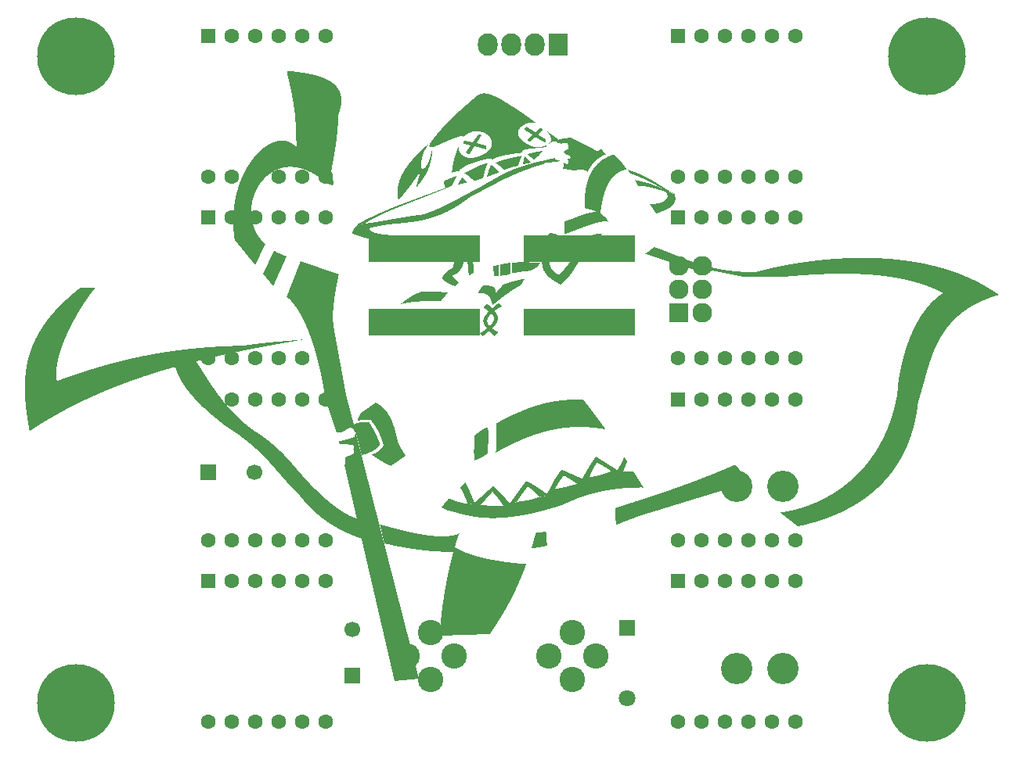
<source format=gbr>
G04 #@! TF.FileFunction,Soldermask,Bot*
%FSLAX46Y46*%
G04 Gerber Fmt 4.6, Leading zero omitted, Abs format (unit mm)*
G04 Created by KiCad (PCBNEW 4.0.4-1.fc24-product) date Thu Jul 20 15:57:28 2017*
%MOMM*%
%LPD*%
G01*
G04 APERTURE LIST*
%ADD10C,0.100000*%
%ADD11R,1.600000X1.600000*%
%ADD12C,1.600000*%
%ADD13C,8.400000*%
%ADD14C,2.749500*%
%ADD15R,2.127200X2.432000*%
%ADD16O,2.127200X2.432000*%
%ADD17R,1.700000X1.700000*%
%ADD18C,1.700000*%
%ADD19R,1.797000X1.797000*%
%ADD20C,1.797000*%
%ADD21C,3.400000*%
%ADD22R,1.000000X2.900000*%
%ADD23R,2.127200X2.127200*%
%ADD24O,2.127200X2.127200*%
G04 APERTURE END LIST*
D10*
G36*
X103520659Y-58206287D02*
X103510939Y-58215888D01*
X103501197Y-58225462D01*
X103491436Y-58235014D01*
X103481659Y-58244548D01*
X103471870Y-58254067D01*
X103462071Y-58263575D01*
X103452267Y-58273077D01*
X103442459Y-58282576D01*
X103432652Y-58292076D01*
X103422848Y-58301581D01*
X103413052Y-58311094D01*
X103403265Y-58320621D01*
X103393492Y-58330163D01*
X103383735Y-58339727D01*
X103373998Y-58349315D01*
X103364284Y-58358931D01*
X103354596Y-58368579D01*
X103344937Y-58378264D01*
X103335311Y-58387988D01*
X103325722Y-58397756D01*
X103316171Y-58407572D01*
X103306662Y-58417440D01*
X103297199Y-58427363D01*
X103287785Y-58437345D01*
X103278423Y-58447391D01*
X103269117Y-58457505D01*
X103259868Y-58467689D01*
X103250682Y-58477948D01*
X103241560Y-58488286D01*
X103232506Y-58498707D01*
X103223524Y-58509215D01*
X103214617Y-58519813D01*
X103205787Y-58530506D01*
X103197039Y-58541297D01*
X103188374Y-58552191D01*
X103179798Y-58563190D01*
X103171312Y-58574300D01*
X103162920Y-58585523D01*
X103151463Y-58611234D01*
X103139962Y-58634664D01*
X103128460Y-58655917D01*
X103116999Y-58675098D01*
X103105625Y-58692313D01*
X103094381Y-58707666D01*
X103083310Y-58721261D01*
X103072455Y-58733204D01*
X103061861Y-58743600D01*
X103051572Y-58752554D01*
X103041630Y-58760169D01*
X103032079Y-58766552D01*
X103022963Y-58771807D01*
X103014326Y-58776039D01*
X103006211Y-58779353D01*
X102998662Y-58781854D01*
X102991723Y-58783646D01*
X102985436Y-58784834D01*
X102979846Y-58785524D01*
X102974997Y-58785820D01*
X102970931Y-58785827D01*
X102967693Y-58785650D01*
X102965326Y-58785394D01*
X102963874Y-58785163D01*
X102963380Y-58785063D01*
X102943605Y-58799813D01*
X102924785Y-58814015D01*
X102906882Y-58827690D01*
X102889860Y-58840859D01*
X102873683Y-58853544D01*
X102858313Y-58865764D01*
X102843715Y-58877542D01*
X102829850Y-58888898D01*
X102816684Y-58899854D01*
X102804178Y-58910429D01*
X102792297Y-58920647D01*
X102781004Y-58930527D01*
X102770261Y-58940090D01*
X102760034Y-58949358D01*
X102750284Y-58958352D01*
X102740975Y-58967093D01*
X102732070Y-58975601D01*
X102723533Y-58983898D01*
X102715328Y-58992005D01*
X102707417Y-58999944D01*
X102699764Y-59007734D01*
X102692331Y-59015397D01*
X102685084Y-59022955D01*
X102677984Y-59030427D01*
X102670996Y-59037836D01*
X102664082Y-59045202D01*
X102657205Y-59052547D01*
X102650330Y-59059891D01*
X102643420Y-59067256D01*
X102636437Y-59074662D01*
X102629346Y-59082130D01*
X102622109Y-59089683D01*
X102614691Y-59097340D01*
X102607053Y-59105123D01*
X102599160Y-59113052D01*
X102590975Y-59121150D01*
X102582461Y-59129436D01*
X102573582Y-59137933D01*
X102564301Y-59146660D01*
X102568004Y-59160495D01*
X102572062Y-59173603D01*
X102576438Y-59186064D01*
X102581094Y-59197959D01*
X102585993Y-59209366D01*
X102591099Y-59220367D01*
X102596375Y-59231042D01*
X102601783Y-59241470D01*
X102592284Y-59232884D01*
X102582796Y-59224303D01*
X102573318Y-59215726D01*
X102563847Y-59207151D01*
X102554382Y-59198578D01*
X102544921Y-59190006D01*
X102535461Y-59181434D01*
X102526001Y-59172861D01*
X102516538Y-59164287D01*
X102507070Y-59155711D01*
X102497597Y-59147132D01*
X102488115Y-59138548D01*
X102478622Y-59129960D01*
X102469117Y-59121367D01*
X102459598Y-59112767D01*
X102450062Y-59104160D01*
X102440508Y-59095545D01*
X102430934Y-59086922D01*
X102421337Y-59078288D01*
X102411716Y-59069645D01*
X102402069Y-59060990D01*
X102392393Y-59052323D01*
X102382687Y-59043643D01*
X102372948Y-59034949D01*
X102363175Y-59026241D01*
X102353366Y-59017517D01*
X102343519Y-59008778D01*
X102333631Y-59000021D01*
X102323701Y-58991247D01*
X102313727Y-58982454D01*
X102303706Y-58973641D01*
X102293638Y-58964809D01*
X102283519Y-58955955D01*
X102273347Y-58947079D01*
X102263122Y-58938181D01*
X102252840Y-58929259D01*
X102242500Y-58920313D01*
X102232100Y-58911342D01*
X102221637Y-58902345D01*
X102211111Y-58893321D01*
X102200518Y-58884269D01*
X102189857Y-58875189D01*
X102179125Y-58866080D01*
X102168322Y-58856941D01*
X102157444Y-58847771D01*
X102146491Y-58838569D01*
X102135459Y-58829335D01*
X102124346Y-58820067D01*
X102113152Y-58810765D01*
X102101874Y-58801428D01*
X102090509Y-58792056D01*
X102079057Y-58782647D01*
X102067514Y-58773200D01*
X102055879Y-58763716D01*
X102044150Y-58754192D01*
X102032325Y-58744628D01*
X102020402Y-58735024D01*
X102008379Y-58725378D01*
X101996253Y-58715690D01*
X101984024Y-58705959D01*
X101971689Y-58696184D01*
X101959245Y-58686364D01*
X101946692Y-58676499D01*
X101934026Y-58666587D01*
X101921247Y-58656628D01*
X101908351Y-58646620D01*
X101895337Y-58636565D01*
X101882204Y-58626459D01*
X101868948Y-58616303D01*
X101855568Y-58606095D01*
X101842063Y-58595836D01*
X101828429Y-58585523D01*
X101839317Y-58581023D01*
X101850267Y-58576556D01*
X101861278Y-58572122D01*
X101872351Y-58567721D01*
X101883485Y-58563352D01*
X101894679Y-58559015D01*
X101905932Y-58554711D01*
X101917246Y-58550438D01*
X101928619Y-58546196D01*
X101940050Y-58541986D01*
X101951540Y-58537807D01*
X101963087Y-58533659D01*
X101974692Y-58529541D01*
X101986354Y-58525453D01*
X101998072Y-58521396D01*
X102009847Y-58517368D01*
X102021678Y-58513370D01*
X102033563Y-58509401D01*
X102045504Y-58505462D01*
X102057499Y-58501551D01*
X102069548Y-58497669D01*
X102081651Y-58493816D01*
X102093807Y-58489990D01*
X102106016Y-58486192D01*
X102118277Y-58482422D01*
X102130590Y-58478680D01*
X102142955Y-58474965D01*
X102155370Y-58471276D01*
X102167836Y-58467615D01*
X102180353Y-58463979D01*
X102192919Y-58460371D01*
X102205535Y-58456788D01*
X102218200Y-58453230D01*
X102230913Y-58449699D01*
X102243674Y-58446192D01*
X102256483Y-58442711D01*
X102269340Y-58439255D01*
X102282243Y-58435823D01*
X102295192Y-58432415D01*
X102308188Y-58429031D01*
X102321229Y-58425672D01*
X102334315Y-58422336D01*
X102347446Y-58419023D01*
X102360622Y-58415733D01*
X102373841Y-58412466D01*
X102387104Y-58409222D01*
X102400409Y-58406001D01*
X102413757Y-58402801D01*
X102427148Y-58399624D01*
X102440580Y-58396468D01*
X102454054Y-58393333D01*
X102467568Y-58390220D01*
X102481123Y-58387128D01*
X102494718Y-58384056D01*
X102508353Y-58381005D01*
X102522027Y-58377974D01*
X102535739Y-58374963D01*
X102549490Y-58371972D01*
X102563279Y-58369001D01*
X102577106Y-58366049D01*
X102590970Y-58363116D01*
X102604870Y-58360201D01*
X102618806Y-58357306D01*
X102632779Y-58354428D01*
X102646787Y-58351569D01*
X102660829Y-58348727D01*
X102674907Y-58345904D01*
X102689018Y-58343097D01*
X102703163Y-58340308D01*
X102717342Y-58337535D01*
X102731553Y-58334780D01*
X102745797Y-58332040D01*
X102760072Y-58329317D01*
X102774380Y-58326610D01*
X102788718Y-58323919D01*
X102803087Y-58321243D01*
X102817487Y-58318582D01*
X102831916Y-58315936D01*
X102846375Y-58313305D01*
X102860863Y-58310688D01*
X102875380Y-58308086D01*
X102889925Y-58305498D01*
X102904497Y-58302923D01*
X102919097Y-58300362D01*
X102933724Y-58297815D01*
X102948377Y-58295280D01*
X102963057Y-58292758D01*
X102977762Y-58290249D01*
X102992492Y-58287752D01*
X103007247Y-58285268D01*
X103022027Y-58282795D01*
X103036831Y-58280334D01*
X103051658Y-58277884D01*
X103066508Y-58275445D01*
X103081381Y-58273018D01*
X103096276Y-58270601D01*
X103111193Y-58268194D01*
X103126131Y-58265798D01*
X103141090Y-58263411D01*
X103156070Y-58261035D01*
X103171070Y-58258667D01*
X103186090Y-58256310D01*
X103201129Y-58253961D01*
X103216187Y-58251620D01*
X103231264Y-58249289D01*
X103246358Y-58246965D01*
X103261470Y-58244650D01*
X103276600Y-58242342D01*
X103291746Y-58240042D01*
X103306908Y-58237750D01*
X103322086Y-58235464D01*
X103337280Y-58233185D01*
X103352489Y-58230913D01*
X103367712Y-58228647D01*
X103382950Y-58226388D01*
X103398202Y-58224134D01*
X103413466Y-58221886D01*
X103428744Y-58219643D01*
X103444034Y-58217406D01*
X103459337Y-58215173D01*
X103474651Y-58212945D01*
X103489976Y-58210722D01*
X103505313Y-58208502D01*
X103520659Y-58206287D01*
X103520659Y-58206287D01*
G37*
G36*
X76106518Y-49548350D02*
X76117633Y-49549183D01*
X76129023Y-49550107D01*
X76140691Y-49551120D01*
X76152641Y-49552220D01*
X76164874Y-49553406D01*
X76177395Y-49554675D01*
X76190205Y-49556027D01*
X76203307Y-49557459D01*
X76216704Y-49558971D01*
X76230399Y-49560559D01*
X76244394Y-49562223D01*
X76258693Y-49563961D01*
X76273298Y-49565771D01*
X76288211Y-49567651D01*
X76303436Y-49569600D01*
X76318976Y-49571617D01*
X76334832Y-49573699D01*
X76351009Y-49575844D01*
X76367508Y-49578052D01*
X76384332Y-49580320D01*
X76389983Y-49581272D01*
X76395669Y-49582223D01*
X76401390Y-49583174D01*
X76407145Y-49584123D01*
X76412935Y-49585073D01*
X76418759Y-49586022D01*
X76424617Y-49586970D01*
X76430509Y-49587918D01*
X76436435Y-49588866D01*
X76442395Y-49589813D01*
X76448389Y-49590760D01*
X76454416Y-49591707D01*
X76460476Y-49592654D01*
X76466570Y-49593600D01*
X76472697Y-49594547D01*
X76478856Y-49595493D01*
X76485049Y-49596440D01*
X76491275Y-49597387D01*
X76497533Y-49598333D01*
X76503824Y-49599281D01*
X76510147Y-49600228D01*
X76516502Y-49601175D01*
X76522890Y-49602123D01*
X76529309Y-49603072D01*
X76535761Y-49604021D01*
X76542244Y-49604970D01*
X76548759Y-49605920D01*
X76555305Y-49606870D01*
X76561883Y-49607821D01*
X76568492Y-49608773D01*
X76575132Y-49609725D01*
X76581804Y-49610679D01*
X76588506Y-49611633D01*
X76595239Y-49612588D01*
X76602002Y-49613544D01*
X76608796Y-49614501D01*
X76615621Y-49615459D01*
X76622476Y-49616418D01*
X76629360Y-49617378D01*
X76636275Y-49618339D01*
X76643220Y-49619302D01*
X76650195Y-49620266D01*
X76657199Y-49621231D01*
X76664232Y-49622198D01*
X76671296Y-49623166D01*
X76678388Y-49624135D01*
X76685509Y-49625107D01*
X76692660Y-49626079D01*
X76699839Y-49627054D01*
X76707047Y-49628030D01*
X76714284Y-49629007D01*
X76721550Y-49629987D01*
X76728843Y-49630968D01*
X76736165Y-49631951D01*
X76743515Y-49632937D01*
X76750893Y-49633924D01*
X76758299Y-49634913D01*
X76765733Y-49635904D01*
X76773194Y-49636897D01*
X76780683Y-49637893D01*
X76788199Y-49638891D01*
X76795743Y-49639891D01*
X76803313Y-49640893D01*
X76810911Y-49641898D01*
X76818536Y-49642905D01*
X76826187Y-49643915D01*
X76833865Y-49644927D01*
X76841569Y-49645942D01*
X76849300Y-49646959D01*
X76857057Y-49647979D01*
X76864840Y-49649002D01*
X76872649Y-49650028D01*
X76880484Y-49651056D01*
X76888345Y-49652087D01*
X76896231Y-49653122D01*
X76904143Y-49654159D01*
X76912080Y-49655199D01*
X76920043Y-49656242D01*
X76928031Y-49657289D01*
X76936043Y-49658338D01*
X76944081Y-49659391D01*
X76952143Y-49660447D01*
X76960230Y-49661506D01*
X76968341Y-49662569D01*
X76976477Y-49663635D01*
X76984637Y-49664705D01*
X76992821Y-49665778D01*
X77001029Y-49666855D01*
X77009261Y-49667935D01*
X77017517Y-49669019D01*
X77025796Y-49670107D01*
X77034099Y-49671198D01*
X77042425Y-49672293D01*
X77050774Y-49673393D01*
X77059147Y-49674496D01*
X77067542Y-49675603D01*
X77075961Y-49676714D01*
X77084402Y-49677829D01*
X77092865Y-49678948D01*
X77101352Y-49680071D01*
X77109860Y-49681199D01*
X77118391Y-49682331D01*
X77126944Y-49683467D01*
X77135519Y-49684607D01*
X77144115Y-49685752D01*
X77152734Y-49686902D01*
X77161374Y-49688056D01*
X77170036Y-49689214D01*
X77178719Y-49690377D01*
X77187423Y-49691545D01*
X77196148Y-49692717D01*
X77204894Y-49693894D01*
X77213661Y-49695076D01*
X77222449Y-49696263D01*
X77231258Y-49697455D01*
X77240086Y-49698652D01*
X77248936Y-49699853D01*
X77257805Y-49701060D01*
X77266695Y-49702272D01*
X77275604Y-49703489D01*
X77284534Y-49704711D01*
X77293483Y-49705939D01*
X77302452Y-49707171D01*
X77311440Y-49708410D01*
X77320448Y-49709653D01*
X77329474Y-49710902D01*
X77338520Y-49712156D01*
X77347585Y-49713416D01*
X77356669Y-49714682D01*
X77365771Y-49715953D01*
X77374892Y-49717230D01*
X77384032Y-49718513D01*
X77393190Y-49719802D01*
X77402366Y-49721096D01*
X77411560Y-49722396D01*
X77420772Y-49723702D01*
X77430002Y-49725015D01*
X77439250Y-49726333D01*
X77448515Y-49727657D01*
X77457798Y-49728988D01*
X77467098Y-49730324D01*
X77476415Y-49731667D01*
X77485750Y-49733016D01*
X77495101Y-49734372D01*
X77504469Y-49735734D01*
X77513854Y-49737102D01*
X77523256Y-49738477D01*
X77532674Y-49739858D01*
X77542108Y-49741246D01*
X77551558Y-49742641D01*
X77561025Y-49744042D01*
X77570508Y-49745451D01*
X77580006Y-49746865D01*
X77589520Y-49748287D01*
X77599050Y-49749716D01*
X77608595Y-49751151D01*
X77618155Y-49752594D01*
X77627731Y-49754043D01*
X77637322Y-49755500D01*
X77646928Y-49756964D01*
X77656548Y-49758435D01*
X77666183Y-49759913D01*
X77675833Y-49761398D01*
X77685498Y-49762891D01*
X77695176Y-49764391D01*
X77704869Y-49765899D01*
X77714576Y-49767414D01*
X77724297Y-49768937D01*
X77734032Y-49770467D01*
X77743780Y-49772005D01*
X77753542Y-49773550D01*
X77763317Y-49775103D01*
X77773106Y-49776664D01*
X77782908Y-49778233D01*
X77792723Y-49779810D01*
X77802551Y-49781395D01*
X77812392Y-49782987D01*
X77822246Y-49784588D01*
X77832112Y-49786197D01*
X77841990Y-49787814D01*
X77851881Y-49789439D01*
X77861784Y-49791072D01*
X77871699Y-49792714D01*
X77881626Y-49794363D01*
X77891565Y-49796022D01*
X77901516Y-49797688D01*
X77911478Y-49799364D01*
X77921451Y-49801047D01*
X77931436Y-49802740D01*
X77941432Y-49804440D01*
X77951440Y-49806150D01*
X77961458Y-49807868D01*
X77971487Y-49809595D01*
X77981526Y-49811331D01*
X77991576Y-49813076D01*
X78001637Y-49814829D01*
X78011708Y-49816592D01*
X78021789Y-49818364D01*
X78031880Y-49820144D01*
X78041981Y-49821934D01*
X78052092Y-49823733D01*
X78062213Y-49825541D01*
X78072343Y-49827359D01*
X78082483Y-49829186D01*
X78092632Y-49831022D01*
X78102790Y-49832867D01*
X78112957Y-49834722D01*
X78123133Y-49836587D01*
X78133318Y-49838461D01*
X78143512Y-49840345D01*
X78153714Y-49842238D01*
X78163924Y-49844141D01*
X78174143Y-49846054D01*
X78184370Y-49847977D01*
X78194606Y-49849909D01*
X78204849Y-49851852D01*
X78215099Y-49853804D01*
X78225358Y-49855767D01*
X78235624Y-49857739D01*
X78245898Y-49859722D01*
X78256178Y-49861715D01*
X78266466Y-49863718D01*
X78276762Y-49865731D01*
X78287064Y-49867754D01*
X78297372Y-49869788D01*
X78307688Y-49871832D01*
X78318010Y-49873887D01*
X78328338Y-49875952D01*
X78338673Y-49878028D01*
X78349014Y-49880115D01*
X78359361Y-49882212D01*
X78369714Y-49884320D01*
X78380072Y-49886438D01*
X78390437Y-49888567D01*
X78400807Y-49890708D01*
X78411182Y-49892859D01*
X78421562Y-49895021D01*
X78431948Y-49897194D01*
X78442339Y-49899378D01*
X78452735Y-49901573D01*
X78463135Y-49903779D01*
X78473540Y-49905997D01*
X78483950Y-49908226D01*
X78494364Y-49910466D01*
X78504783Y-49912717D01*
X78515205Y-49914980D01*
X78525632Y-49917254D01*
X78536063Y-49919540D01*
X78546497Y-49921837D01*
X78556935Y-49924146D01*
X78567376Y-49926467D01*
X78577821Y-49928799D01*
X78588270Y-49931143D01*
X78598721Y-49933499D01*
X78609175Y-49935866D01*
X78619633Y-49938246D01*
X78630093Y-49940637D01*
X78640556Y-49943041D01*
X78651021Y-49945456D01*
X78661489Y-49947884D01*
X78671959Y-49950324D01*
X78682431Y-49952776D01*
X78692905Y-49955240D01*
X78703381Y-49957716D01*
X78713859Y-49960205D01*
X78724339Y-49962706D01*
X78734820Y-49965220D01*
X78745302Y-49967746D01*
X78755786Y-49970285D01*
X78766271Y-49972836D01*
X78776757Y-49975400D01*
X78787244Y-49977977D01*
X78797731Y-49980566D01*
X78808220Y-49983168D01*
X78818708Y-49985783D01*
X78829198Y-49988411D01*
X78839687Y-49991051D01*
X78850177Y-49993705D01*
X78860666Y-49996372D01*
X78871156Y-49999052D01*
X78881645Y-50001745D01*
X78892134Y-50004451D01*
X78902623Y-50007170D01*
X78913111Y-50009903D01*
X78923598Y-50012649D01*
X78934084Y-50015408D01*
X78944569Y-50018181D01*
X78955054Y-50020967D01*
X78965537Y-50023767D01*
X78976018Y-50026581D01*
X78986498Y-50029408D01*
X78996977Y-50032248D01*
X79007454Y-50035103D01*
X79017929Y-50037971D01*
X79028402Y-50040853D01*
X79038873Y-50043749D01*
X79049341Y-50046659D01*
X79059807Y-50049583D01*
X79070271Y-50052521D01*
X79080732Y-50055472D01*
X79091191Y-50058438D01*
X79101646Y-50061419D01*
X79112099Y-50064413D01*
X79122548Y-50067422D01*
X79132995Y-50070445D01*
X79143437Y-50073482D01*
X79153877Y-50076534D01*
X79164313Y-50079600D01*
X79174745Y-50082681D01*
X79185173Y-50085777D01*
X79195597Y-50088887D01*
X79206017Y-50092011D01*
X79216433Y-50095151D01*
X79226844Y-50098305D01*
X79237251Y-50101474D01*
X79247653Y-50104658D01*
X79258051Y-50107856D01*
X79268444Y-50111070D01*
X79278831Y-50114299D01*
X79289214Y-50117543D01*
X79299591Y-50120802D01*
X79309963Y-50124076D01*
X79320330Y-50127365D01*
X79330691Y-50130670D01*
X79341046Y-50133989D01*
X79351395Y-50137325D01*
X79361738Y-50140675D01*
X79372075Y-50144041D01*
X79382406Y-50147423D01*
X79392730Y-50150820D01*
X79403048Y-50154233D01*
X79413360Y-50157662D01*
X79423664Y-50161106D01*
X79433962Y-50164566D01*
X79444253Y-50168041D01*
X79454536Y-50171533D01*
X79464813Y-50175041D01*
X79475082Y-50178564D01*
X79485343Y-50182103D01*
X79495597Y-50185659D01*
X79505843Y-50189231D01*
X79516081Y-50192818D01*
X79526311Y-50196422D01*
X79536533Y-50200043D01*
X79546747Y-50203679D01*
X79556952Y-50207332D01*
X79567149Y-50211001D01*
X79577338Y-50214687D01*
X79587517Y-50218389D01*
X79597688Y-50222108D01*
X79607849Y-50225844D01*
X79618002Y-50229596D01*
X79628145Y-50233365D01*
X79638279Y-50237150D01*
X79648403Y-50240952D01*
X79658518Y-50244772D01*
X79668622Y-50248608D01*
X79678717Y-50252461D01*
X79688802Y-50256331D01*
X79698877Y-50260218D01*
X79708942Y-50264122D01*
X79718996Y-50268043D01*
X79729040Y-50271982D01*
X79739073Y-50275938D01*
X79749095Y-50279911D01*
X79759106Y-50283901D01*
X79769107Y-50287909D01*
X79779096Y-50291934D01*
X79789074Y-50295977D01*
X79799040Y-50300037D01*
X79808995Y-50304115D01*
X79818939Y-50308211D01*
X79828870Y-50312324D01*
X79838790Y-50316455D01*
X79848698Y-50320603D01*
X79858593Y-50324770D01*
X79868476Y-50328955D01*
X79878347Y-50333157D01*
X79888206Y-50337377D01*
X79898051Y-50341616D01*
X79907884Y-50345872D01*
X79917704Y-50350147D01*
X79927511Y-50354440D01*
X79937305Y-50358751D01*
X79947085Y-50363080D01*
X79956853Y-50367428D01*
X79966606Y-50371794D01*
X79976346Y-50376179D01*
X79986072Y-50380582D01*
X79995784Y-50385003D01*
X80005483Y-50389443D01*
X80015167Y-50393902D01*
X80024837Y-50398380D01*
X80034492Y-50402876D01*
X80044133Y-50407391D01*
X80053759Y-50411925D01*
X80063370Y-50416477D01*
X80072967Y-50421049D01*
X80082548Y-50425640D01*
X80092115Y-50430249D01*
X80101666Y-50434878D01*
X80111201Y-50439526D01*
X80120721Y-50444193D01*
X80130226Y-50448879D01*
X80139714Y-50453585D01*
X80149187Y-50458310D01*
X80158644Y-50463054D01*
X80168084Y-50467817D01*
X80177509Y-50472601D01*
X80186916Y-50477403D01*
X80196308Y-50482226D01*
X80205682Y-50487067D01*
X80215040Y-50491929D01*
X80224381Y-50496810D01*
X80233705Y-50501711D01*
X80243011Y-50506632D01*
X80252301Y-50511573D01*
X80261573Y-50516534D01*
X80270827Y-50521514D01*
X80280064Y-50526515D01*
X80289283Y-50531536D01*
X80298484Y-50536576D01*
X80307667Y-50541638D01*
X80316832Y-50546719D01*
X80325978Y-50551820D01*
X80335106Y-50556942D01*
X80344216Y-50562084D01*
X80353307Y-50567247D01*
X80362379Y-50572430D01*
X80371432Y-50577634D01*
X80380466Y-50582858D01*
X80389481Y-50588103D01*
X80398477Y-50593368D01*
X80407453Y-50598654D01*
X80416409Y-50603961D01*
X80425346Y-50609289D01*
X80434263Y-50614638D01*
X80443161Y-50620007D01*
X80452038Y-50625398D01*
X80460895Y-50630809D01*
X80469732Y-50636242D01*
X80478548Y-50641695D01*
X80487343Y-50647170D01*
X80496118Y-50652666D01*
X80504873Y-50658184D01*
X80513606Y-50663722D01*
X80522318Y-50669282D01*
X80531009Y-50674864D01*
X80539679Y-50680466D01*
X80548327Y-50686091D01*
X80556954Y-50691737D01*
X80565559Y-50697404D01*
X80574142Y-50703093D01*
X80582704Y-50708804D01*
X80591243Y-50714537D01*
X80599760Y-50720291D01*
X80608255Y-50726068D01*
X80616727Y-50731866D01*
X80625177Y-50737686D01*
X80633604Y-50743528D01*
X80642008Y-50749393D01*
X80650389Y-50755279D01*
X80658747Y-50761187D01*
X80667082Y-50767118D01*
X80675394Y-50773071D01*
X80683682Y-50779046D01*
X80691947Y-50785044D01*
X80700188Y-50791064D01*
X80708405Y-50797106D01*
X80716599Y-50803171D01*
X80724768Y-50809259D01*
X80732913Y-50815369D01*
X80741033Y-50821502D01*
X80749130Y-50827657D01*
X80757201Y-50833835D01*
X80765248Y-50840036D01*
X80773270Y-50846260D01*
X80781267Y-50852507D01*
X80789240Y-50858777D01*
X80797186Y-50865069D01*
X80805108Y-50871385D01*
X80813004Y-50877724D01*
X80820875Y-50884086D01*
X80828719Y-50890471D01*
X80836539Y-50896879D01*
X80844332Y-50903311D01*
X80852099Y-50909766D01*
X80859839Y-50916245D01*
X80867554Y-50922746D01*
X80875242Y-50929272D01*
X80882903Y-50935821D01*
X80890538Y-50942393D01*
X80898146Y-50948989D01*
X80905727Y-50955609D01*
X80913281Y-50962253D01*
X80920807Y-50968920D01*
X80928307Y-50975611D01*
X80935778Y-50982326D01*
X80943223Y-50989065D01*
X80950639Y-50995828D01*
X80958028Y-51002615D01*
X80965389Y-51009426D01*
X80972721Y-51016262D01*
X80980026Y-51023121D01*
X80987302Y-51030005D01*
X80994550Y-51036913D01*
X81001769Y-51043845D01*
X81008959Y-51050802D01*
X81016121Y-51057783D01*
X81023253Y-51064789D01*
X81030357Y-51071819D01*
X81037431Y-51078873D01*
X81044476Y-51085953D01*
X81051491Y-51093057D01*
X81058477Y-51100185D01*
X81065433Y-51107339D01*
X81072360Y-51114517D01*
X81079256Y-51121721D01*
X81086122Y-51128949D01*
X81092958Y-51136202D01*
X81099764Y-51143480D01*
X81106539Y-51150783D01*
X81113284Y-51158112D01*
X81119997Y-51165465D01*
X81126680Y-51172844D01*
X81133333Y-51180248D01*
X81139954Y-51187678D01*
X81146543Y-51195132D01*
X81153102Y-51202612D01*
X81159629Y-51210118D01*
X81166124Y-51217649D01*
X81172588Y-51225206D01*
X81179019Y-51232788D01*
X81185419Y-51240397D01*
X81191787Y-51248030D01*
X81198122Y-51255690D01*
X81204425Y-51263375D01*
X81210696Y-51271086D01*
X81216934Y-51278824D01*
X81223139Y-51286587D01*
X81229312Y-51294376D01*
X81235451Y-51302191D01*
X81241557Y-51310032D01*
X81247631Y-51317900D01*
X81253670Y-51325794D01*
X81259677Y-51333714D01*
X81265649Y-51341660D01*
X81271588Y-51349633D01*
X81277493Y-51357632D01*
X81283364Y-51365657D01*
X81289201Y-51373709D01*
X81295004Y-51381788D01*
X81300772Y-51389893D01*
X81306506Y-51398025D01*
X81312206Y-51406184D01*
X81317870Y-51414369D01*
X81323500Y-51422581D01*
X81329095Y-51430820D01*
X81334654Y-51439086D01*
X81340179Y-51447379D01*
X81345668Y-51455699D01*
X81351121Y-51464046D01*
X81356539Y-51472420D01*
X81361921Y-51480821D01*
X81367267Y-51489250D01*
X81372578Y-51497706D01*
X81377852Y-51506189D01*
X81383090Y-51514699D01*
X81388291Y-51523237D01*
X81393456Y-51531802D01*
X81398585Y-51540395D01*
X81403676Y-51549015D01*
X81408731Y-51557663D01*
X81413749Y-51566339D01*
X81418730Y-51575042D01*
X81423673Y-51583773D01*
X81428579Y-51592532D01*
X81433448Y-51601319D01*
X81438279Y-51610133D01*
X81443072Y-51618976D01*
X81447828Y-51627846D01*
X81452545Y-51636745D01*
X81457224Y-51645672D01*
X81461865Y-51654626D01*
X81466468Y-51663609D01*
X81471032Y-51672621D01*
X81475557Y-51681660D01*
X81480044Y-51690728D01*
X81484492Y-51699825D01*
X81488901Y-51708949D01*
X81493271Y-51718103D01*
X81497601Y-51727285D01*
X81501892Y-51736495D01*
X81506144Y-51745734D01*
X81510356Y-51755002D01*
X81514528Y-51764298D01*
X81518660Y-51773624D01*
X81522752Y-51782978D01*
X81526805Y-51792361D01*
X81530816Y-51801773D01*
X81534788Y-51811214D01*
X81538719Y-51820684D01*
X81542609Y-51830183D01*
X81546459Y-51839711D01*
X81550268Y-51849269D01*
X81554035Y-51858855D01*
X81557762Y-51868471D01*
X81561447Y-51878117D01*
X81565091Y-51887791D01*
X81568694Y-51897496D01*
X81572255Y-51907229D01*
X81575774Y-51916992D01*
X81579251Y-51926785D01*
X81582686Y-51936608D01*
X81586079Y-51946460D01*
X81589429Y-51956342D01*
X81592738Y-51966253D01*
X81596004Y-51976195D01*
X81599227Y-51986166D01*
X81602407Y-51996167D01*
X81605545Y-52006199D01*
X81608639Y-52016260D01*
X81611690Y-52026351D01*
X81614699Y-52036473D01*
X81617663Y-52046624D01*
X81620584Y-52056806D01*
X81623462Y-52067019D01*
X81626296Y-52077261D01*
X81629085Y-52087534D01*
X81631831Y-52097837D01*
X81634533Y-52108171D01*
X81637190Y-52118535D01*
X81639803Y-52128930D01*
X81642372Y-52139356D01*
X81644896Y-52149812D01*
X81647375Y-52160299D01*
X81649809Y-52170817D01*
X81652198Y-52181365D01*
X81654542Y-52191945D01*
X81656840Y-52202555D01*
X81659094Y-52213197D01*
X81661302Y-52223869D01*
X81663464Y-52234572D01*
X81665580Y-52245307D01*
X81667650Y-52256073D01*
X81669675Y-52266870D01*
X81671653Y-52277698D01*
X81673585Y-52288558D01*
X81675470Y-52299449D01*
X81677309Y-52310371D01*
X81679102Y-52321325D01*
X81680847Y-52332310D01*
X81682546Y-52343327D01*
X81684198Y-52354376D01*
X81685802Y-52365456D01*
X81687359Y-52376568D01*
X81688869Y-52387711D01*
X81690331Y-52398887D01*
X81691746Y-52410094D01*
X81693113Y-52421334D01*
X81694431Y-52432605D01*
X81695702Y-52443908D01*
X81696925Y-52455243D01*
X81698099Y-52466611D01*
X81699225Y-52478011D01*
X81700303Y-52489442D01*
X81701331Y-52500906D01*
X81702311Y-52512403D01*
X81703242Y-52523932D01*
X81704124Y-52535493D01*
X81704957Y-52547087D01*
X81705741Y-52558713D01*
X81706475Y-52570371D01*
X81707159Y-52582063D01*
X81707794Y-52593787D01*
X81708379Y-52605543D01*
X81708915Y-52617333D01*
X81709400Y-52629155D01*
X81709835Y-52641010D01*
X81710219Y-52652898D01*
X81710554Y-52664819D01*
X81710837Y-52676773D01*
X81711070Y-52688761D01*
X81711253Y-52700781D01*
X81711384Y-52712834D01*
X81711464Y-52724921D01*
X81711493Y-52737040D01*
X81711471Y-52749193D01*
X81711397Y-52761380D01*
X81711272Y-52773600D01*
X81711095Y-52785853D01*
X81710867Y-52798140D01*
X81710586Y-52810460D01*
X81710253Y-52822814D01*
X81709868Y-52835202D01*
X81709431Y-52847623D01*
X81708942Y-52860078D01*
X81708399Y-52872567D01*
X81707805Y-52885090D01*
X81707157Y-52897647D01*
X81706456Y-52910237D01*
X81705703Y-52922862D01*
X81704896Y-52935520D01*
X81704036Y-52948213D01*
X81703122Y-52960940D01*
X81702155Y-52973701D01*
X81701134Y-52986496D01*
X81700060Y-52999326D01*
X81698931Y-53012190D01*
X81697749Y-53025088D01*
X81696512Y-53038021D01*
X81695221Y-53050988D01*
X81693875Y-53063990D01*
X81692475Y-53077027D01*
X81691020Y-53090098D01*
X81689511Y-53103203D01*
X81687946Y-53116344D01*
X81686327Y-53129519D01*
X81684652Y-53142729D01*
X81682922Y-53155974D01*
X81681136Y-53169254D01*
X81679295Y-53182569D01*
X81677398Y-53195919D01*
X81675446Y-53209304D01*
X81673437Y-53222725D01*
X81671372Y-53236180D01*
X81669251Y-53249671D01*
X81667074Y-53263197D01*
X81664841Y-53276758D01*
X81662550Y-53290355D01*
X81660204Y-53303987D01*
X81657800Y-53317654D01*
X81655339Y-53331357D01*
X81652821Y-53345096D01*
X81650246Y-53358870D01*
X81647614Y-53372680D01*
X81644924Y-53386526D01*
X81642177Y-53400408D01*
X81639372Y-53414325D01*
X81636509Y-53428278D01*
X81633589Y-53442268D01*
X81630610Y-53456293D01*
X81627573Y-53470354D01*
X81624477Y-53484451D01*
X81621324Y-53498585D01*
X81618111Y-53512754D01*
X81614840Y-53526960D01*
X81611510Y-53541202D01*
X81608121Y-53555481D01*
X81604673Y-53569795D01*
X81601166Y-53584147D01*
X81597599Y-53598534D01*
X81593973Y-53612958D01*
X81590288Y-53627419D01*
X81586543Y-53641917D01*
X81582738Y-53656451D01*
X81578872Y-53671022D01*
X81574947Y-53685629D01*
X81570962Y-53700274D01*
X81566916Y-53714955D01*
X81562810Y-53729673D01*
X81558643Y-53744428D01*
X81554416Y-53759221D01*
X81550128Y-53774050D01*
X81545778Y-53788916D01*
X81541368Y-53803820D01*
X81536896Y-53818761D01*
X81532363Y-53833739D01*
X81527769Y-53848754D01*
X81523113Y-53863807D01*
X81518395Y-53878897D01*
X81513616Y-53894025D01*
X81508774Y-53909190D01*
X81503871Y-53924393D01*
X81498905Y-53939633D01*
X81493877Y-53954911D01*
X81488786Y-53970227D01*
X81483633Y-53985580D01*
X81478417Y-54000972D01*
X81473138Y-54016401D01*
X81467796Y-54031868D01*
X81462392Y-54047373D01*
X81456924Y-54062916D01*
X81451392Y-54078497D01*
X81445797Y-54094117D01*
X81440139Y-54109774D01*
X81434417Y-54125470D01*
X81428630Y-54141204D01*
X81422780Y-54156976D01*
X81416866Y-54172786D01*
X81410888Y-54188635D01*
X81404845Y-54204523D01*
X81398738Y-54220449D01*
X81397956Y-54240286D01*
X81397166Y-54260077D01*
X81396369Y-54279822D01*
X81395564Y-54299520D01*
X81394751Y-54319173D01*
X81393931Y-54338779D01*
X81393103Y-54358340D01*
X81392267Y-54377855D01*
X81391424Y-54397325D01*
X81390574Y-54416749D01*
X81389715Y-54436128D01*
X81388849Y-54455462D01*
X81387976Y-54474751D01*
X81387095Y-54493995D01*
X81386207Y-54513194D01*
X81385311Y-54532349D01*
X81384408Y-54551460D01*
X81383498Y-54570526D01*
X81382580Y-54589548D01*
X81381655Y-54608527D01*
X81380722Y-54627461D01*
X81379783Y-54646351D01*
X81378836Y-54665198D01*
X81377881Y-54684002D01*
X81376920Y-54702762D01*
X81375951Y-54721479D01*
X81374975Y-54740153D01*
X81373992Y-54758784D01*
X81373002Y-54777372D01*
X81372005Y-54795918D01*
X81371000Y-54814421D01*
X81369989Y-54832882D01*
X81368971Y-54851300D01*
X81367945Y-54869677D01*
X81366913Y-54888011D01*
X81365873Y-54906304D01*
X81364827Y-54924555D01*
X81363773Y-54942764D01*
X81362713Y-54960932D01*
X81361646Y-54979059D01*
X81360572Y-54997145D01*
X81359491Y-55015189D01*
X81358403Y-55033193D01*
X81357309Y-55051156D01*
X81356208Y-55069078D01*
X81355100Y-55086960D01*
X81353985Y-55104802D01*
X81352864Y-55122603D01*
X81351736Y-55140365D01*
X81350601Y-55158086D01*
X81349460Y-55175768D01*
X81348312Y-55193410D01*
X81347157Y-55211012D01*
X81345996Y-55228575D01*
X81344828Y-55246099D01*
X81343654Y-55263584D01*
X81342473Y-55281030D01*
X81341286Y-55298436D01*
X81340092Y-55315805D01*
X81338892Y-55333134D01*
X81337686Y-55350426D01*
X81336473Y-55367679D01*
X81335254Y-55384894D01*
X81334028Y-55402070D01*
X81332797Y-55419209D01*
X81331558Y-55436311D01*
X81330314Y-55453374D01*
X81329063Y-55470400D01*
X81327806Y-55487389D01*
X81326543Y-55504341D01*
X81325274Y-55521255D01*
X81323999Y-55538133D01*
X81322717Y-55554974D01*
X81321429Y-55571778D01*
X81320135Y-55588545D01*
X81318836Y-55605277D01*
X81317530Y-55621972D01*
X81316218Y-55638630D01*
X81314900Y-55655253D01*
X81313576Y-55671840D01*
X81312246Y-55688392D01*
X81310910Y-55704908D01*
X81309569Y-55721388D01*
X81308221Y-55737833D01*
X81306868Y-55754243D01*
X81305508Y-55770618D01*
X81304143Y-55786958D01*
X81302772Y-55803263D01*
X81301396Y-55819534D01*
X81300013Y-55835770D01*
X81298625Y-55851972D01*
X81297231Y-55868139D01*
X81295832Y-55884273D01*
X81294427Y-55900373D01*
X81293016Y-55916438D01*
X81291600Y-55932471D01*
X81290177Y-55948469D01*
X81288750Y-55964434D01*
X81287317Y-55980366D01*
X81285878Y-55996265D01*
X81284434Y-56012131D01*
X81282984Y-56027964D01*
X81281529Y-56043764D01*
X81280069Y-56059532D01*
X81278603Y-56075267D01*
X81277131Y-56090970D01*
X81275655Y-56106641D01*
X81274173Y-56122280D01*
X81272685Y-56137887D01*
X81271193Y-56153462D01*
X81269695Y-56169006D01*
X81268192Y-56184518D01*
X81266683Y-56199998D01*
X81265170Y-56215448D01*
X81263651Y-56230866D01*
X81262127Y-56246254D01*
X81260598Y-56261610D01*
X81259064Y-56276936D01*
X81257525Y-56292232D01*
X81255980Y-56307497D01*
X81254431Y-56322731D01*
X81252876Y-56337936D01*
X81251317Y-56353111D01*
X81249753Y-56368255D01*
X81248183Y-56383371D01*
X81246609Y-56398456D01*
X81245030Y-56413512D01*
X81243446Y-56428539D01*
X81241857Y-56443536D01*
X81240263Y-56458505D01*
X81238664Y-56473444D01*
X81237061Y-56488355D01*
X81235453Y-56503238D01*
X81233840Y-56518091D01*
X81232222Y-56532917D01*
X81230600Y-56547714D01*
X81228973Y-56562483D01*
X81227341Y-56577224D01*
X81225705Y-56591937D01*
X81224064Y-56606623D01*
X81222418Y-56621281D01*
X81220768Y-56635912D01*
X81219114Y-56650515D01*
X81217454Y-56665091D01*
X81215791Y-56679640D01*
X81214122Y-56694163D01*
X81212450Y-56708658D01*
X81210773Y-56723127D01*
X81209091Y-56737570D01*
X81207405Y-56751986D01*
X81205715Y-56766377D01*
X81204021Y-56780741D01*
X81202322Y-56795079D01*
X81200619Y-56809391D01*
X81198911Y-56823678D01*
X81197199Y-56837939D01*
X81195483Y-56852175D01*
X81193763Y-56866386D01*
X81192039Y-56880571D01*
X81190311Y-56894732D01*
X81188578Y-56908867D01*
X81186841Y-56922979D01*
X81185100Y-56937065D01*
X81183355Y-56951127D01*
X81181606Y-56965165D01*
X81179853Y-56979179D01*
X81178096Y-56993168D01*
X81176335Y-57007134D01*
X81174571Y-57021076D01*
X81172802Y-57034995D01*
X81171029Y-57048890D01*
X81169252Y-57062761D01*
X81167472Y-57076610D01*
X81165687Y-57090435D01*
X81163899Y-57104238D01*
X81162107Y-57118018D01*
X81160311Y-57131775D01*
X81158512Y-57145509D01*
X81156709Y-57159221D01*
X81154902Y-57172911D01*
X81153091Y-57186579D01*
X81151277Y-57200225D01*
X81149459Y-57213849D01*
X81147637Y-57227452D01*
X81145812Y-57241032D01*
X81143983Y-57254592D01*
X81142151Y-57268130D01*
X81140315Y-57281647D01*
X81138476Y-57295143D01*
X81136633Y-57308618D01*
X81134787Y-57322072D01*
X81132937Y-57335506D01*
X81131084Y-57348919D01*
X81129228Y-57362312D01*
X81127368Y-57375685D01*
X81125505Y-57389037D01*
X81123638Y-57402370D01*
X81121768Y-57415683D01*
X81119895Y-57428976D01*
X81118019Y-57442250D01*
X81116139Y-57455504D01*
X81114256Y-57468739D01*
X81112370Y-57481955D01*
X81110481Y-57495152D01*
X81108589Y-57508330D01*
X81106694Y-57521490D01*
X81104795Y-57534631D01*
X81102894Y-57547753D01*
X81100989Y-57560858D01*
X81099081Y-57573944D01*
X81097171Y-57587012D01*
X81095257Y-57600062D01*
X81093340Y-57613094D01*
X81091421Y-57626109D01*
X81089498Y-57639106D01*
X81087573Y-57652086D01*
X81085645Y-57665049D01*
X81083714Y-57677994D01*
X81081780Y-57690923D01*
X81079843Y-57703835D01*
X81077904Y-57716730D01*
X81075962Y-57729609D01*
X81074017Y-57742471D01*
X81072069Y-57755317D01*
X81070119Y-57768147D01*
X81068166Y-57780961D01*
X81066210Y-57793759D01*
X81064252Y-57806542D01*
X81062291Y-57819309D01*
X81060328Y-57832060D01*
X81058362Y-57844796D01*
X81056393Y-57857517D01*
X81054422Y-57870223D01*
X81052449Y-57882914D01*
X81050473Y-57895590D01*
X81048494Y-57908252D01*
X81046514Y-57920899D01*
X81044530Y-57933532D01*
X81042545Y-57946150D01*
X81040557Y-57958755D01*
X81038567Y-57971345D01*
X81036574Y-57983922D01*
X81034579Y-57996485D01*
X81032582Y-58009035D01*
X81030583Y-58021571D01*
X81028581Y-58034094D01*
X81026578Y-58046604D01*
X81024572Y-58059100D01*
X81022564Y-58071584D01*
X81020554Y-58084055D01*
X81018542Y-58096514D01*
X81016527Y-58108960D01*
X81014511Y-58121394D01*
X81012493Y-58133816D01*
X81010472Y-58146225D01*
X81008450Y-58158623D01*
X81006425Y-58171009D01*
X81004399Y-58183383D01*
X81002371Y-58195746D01*
X81000341Y-58208098D01*
X80998309Y-58220438D01*
X80996275Y-58232767D01*
X80994240Y-58245085D01*
X80992202Y-58257393D01*
X80990163Y-58269689D01*
X80988122Y-58281976D01*
X80986079Y-58294251D01*
X80984035Y-58306517D01*
X80981989Y-58318772D01*
X80979941Y-58331018D01*
X80977892Y-58343253D01*
X80975841Y-58355479D01*
X80973788Y-58367695D01*
X80971734Y-58379902D01*
X80969678Y-58392099D01*
X80967621Y-58404287D01*
X80965562Y-58416467D01*
X80963502Y-58428637D01*
X80961440Y-58440798D01*
X80959377Y-58452951D01*
X80957312Y-58465096D01*
X80955246Y-58477232D01*
X80953179Y-58489359D01*
X80951110Y-58501479D01*
X80949040Y-58513591D01*
X80946969Y-58525695D01*
X80944896Y-58537791D01*
X80942823Y-58549879D01*
X80940747Y-58561961D01*
X80938671Y-58574035D01*
X80936594Y-58586101D01*
X80934515Y-58598161D01*
X80932435Y-58610214D01*
X80930354Y-58622260D01*
X80928272Y-58634300D01*
X80926189Y-58646333D01*
X80924105Y-58658360D01*
X80922020Y-58670380D01*
X80919934Y-58682395D01*
X80917846Y-58694404D01*
X80915758Y-58706406D01*
X80913669Y-58718404D01*
X80911579Y-58730395D01*
X80909488Y-58742382D01*
X80907396Y-58754363D01*
X80905304Y-58766339D01*
X80903210Y-58778310D01*
X80901116Y-58790276D01*
X80899021Y-58802237D01*
X80896925Y-58814194D01*
X80894829Y-58826147D01*
X80892732Y-58838095D01*
X80890634Y-58850039D01*
X80888535Y-58861979D01*
X80886436Y-58873915D01*
X80884336Y-58885848D01*
X80882235Y-58897776D01*
X80880134Y-58909702D01*
X80878033Y-58921624D01*
X80875931Y-58933543D01*
X80873828Y-58945458D01*
X80871725Y-58957371D01*
X80869621Y-58969281D01*
X80867517Y-58981189D01*
X80865413Y-58993094D01*
X80863308Y-59004996D01*
X80861203Y-59016896D01*
X80859097Y-59028794D01*
X80856991Y-59040690D01*
X80854885Y-59052585D01*
X80852779Y-59064477D01*
X80850672Y-59076368D01*
X80848565Y-59088258D01*
X80846458Y-59100146D01*
X80844350Y-59112033D01*
X80842243Y-59123920D01*
X80840135Y-59135805D01*
X80838027Y-59147689D01*
X80835919Y-59159573D01*
X80833812Y-59171457D01*
X80831703Y-59183340D01*
X80829595Y-59195223D01*
X80827487Y-59207105D01*
X80825379Y-59218988D01*
X80823271Y-59230871D01*
X80821163Y-59242755D01*
X80819055Y-59254638D01*
X80816947Y-59266523D01*
X80814840Y-59278408D01*
X80812732Y-59290294D01*
X80810625Y-59302181D01*
X80808518Y-59314070D01*
X80806411Y-59325959D01*
X80804304Y-59337850D01*
X80802198Y-59349743D01*
X80800092Y-59361637D01*
X80797986Y-59373533D01*
X80795880Y-59385431D01*
X80793775Y-59397331D01*
X80791670Y-59409233D01*
X80789566Y-59421138D01*
X80787462Y-59433045D01*
X80785358Y-59444955D01*
X80783255Y-59456868D01*
X80781153Y-59468784D01*
X80779051Y-59480702D01*
X80776949Y-59492624D01*
X80774848Y-59504549D01*
X80772748Y-59516478D01*
X80770648Y-59528410D01*
X80768549Y-59540346D01*
X80766450Y-59552286D01*
X80764353Y-59564230D01*
X80762255Y-59576178D01*
X80760159Y-59588130D01*
X80758063Y-59600087D01*
X80755968Y-59612048D01*
X80753874Y-59624014D01*
X80751781Y-59635985D01*
X80749688Y-59647961D01*
X80747597Y-59659942D01*
X80745506Y-59671928D01*
X80743416Y-59683919D01*
X80741327Y-59695916D01*
X80739239Y-59707919D01*
X80737152Y-59719927D01*
X80735066Y-59731942D01*
X80732981Y-59743962D01*
X80730897Y-59755988D01*
X80728814Y-59768021D01*
X80726732Y-59780061D01*
X80724651Y-59792107D01*
X80722572Y-59804159D01*
X80720493Y-59816219D01*
X80718416Y-59828285D01*
X80716340Y-59840359D01*
X80714265Y-59852440D01*
X80712191Y-59864528D01*
X80710119Y-59876624D01*
X80708047Y-59888727D01*
X80705978Y-59900839D01*
X80703909Y-59912958D01*
X80701842Y-59925085D01*
X80699776Y-59937221D01*
X80697712Y-59949365D01*
X80695649Y-59961518D01*
X80693587Y-59973679D01*
X80691527Y-59985849D01*
X80689469Y-59998027D01*
X80687411Y-60010215D01*
X80685356Y-60022412D01*
X80683302Y-60034619D01*
X80681250Y-60046834D01*
X80679199Y-60059060D01*
X80677150Y-60071295D01*
X80675102Y-60083540D01*
X80673056Y-60095795D01*
X80671012Y-60108060D01*
X80668970Y-60120335D01*
X80666929Y-60132621D01*
X80664890Y-60144917D01*
X80662853Y-60157224D01*
X80660817Y-60169542D01*
X80658784Y-60181870D01*
X80656752Y-60194210D01*
X80654722Y-60206561D01*
X80652694Y-60218923D01*
X80650668Y-60231297D01*
X80648644Y-60243683D01*
X80646622Y-60256080D01*
X80644602Y-60268489D01*
X80642584Y-60280910D01*
X80640568Y-60293343D01*
X80638554Y-60305789D01*
X80636542Y-60318247D01*
X80634532Y-60330718D01*
X80632524Y-60343201D01*
X80630519Y-60355697D01*
X80628515Y-60368207D01*
X80626514Y-60380729D01*
X80624515Y-60393264D01*
X80622518Y-60405813D01*
X80620524Y-60418376D01*
X80618532Y-60430952D01*
X80616542Y-60443542D01*
X80614554Y-60456146D01*
X80612569Y-60468764D01*
X80610586Y-60481396D01*
X80608606Y-60494042D01*
X80606628Y-60506703D01*
X80604652Y-60519379D01*
X80602679Y-60532069D01*
X80600708Y-60544775D01*
X80598740Y-60557495D01*
X80596774Y-60570230D01*
X80594811Y-60582981D01*
X80592851Y-60595747D01*
X80590893Y-60608529D01*
X80588938Y-60621327D01*
X80586985Y-60634140D01*
X80585035Y-60646969D01*
X80583088Y-60659814D01*
X80581143Y-60672676D01*
X80579201Y-60685554D01*
X80577262Y-60698449D01*
X80575326Y-60711360D01*
X80573392Y-60724288D01*
X80571462Y-60737233D01*
X80569534Y-60750195D01*
X80567609Y-60763174D01*
X80565687Y-60776170D01*
X80563768Y-60789184D01*
X80561852Y-60802216D01*
X80559938Y-60815265D01*
X80558028Y-60828333D01*
X80556121Y-60841418D01*
X80554217Y-60854521D01*
X80552316Y-60867643D01*
X80550417Y-60880783D01*
X80556056Y-60891266D01*
X80561687Y-60901744D01*
X80567309Y-60912218D01*
X80572920Y-60922687D01*
X80578521Y-60933149D01*
X80584109Y-60943603D01*
X80589684Y-60954050D01*
X80595245Y-60964487D01*
X80600790Y-60974913D01*
X80606318Y-60985329D01*
X80611829Y-60995732D01*
X80617321Y-61006123D01*
X80622793Y-61016499D01*
X80628244Y-61026861D01*
X80633673Y-61037207D01*
X80639079Y-61047536D01*
X80644461Y-61057848D01*
X80649818Y-61068141D01*
X80655148Y-61078415D01*
X80660450Y-61088668D01*
X80665724Y-61098900D01*
X80670969Y-61109109D01*
X80676182Y-61119296D01*
X80681364Y-61129458D01*
X80686513Y-61139595D01*
X80691628Y-61149707D01*
X80696708Y-61159791D01*
X80701751Y-61169848D01*
X80706757Y-61179876D01*
X80711725Y-61189874D01*
X80716654Y-61199842D01*
X80721542Y-61209778D01*
X80726388Y-61219682D01*
X80731192Y-61229552D01*
X80735952Y-61239389D01*
X80740666Y-61249189D01*
X80745335Y-61258954D01*
X80749957Y-61268682D01*
X80754531Y-61278372D01*
X80759055Y-61288022D01*
X80763530Y-61297633D01*
X80767952Y-61307204D01*
X80772323Y-61316732D01*
X80776639Y-61326218D01*
X80780901Y-61335660D01*
X80785107Y-61345058D01*
X80789257Y-61354410D01*
X80793348Y-61363717D01*
X80797380Y-61372975D01*
X80801353Y-61382186D01*
X80805264Y-61391348D01*
X80809112Y-61400459D01*
X80812898Y-61409520D01*
X80816619Y-61418529D01*
X80820274Y-61427485D01*
X80823863Y-61436387D01*
X80827384Y-61445234D01*
X80830836Y-61454026D01*
X80834218Y-61462762D01*
X80837529Y-61471440D01*
X80840768Y-61480059D01*
X80843934Y-61488620D01*
X80847026Y-61497120D01*
X80850042Y-61505559D01*
X80852982Y-61513936D01*
X80855844Y-61522250D01*
X80858628Y-61530500D01*
X80861332Y-61538685D01*
X80863955Y-61546805D01*
X80866496Y-61554857D01*
X80868955Y-61562842D01*
X80871329Y-61570759D01*
X80873618Y-61578606D01*
X80875821Y-61586383D01*
X80877937Y-61594088D01*
X80879964Y-61601721D01*
X80881902Y-61609281D01*
X80883749Y-61616767D01*
X80885504Y-61624178D01*
X80887167Y-61631513D01*
X80888736Y-61638771D01*
X80890210Y-61645951D01*
X80891588Y-61653053D01*
X80892868Y-61660075D01*
X80894051Y-61667016D01*
X80895134Y-61673876D01*
X80896117Y-61680653D01*
X80896998Y-61687347D01*
X80897777Y-61693956D01*
X80898453Y-61700481D01*
X80899023Y-61706919D01*
X80899488Y-61713270D01*
X80899845Y-61719534D01*
X80900095Y-61725708D01*
X80900236Y-61731793D01*
X80900266Y-61737786D01*
X80900186Y-61743688D01*
X80899993Y-61749498D01*
X80899686Y-61755214D01*
X80899265Y-61760835D01*
X80898728Y-61766361D01*
X80898075Y-61771791D01*
X80897304Y-61777123D01*
X80896414Y-61782358D01*
X80895404Y-61787493D01*
X80894273Y-61792528D01*
X80893020Y-61797462D01*
X80891644Y-61802294D01*
X80890143Y-61807024D01*
X80888517Y-61811650D01*
X80886764Y-61816171D01*
X80884884Y-61820586D01*
X80882875Y-61824896D01*
X80880737Y-61829097D01*
X80878467Y-61833190D01*
X80876066Y-61837174D01*
X80873532Y-61841048D01*
X80870863Y-61844811D01*
X80868059Y-61848461D01*
X80865120Y-61851999D01*
X80862042Y-61855423D01*
X80858826Y-61858732D01*
X80855471Y-61861925D01*
X80851975Y-61865001D01*
X80848338Y-61867960D01*
X80844557Y-61870800D01*
X80840633Y-61873521D01*
X80836563Y-61876121D01*
X80832348Y-61878600D01*
X80827985Y-61880957D01*
X80823475Y-61883191D01*
X80818814Y-61885300D01*
X80814004Y-61887285D01*
X80809042Y-61889143D01*
X80803927Y-61890875D01*
X80798658Y-61892479D01*
X80793235Y-61893954D01*
X80787656Y-61895299D01*
X80781920Y-61896514D01*
X80776026Y-61897598D01*
X80769973Y-61898549D01*
X80763760Y-61899366D01*
X80757385Y-61900050D01*
X80750848Y-61900598D01*
X80744147Y-61901010D01*
X80737282Y-61901285D01*
X80730251Y-61901422D01*
X80723054Y-61901420D01*
X80715688Y-61901278D01*
X80708154Y-61900996D01*
X80700450Y-61900571D01*
X80692574Y-61900004D01*
X80684527Y-61899294D01*
X80676306Y-61898439D01*
X80667911Y-61897439D01*
X80659340Y-61896292D01*
X80650593Y-61894999D01*
X80641668Y-61893557D01*
X80632564Y-61891966D01*
X80623281Y-61890224D01*
X80613817Y-61888332D01*
X80604171Y-61886288D01*
X80594341Y-61884092D01*
X80584328Y-61881741D01*
X80574129Y-61879236D01*
X80563744Y-61876576D01*
X80553172Y-61873758D01*
X80542411Y-61870784D01*
X80531460Y-61867651D01*
X80520319Y-61864359D01*
X80508986Y-61860906D01*
X80497460Y-61857292D01*
X80485740Y-61853517D01*
X80473826Y-61849578D01*
X80461715Y-61845476D01*
X80449406Y-61841208D01*
X80436900Y-61836775D01*
X80424194Y-61832175D01*
X80411288Y-61827408D01*
X80398180Y-61822472D01*
X80384870Y-61817367D01*
X80371355Y-61812091D01*
X80357636Y-61806644D01*
X80343711Y-61801024D01*
X80329579Y-61795232D01*
X80315239Y-61789265D01*
X80300690Y-61783123D01*
X80285930Y-61776806D01*
X80270959Y-61770311D01*
X80255776Y-61763639D01*
X80240379Y-61756788D01*
X80224768Y-61749757D01*
X80208941Y-61742546D01*
X80192897Y-61735153D01*
X80176635Y-61727578D01*
X80160154Y-61719820D01*
X80143453Y-61711877D01*
X80126531Y-61703749D01*
X80112312Y-61691338D01*
X80098100Y-61678975D01*
X80083895Y-61666661D01*
X80069697Y-61654394D01*
X80055507Y-61642176D01*
X80041323Y-61630006D01*
X80027147Y-61617883D01*
X80012978Y-61605809D01*
X79998815Y-61593782D01*
X79984660Y-61581803D01*
X79970513Y-61569872D01*
X79956372Y-61557989D01*
X79942239Y-61546153D01*
X79928113Y-61534365D01*
X79913994Y-61522625D01*
X79899882Y-61510932D01*
X79885778Y-61499286D01*
X79871681Y-61487688D01*
X79857591Y-61476138D01*
X79843509Y-61464634D01*
X79829434Y-61453178D01*
X79815366Y-61441769D01*
X79801305Y-61430408D01*
X79787252Y-61419093D01*
X79773206Y-61407826D01*
X79759168Y-61396606D01*
X79745137Y-61385432D01*
X79731114Y-61374306D01*
X79717098Y-61363227D01*
X79703089Y-61352194D01*
X79689088Y-61341208D01*
X79675094Y-61330269D01*
X79661108Y-61319377D01*
X79647129Y-61308532D01*
X79633158Y-61297733D01*
X79619194Y-61286980D01*
X79605238Y-61276274D01*
X79591290Y-61265615D01*
X79577349Y-61255002D01*
X79563415Y-61244436D01*
X79549489Y-61233915D01*
X79535571Y-61223441D01*
X79521660Y-61213014D01*
X79507757Y-61202632D01*
X79493862Y-61192297D01*
X79479974Y-61182008D01*
X79466094Y-61171764D01*
X79452222Y-61161567D01*
X79438357Y-61151416D01*
X79424500Y-61141311D01*
X79410651Y-61131251D01*
X79396810Y-61121238D01*
X79382976Y-61111270D01*
X79369150Y-61101348D01*
X79355332Y-61091471D01*
X79341522Y-61081640D01*
X79327719Y-61071855D01*
X79313925Y-61062115D01*
X79300138Y-61052421D01*
X79286359Y-61042772D01*
X79272588Y-61033169D01*
X79258824Y-61023611D01*
X79245069Y-61014098D01*
X79231321Y-61004631D01*
X79217582Y-60995208D01*
X79203850Y-60985831D01*
X79190127Y-60976499D01*
X79176411Y-60967212D01*
X79162703Y-60957970D01*
X79149003Y-60948773D01*
X79135312Y-60939621D01*
X79121628Y-60930513D01*
X79107952Y-60921451D01*
X79094284Y-60912433D01*
X79080625Y-60903460D01*
X79066973Y-60894532D01*
X79053330Y-60885648D01*
X79039694Y-60876809D01*
X79026067Y-60868015D01*
X79012448Y-60859265D01*
X78998837Y-60850559D01*
X78985234Y-60841898D01*
X78971639Y-60833281D01*
X78958053Y-60824708D01*
X78944475Y-60816180D01*
X78930904Y-60807696D01*
X78917343Y-60799256D01*
X78903789Y-60790860D01*
X78890243Y-60782508D01*
X78876706Y-60774200D01*
X78863177Y-60765936D01*
X78849657Y-60757716D01*
X78836144Y-60749540D01*
X78822640Y-60741408D01*
X78809145Y-60733320D01*
X78795657Y-60725275D01*
X78782178Y-60717274D01*
X78768708Y-60709316D01*
X78755245Y-60701402D01*
X78741792Y-60693532D01*
X78728346Y-60685705D01*
X78714909Y-60677922D01*
X78701481Y-60670182D01*
X78688060Y-60662485D01*
X78674649Y-60654832D01*
X78661245Y-60647222D01*
X78647851Y-60639655D01*
X78634464Y-60632131D01*
X78621087Y-60624650D01*
X78607718Y-60617213D01*
X78594357Y-60609818D01*
X78581005Y-60602467D01*
X78567661Y-60595158D01*
X78554326Y-60587892D01*
X78541000Y-60580669D01*
X78527682Y-60573489D01*
X78514373Y-60566352D01*
X78501073Y-60559257D01*
X78487781Y-60552205D01*
X78474498Y-60545195D01*
X78461223Y-60538228D01*
X78447958Y-60531303D01*
X78434700Y-60524421D01*
X78421452Y-60517581D01*
X78408213Y-60510784D01*
X78394982Y-60504029D01*
X78381760Y-60497316D01*
X78368546Y-60490646D01*
X78355342Y-60484017D01*
X78342146Y-60477431D01*
X78328959Y-60470886D01*
X78315781Y-60464384D01*
X78302612Y-60457924D01*
X78289451Y-60451505D01*
X78276300Y-60445129D01*
X78263157Y-60438794D01*
X78250023Y-60432501D01*
X78236898Y-60426250D01*
X78223782Y-60420041D01*
X78210675Y-60413873D01*
X78197577Y-60407746D01*
X78184488Y-60401662D01*
X78171408Y-60395618D01*
X78158337Y-60389617D01*
X78145275Y-60383656D01*
X78132222Y-60377737D01*
X78119177Y-60371859D01*
X78106142Y-60366023D01*
X78093116Y-60360228D01*
X78080100Y-60354473D01*
X78067092Y-60348760D01*
X78054093Y-60343088D01*
X78041103Y-60337458D01*
X78028123Y-60331868D01*
X78015152Y-60326318D01*
X78002189Y-60320810D01*
X77989236Y-60315343D01*
X77976292Y-60309916D01*
X77963358Y-60304531D01*
X77950432Y-60299185D01*
X77937516Y-60293881D01*
X77924609Y-60288617D01*
X77911711Y-60283394D01*
X77898823Y-60278211D01*
X77885944Y-60273068D01*
X77873074Y-60267966D01*
X77860213Y-60262904D01*
X77847362Y-60257883D01*
X77834520Y-60252902D01*
X77821687Y-60247961D01*
X77808864Y-60243060D01*
X77796050Y-60238200D01*
X77783245Y-60233379D01*
X77770450Y-60228598D01*
X77757665Y-60223858D01*
X77744888Y-60219157D01*
X77732121Y-60214496D01*
X77719364Y-60209875D01*
X77706616Y-60205294D01*
X77693878Y-60200753D01*
X77681149Y-60196251D01*
X77668429Y-60191789D01*
X77655719Y-60187366D01*
X77643019Y-60182983D01*
X77630328Y-60178640D01*
X77617647Y-60174336D01*
X77604975Y-60170071D01*
X77592313Y-60165846D01*
X77579660Y-60161660D01*
X77567017Y-60157513D01*
X77554384Y-60153406D01*
X77541760Y-60149338D01*
X77529146Y-60145308D01*
X77516542Y-60141318D01*
X77503947Y-60137367D01*
X77491362Y-60133455D01*
X77478787Y-60129582D01*
X77466221Y-60125747D01*
X77453665Y-60121952D01*
X77441119Y-60118195D01*
X77428583Y-60114477D01*
X77416057Y-60110798D01*
X77403540Y-60107157D01*
X77391033Y-60103555D01*
X77378536Y-60099991D01*
X77366049Y-60096466D01*
X77353571Y-60092980D01*
X77341104Y-60089532D01*
X77328646Y-60086122D01*
X77316198Y-60082750D01*
X77303760Y-60079417D01*
X77291332Y-60076122D01*
X77278914Y-60072865D01*
X77266506Y-60069646D01*
X77254108Y-60066466D01*
X77241719Y-60063323D01*
X77229341Y-60060218D01*
X77216973Y-60057152D01*
X77204615Y-60054123D01*
X77192266Y-60051132D01*
X77179928Y-60048178D01*
X77167600Y-60045263D01*
X77155282Y-60042385D01*
X77142974Y-60039545D01*
X77130676Y-60036742D01*
X77118388Y-60033977D01*
X77106111Y-60031250D01*
X77093843Y-60028560D01*
X77081586Y-60025907D01*
X77069338Y-60023292D01*
X77057101Y-60020714D01*
X77044874Y-60018173D01*
X77032658Y-60015669D01*
X77020451Y-60013203D01*
X77008255Y-60010774D01*
X76996069Y-60008382D01*
X76983893Y-60006026D01*
X76971727Y-60003708D01*
X76959572Y-60001427D01*
X76947427Y-59999183D01*
X76935292Y-59996975D01*
X76923168Y-59994804D01*
X76911054Y-59992670D01*
X76898950Y-59990573D01*
X76886857Y-59988512D01*
X76874774Y-59986488D01*
X76862702Y-59984501D01*
X76850639Y-59982550D01*
X76838588Y-59980635D01*
X76826546Y-59978757D01*
X76814516Y-59976915D01*
X76802495Y-59975110D01*
X76790485Y-59973341D01*
X76778486Y-59971608D01*
X76766497Y-59969911D01*
X76754518Y-59968250D01*
X76742550Y-59966626D01*
X76730593Y-59965037D01*
X76718646Y-59963485D01*
X76706710Y-59961968D01*
X76694784Y-59960487D01*
X76682869Y-59959042D01*
X76670964Y-59957633D01*
X76659071Y-59956260D01*
X76647187Y-59954922D01*
X76635315Y-59953620D01*
X76623453Y-59952353D01*
X76611601Y-59951122D01*
X76599761Y-59949927D01*
X76587931Y-59948767D01*
X76576112Y-59947643D01*
X76564303Y-59946553D01*
X76552506Y-59945500D01*
X76540719Y-59944481D01*
X76528942Y-59943498D01*
X76517177Y-59942549D01*
X76505422Y-59941636D01*
X76493678Y-59940758D01*
X76481945Y-59939915D01*
X76470223Y-59939107D01*
X76458512Y-59938334D01*
X76446811Y-59937596D01*
X76435122Y-59936893D01*
X76423443Y-59936224D01*
X76411775Y-59935590D01*
X76400118Y-59934991D01*
X76388472Y-59934427D01*
X76376837Y-59933897D01*
X76365213Y-59933402D01*
X76353600Y-59932941D01*
X76341998Y-59932515D01*
X76330407Y-59932123D01*
X76318827Y-59931765D01*
X76307258Y-59931442D01*
X76295700Y-59931153D01*
X76284153Y-59930898D01*
X76272617Y-59930678D01*
X76261092Y-59930491D01*
X76249578Y-59930339D01*
X76238076Y-59930221D01*
X76226584Y-59930136D01*
X76215104Y-59930086D01*
X76203634Y-59930069D01*
X76192176Y-59930087D01*
X76180729Y-59930138D01*
X76169294Y-59930223D01*
X76157869Y-59930341D01*
X76146456Y-59930494D01*
X76135054Y-59930679D01*
X76123663Y-59930899D01*
X76112283Y-59931152D01*
X76100915Y-59931438D01*
X76089558Y-59931758D01*
X76078212Y-59932111D01*
X76066878Y-59932498D01*
X76055555Y-59932917D01*
X76044243Y-59933370D01*
X76032942Y-59933856D01*
X76021653Y-59934376D01*
X76010376Y-59934928D01*
X75999109Y-59935513D01*
X75987854Y-59936132D01*
X75976611Y-59936783D01*
X75965379Y-59937467D01*
X75954158Y-59938184D01*
X75942949Y-59938934D01*
X75931752Y-59939717D01*
X75920565Y-59940532D01*
X75909391Y-59941380D01*
X75898227Y-59942260D01*
X75887076Y-59943174D01*
X75875936Y-59944119D01*
X75864807Y-59945097D01*
X75853690Y-59946108D01*
X75842585Y-59947151D01*
X75831491Y-59948226D01*
X75820409Y-59949333D01*
X75809338Y-59950473D01*
X75798279Y-59951645D01*
X75787232Y-59952849D01*
X75776196Y-59954085D01*
X75765172Y-59955353D01*
X75754160Y-59956653D01*
X75743159Y-59957985D01*
X75732170Y-59959349D01*
X75721193Y-59960745D01*
X75710228Y-59962173D01*
X75699274Y-59963632D01*
X75688332Y-59965123D01*
X75677402Y-59966646D01*
X75666484Y-59968200D01*
X75655578Y-59969786D01*
X75644683Y-59971403D01*
X75633800Y-59973052D01*
X75622929Y-59974732D01*
X75612070Y-59976444D01*
X75601223Y-59978187D01*
X75590387Y-59979961D01*
X75579564Y-59981767D01*
X75568752Y-59983604D01*
X75557953Y-59985471D01*
X75547165Y-59987370D01*
X75536390Y-59989300D01*
X75525626Y-59991261D01*
X75514874Y-59993253D01*
X75504134Y-59995276D01*
X75493407Y-59997329D01*
X75482691Y-59999414D01*
X75471988Y-60001529D01*
X75461296Y-60003675D01*
X75450616Y-60005851D01*
X75439949Y-60008058D01*
X75429294Y-60010296D01*
X75418650Y-60012564D01*
X75408019Y-60014863D01*
X75397400Y-60017192D01*
X75386794Y-60019551D01*
X75376199Y-60021941D01*
X75365616Y-60024361D01*
X75355046Y-60026812D01*
X75344488Y-60029292D01*
X75333942Y-60031803D01*
X75323409Y-60034343D01*
X75312887Y-60036914D01*
X75302378Y-60039515D01*
X75291881Y-60042146D01*
X75281397Y-60044806D01*
X75270924Y-60047497D01*
X75260465Y-60050217D01*
X75250017Y-60052967D01*
X75239582Y-60055747D01*
X75229159Y-60058556D01*
X75218748Y-60061395D01*
X75208350Y-60064263D01*
X75197964Y-60067161D01*
X75187591Y-60070089D01*
X75177230Y-60073046D01*
X75166881Y-60076032D01*
X75156545Y-60079048D01*
X75146221Y-60082093D01*
X75135910Y-60085167D01*
X75125612Y-60088270D01*
X75115326Y-60091403D01*
X75105052Y-60094565D01*
X75094791Y-60097755D01*
X75084542Y-60100975D01*
X75074306Y-60104223D01*
X75064083Y-60107501D01*
X75053872Y-60110807D01*
X75043674Y-60114142D01*
X75033488Y-60117506D01*
X75023315Y-60120899D01*
X75013155Y-60124320D01*
X75003007Y-60127770D01*
X74992872Y-60131248D01*
X74982749Y-60134755D01*
X74972640Y-60138291D01*
X74962543Y-60141855D01*
X74952458Y-60145447D01*
X74942387Y-60149067D01*
X74932328Y-60152716D01*
X74922282Y-60156393D01*
X74912249Y-60160099D01*
X74902228Y-60163832D01*
X74892221Y-60167594D01*
X74882226Y-60171383D01*
X74872244Y-60175201D01*
X74862274Y-60179046D01*
X74852318Y-60182920D01*
X74842375Y-60186821D01*
X74832444Y-60190750D01*
X74822526Y-60194707D01*
X74812622Y-60198691D01*
X74802730Y-60202704D01*
X74792851Y-60206743D01*
X74782985Y-60210811D01*
X74773132Y-60214906D01*
X74763292Y-60219028D01*
X74753465Y-60223178D01*
X74743651Y-60227355D01*
X74733850Y-60231560D01*
X74724062Y-60235791D01*
X74714287Y-60240050D01*
X74704525Y-60244337D01*
X74694776Y-60248650D01*
X74685040Y-60252991D01*
X74675318Y-60257358D01*
X74665608Y-60261753D01*
X74655912Y-60266174D01*
X74646228Y-60270623D01*
X74636558Y-60275098D01*
X74626901Y-60279600D01*
X74617258Y-60284129D01*
X74607627Y-60288684D01*
X74598010Y-60293266D01*
X74588406Y-60297875D01*
X74578815Y-60302511D01*
X74569237Y-60307172D01*
X74559673Y-60311861D01*
X74550121Y-60316576D01*
X74540584Y-60321317D01*
X74531059Y-60326084D01*
X74521548Y-60330878D01*
X74512050Y-60335698D01*
X74502565Y-60340545D01*
X74493094Y-60345417D01*
X74483636Y-60350315D01*
X74474192Y-60355240D01*
X74464761Y-60360191D01*
X74455343Y-60365167D01*
X74445939Y-60370169D01*
X74436548Y-60375198D01*
X74427171Y-60380252D01*
X74417807Y-60385332D01*
X74408457Y-60390437D01*
X74399120Y-60395568D01*
X74389797Y-60400725D01*
X74380487Y-60405908D01*
X74371191Y-60411116D01*
X74361908Y-60416349D01*
X74352639Y-60421608D01*
X74343383Y-60426892D01*
X74334141Y-60432202D01*
X74324912Y-60437537D01*
X74315698Y-60442897D01*
X74306496Y-60448282D01*
X74297309Y-60453692D01*
X74288135Y-60459128D01*
X74278975Y-60464589D01*
X74269828Y-60470074D01*
X74260695Y-60475585D01*
X74251576Y-60481120D01*
X74242471Y-60486681D01*
X74233379Y-60492266D01*
X74224301Y-60497876D01*
X74215237Y-60503510D01*
X74206187Y-60509170D01*
X74197150Y-60514854D01*
X74188127Y-60520562D01*
X74179118Y-60526295D01*
X74170123Y-60532053D01*
X74161142Y-60537835D01*
X74152174Y-60543641D01*
X74143221Y-60549472D01*
X74134281Y-60555327D01*
X74125355Y-60561206D01*
X74116443Y-60567109D01*
X74107545Y-60573037D01*
X74098661Y-60578988D01*
X74089791Y-60584964D01*
X74080935Y-60590964D01*
X74072093Y-60596987D01*
X74063265Y-60603035D01*
X74054451Y-60609107D01*
X74045651Y-60615202D01*
X74036865Y-60621321D01*
X74028093Y-60627464D01*
X74019335Y-60633630D01*
X74010591Y-60639820D01*
X74001861Y-60646034D01*
X73993145Y-60652271D01*
X73984444Y-60658532D01*
X73975756Y-60664816D01*
X73967083Y-60671123D01*
X73958424Y-60677454D01*
X73949779Y-60683808D01*
X73941148Y-60690185D01*
X73932531Y-60696586D01*
X73923929Y-60703010D01*
X73915341Y-60709456D01*
X73906767Y-60715926D01*
X73898207Y-60722419D01*
X73889662Y-60728935D01*
X73881131Y-60735474D01*
X73872614Y-60742035D01*
X73864111Y-60748620D01*
X73855623Y-60755227D01*
X73847149Y-60761857D01*
X73838690Y-60768509D01*
X73830245Y-60775185D01*
X73821814Y-60781883D01*
X73813397Y-60788603D01*
X73804995Y-60795346D01*
X73796608Y-60802111D01*
X73788235Y-60808899D01*
X73779876Y-60815709D01*
X73771532Y-60822541D01*
X73763202Y-60829395D01*
X73754887Y-60836272D01*
X73746586Y-60843171D01*
X73738300Y-60850092D01*
X73730028Y-60857035D01*
X73721770Y-60864000D01*
X73713528Y-60870987D01*
X73705300Y-60877996D01*
X73697086Y-60885027D01*
X73688887Y-60892080D01*
X73680703Y-60899154D01*
X73672533Y-60906250D01*
X73664378Y-60913368D01*
X73656237Y-60920507D01*
X73648112Y-60927668D01*
X73640000Y-60934851D01*
X73631904Y-60942055D01*
X73623822Y-60949281D01*
X73615755Y-60956527D01*
X73607703Y-60963796D01*
X73599665Y-60971085D01*
X73591643Y-60978396D01*
X73583634Y-60985728D01*
X73575641Y-60993081D01*
X73567663Y-61000455D01*
X73559699Y-61007851D01*
X73551750Y-61015267D01*
X73543816Y-61022704D01*
X73535897Y-61030162D01*
X73527993Y-61037641D01*
X73520103Y-61045141D01*
X73512229Y-61052662D01*
X73504369Y-61060203D01*
X73496524Y-61067765D01*
X73488695Y-61075348D01*
X73480880Y-61082951D01*
X73473080Y-61090575D01*
X73465295Y-61098220D01*
X73457525Y-61105884D01*
X73449770Y-61113570D01*
X73442030Y-61121275D01*
X73434305Y-61129001D01*
X73426595Y-61136747D01*
X73418901Y-61144513D01*
X73411221Y-61152300D01*
X73403556Y-61160106D01*
X73395906Y-61167933D01*
X73388272Y-61175779D01*
X73380653Y-61183646D01*
X73373048Y-61191532D01*
X73365459Y-61199439D01*
X73357885Y-61207365D01*
X73350327Y-61215311D01*
X73342783Y-61223277D01*
X73335255Y-61231262D01*
X73327742Y-61239267D01*
X73320244Y-61247292D01*
X73312761Y-61255336D01*
X73305294Y-61263399D01*
X73297842Y-61271482D01*
X73290405Y-61279585D01*
X73282983Y-61287707D01*
X73275577Y-61295848D01*
X73268186Y-61304008D01*
X73260810Y-61312188D01*
X73253450Y-61320387D01*
X73246105Y-61328604D01*
X73238776Y-61336841D01*
X73231462Y-61345097D01*
X73224163Y-61353372D01*
X73216880Y-61361666D01*
X73209612Y-61369979D01*
X73202359Y-61378310D01*
X73195122Y-61386661D01*
X73187901Y-61395030D01*
X73180695Y-61403417D01*
X73173504Y-61411824D01*
X73166329Y-61420249D01*
X73159170Y-61428692D01*
X73151698Y-61437547D01*
X73144244Y-61446425D01*
X73136811Y-61455325D01*
X73129396Y-61464249D01*
X73122001Y-61473196D01*
X73114625Y-61482165D01*
X73107269Y-61491157D01*
X73099932Y-61500172D01*
X73092615Y-61509210D01*
X73085317Y-61518270D01*
X73078039Y-61527352D01*
X73070781Y-61536457D01*
X73063542Y-61545584D01*
X73056323Y-61554734D01*
X73049123Y-61563905D01*
X73041944Y-61573099D01*
X73034784Y-61582315D01*
X73027645Y-61591552D01*
X73020525Y-61600812D01*
X73013425Y-61610093D01*
X73006345Y-61619397D01*
X72999285Y-61628721D01*
X72992245Y-61638068D01*
X72985225Y-61647436D01*
X72978226Y-61656825D01*
X72971246Y-61666236D01*
X72964287Y-61675668D01*
X72957349Y-61685122D01*
X72950430Y-61694596D01*
X72943532Y-61704092D01*
X72936654Y-61713609D01*
X72929797Y-61723147D01*
X72922960Y-61732705D01*
X72916143Y-61742285D01*
X72909347Y-61751885D01*
X72902572Y-61761506D01*
X72895817Y-61771148D01*
X72889083Y-61780810D01*
X72882370Y-61790492D01*
X72875678Y-61800195D01*
X72869006Y-61809919D01*
X72862355Y-61819662D01*
X72855725Y-61829426D01*
X72849116Y-61839210D01*
X72842527Y-61849014D01*
X72835960Y-61858838D01*
X72829414Y-61868682D01*
X72822889Y-61878545D01*
X72816385Y-61888429D01*
X72809902Y-61898332D01*
X72803440Y-61908255D01*
X72796999Y-61918197D01*
X72790580Y-61928159D01*
X72784182Y-61938140D01*
X72777805Y-61948141D01*
X72771450Y-61958161D01*
X72765116Y-61968200D01*
X72758804Y-61978258D01*
X72752513Y-61988335D01*
X72746243Y-61998432D01*
X72739995Y-62008547D01*
X72733769Y-62018681D01*
X72727564Y-62028834D01*
X72721381Y-62039005D01*
X72715220Y-62049195D01*
X72709081Y-62059404D01*
X72702963Y-62069631D01*
X72696867Y-62079877D01*
X72690794Y-62090141D01*
X72684742Y-62100423D01*
X72678712Y-62110724D01*
X72672703Y-62121042D01*
X72666717Y-62131379D01*
X72660754Y-62141734D01*
X72654812Y-62152106D01*
X72648892Y-62162497D01*
X72642995Y-62172905D01*
X72637120Y-62183331D01*
X72631267Y-62193775D01*
X72625436Y-62204236D01*
X72619628Y-62214715D01*
X72613842Y-62225211D01*
X72608079Y-62235724D01*
X72602338Y-62246255D01*
X72596619Y-62256803D01*
X72590923Y-62267368D01*
X72585250Y-62277951D01*
X72579599Y-62288550D01*
X72573971Y-62299166D01*
X72568366Y-62309799D01*
X72562783Y-62320449D01*
X72557224Y-62331116D01*
X72551687Y-62341799D01*
X72546173Y-62352499D01*
X72540682Y-62363215D01*
X72535213Y-62373948D01*
X72529768Y-62384697D01*
X72524346Y-62395463D01*
X72518947Y-62406244D01*
X72513571Y-62417042D01*
X72508218Y-62427856D01*
X72502888Y-62438686D01*
X72497582Y-62449532D01*
X72492299Y-62460394D01*
X72487039Y-62471271D01*
X72481802Y-62482165D01*
X72476589Y-62493074D01*
X72471399Y-62503998D01*
X72466233Y-62514938D01*
X72461090Y-62525894D01*
X72455970Y-62536865D01*
X72450875Y-62547851D01*
X72445803Y-62558853D01*
X72440754Y-62569869D01*
X72435729Y-62580901D01*
X72430728Y-62591948D01*
X72425751Y-62603010D01*
X72420798Y-62614086D01*
X72415868Y-62625178D01*
X72410962Y-62636284D01*
X72406080Y-62647405D01*
X72401223Y-62658540D01*
X72396389Y-62669690D01*
X72391579Y-62680855D01*
X72386793Y-62692033D01*
X72382032Y-62703226D01*
X72377294Y-62714434D01*
X72372581Y-62725655D01*
X72367892Y-62736891D01*
X72363228Y-62748141D01*
X72358587Y-62759405D01*
X72353971Y-62770682D01*
X72349380Y-62781974D01*
X72344812Y-62793279D01*
X72340270Y-62804598D01*
X72335752Y-62815930D01*
X72331258Y-62827276D01*
X72326789Y-62838635D01*
X72322345Y-62850008D01*
X72317925Y-62861394D01*
X72313530Y-62872794D01*
X72309160Y-62884207D01*
X72304814Y-62895632D01*
X72300494Y-62907071D01*
X72296198Y-62918523D01*
X72291927Y-62929987D01*
X72287681Y-62941465D01*
X72283460Y-62952955D01*
X72279265Y-62964458D01*
X72275094Y-62975974D01*
X72270948Y-62987502D01*
X72266828Y-62999042D01*
X72262732Y-63010595D01*
X72258662Y-63022161D01*
X72254617Y-63033738D01*
X72250598Y-63045328D01*
X72246604Y-63056930D01*
X72242635Y-63068544D01*
X72238691Y-63080170D01*
X72234773Y-63091808D01*
X72230881Y-63103458D01*
X72227014Y-63115119D01*
X72223173Y-63126792D01*
X72219357Y-63138477D01*
X72215567Y-63150174D01*
X72211803Y-63161881D01*
X72208064Y-63173601D01*
X72204351Y-63185331D01*
X72200664Y-63197073D01*
X72197003Y-63208826D01*
X72193368Y-63220591D01*
X72189759Y-63232366D01*
X72186175Y-63244152D01*
X72182618Y-63255949D01*
X72179087Y-63267757D01*
X72175582Y-63279576D01*
X72172103Y-63291406D01*
X72168650Y-63303246D01*
X72165223Y-63315097D01*
X72161823Y-63326958D01*
X72158448Y-63338830D01*
X72155101Y-63350712D01*
X72151779Y-63362604D01*
X72148484Y-63374506D01*
X72145216Y-63386419D01*
X72141973Y-63398342D01*
X72138758Y-63410275D01*
X72135569Y-63422217D01*
X72132406Y-63434170D01*
X72129271Y-63446132D01*
X72126162Y-63458104D01*
X72123079Y-63470086D01*
X72120024Y-63482077D01*
X72116995Y-63494078D01*
X72113993Y-63506088D01*
X72111018Y-63518108D01*
X72108069Y-63530136D01*
X72105148Y-63542175D01*
X72102254Y-63554222D01*
X72099387Y-63566278D01*
X72096547Y-63578343D01*
X72093734Y-63590418D01*
X72090948Y-63602501D01*
X72088189Y-63614593D01*
X72085458Y-63626693D01*
X72082754Y-63638803D01*
X72080077Y-63650921D01*
X72077427Y-63663047D01*
X72074805Y-63675182D01*
X72072210Y-63687325D01*
X72069643Y-63699477D01*
X72067104Y-63711636D01*
X72064591Y-63723804D01*
X72062107Y-63735980D01*
X72059650Y-63748164D01*
X72057221Y-63760356D01*
X72054819Y-63772556D01*
X72052445Y-63784764D01*
X72050099Y-63796979D01*
X72047781Y-63809202D01*
X72045491Y-63821433D01*
X72043228Y-63833671D01*
X72040994Y-63845917D01*
X72038787Y-63858170D01*
X72036609Y-63870430D01*
X72034458Y-63882697D01*
X72032336Y-63894972D01*
X72030241Y-63907254D01*
X72028175Y-63919543D01*
X72026138Y-63931839D01*
X72024128Y-63944141D01*
X72022147Y-63956451D01*
X72020194Y-63968767D01*
X72018269Y-63981090D01*
X72016373Y-63993419D01*
X72014505Y-64005755D01*
X72012666Y-64018098D01*
X72010855Y-64030447D01*
X72009073Y-64042802D01*
X72007320Y-64055164D01*
X72005595Y-64067531D01*
X72003898Y-64079905D01*
X72002231Y-64092285D01*
X72000592Y-64104671D01*
X71998982Y-64117062D01*
X71997401Y-64129460D01*
X71995849Y-64141863D01*
X71994326Y-64154272D01*
X71992832Y-64166686D01*
X71991366Y-64179106D01*
X71989930Y-64191532D01*
X71988523Y-64203963D01*
X71987145Y-64216399D01*
X71985796Y-64228841D01*
X71984476Y-64241287D01*
X71983186Y-64253739D01*
X71981925Y-64266196D01*
X71980693Y-64278658D01*
X71979490Y-64291125D01*
X71978317Y-64303596D01*
X71977174Y-64316073D01*
X71976059Y-64328554D01*
X71974975Y-64341039D01*
X71973920Y-64353530D01*
X71972894Y-64366024D01*
X71971898Y-64378523D01*
X71970932Y-64391027D01*
X71969995Y-64403535D01*
X71969089Y-64416046D01*
X71968212Y-64428562D01*
X71967364Y-64441083D01*
X71966547Y-64453607D01*
X71965760Y-64466135D01*
X71965002Y-64478666D01*
X71964275Y-64491202D01*
X71963577Y-64503741D01*
X71962910Y-64516284D01*
X71962273Y-64528831D01*
X71961666Y-64541381D01*
X71961089Y-64553934D01*
X71960542Y-64566491D01*
X71960026Y-64579051D01*
X71959539Y-64591614D01*
X71959084Y-64604180D01*
X71958658Y-64616750D01*
X71958263Y-64629322D01*
X71957899Y-64641897D01*
X71957565Y-64654476D01*
X71957261Y-64667057D01*
X71956988Y-64679640D01*
X71956746Y-64692226D01*
X71956534Y-64704815D01*
X71956353Y-64717407D01*
X71956203Y-64730000D01*
X71956083Y-64742597D01*
X71955995Y-64755195D01*
X71955937Y-64767796D01*
X71955910Y-64780398D01*
X71955914Y-64793003D01*
X71955949Y-64805610D01*
X71956015Y-64818219D01*
X71956112Y-64830830D01*
X71956240Y-64843442D01*
X71956399Y-64856056D01*
X71956589Y-64868672D01*
X71956811Y-64881289D01*
X71957064Y-64893908D01*
X71957348Y-64906529D01*
X71957663Y-64919150D01*
X71958010Y-64931773D01*
X71958388Y-64944397D01*
X71958798Y-64957023D01*
X71959239Y-64969649D01*
X71959712Y-64982277D01*
X71960216Y-64994905D01*
X71960752Y-65007534D01*
X71961319Y-65020164D01*
X71961918Y-65032795D01*
X71962549Y-65045427D01*
X71963212Y-65058059D01*
X71963906Y-65070691D01*
X71964632Y-65083324D01*
X71965390Y-65095958D01*
X71966180Y-65108591D01*
X71967002Y-65121225D01*
X71967856Y-65133859D01*
X71968742Y-65146493D01*
X71969660Y-65159127D01*
X71970610Y-65171762D01*
X71971593Y-65184396D01*
X71972607Y-65197029D01*
X71973654Y-65209663D01*
X71974733Y-65222296D01*
X71975844Y-65234929D01*
X71976988Y-65247561D01*
X71978164Y-65260193D01*
X71979372Y-65272824D01*
X71980613Y-65285455D01*
X71981886Y-65298084D01*
X71983192Y-65310713D01*
X71984531Y-65323341D01*
X71985902Y-65335968D01*
X71987306Y-65348594D01*
X71988742Y-65361219D01*
X71990212Y-65373843D01*
X71991714Y-65386465D01*
X71993248Y-65399086D01*
X71994816Y-65411706D01*
X71996417Y-65424324D01*
X71998050Y-65436941D01*
X71999717Y-65449556D01*
X72001416Y-65462169D01*
X72003149Y-65474781D01*
X72004914Y-65487390D01*
X72006713Y-65499998D01*
X72008545Y-65512604D01*
X72010410Y-65525208D01*
X72012309Y-65537810D01*
X72014240Y-65550410D01*
X72016206Y-65563007D01*
X72018204Y-65575602D01*
X72020236Y-65588195D01*
X72022301Y-65600785D01*
X72024400Y-65613373D01*
X72026532Y-65625958D01*
X72028698Y-65638540D01*
X72030897Y-65651120D01*
X72033130Y-65663697D01*
X72035397Y-65676271D01*
X72037698Y-65688842D01*
X72040032Y-65701410D01*
X72042400Y-65713975D01*
X72044802Y-65726537D01*
X72047237Y-65739095D01*
X72049707Y-65751651D01*
X72052211Y-65764202D01*
X72054748Y-65776751D01*
X72057320Y-65789296D01*
X72059926Y-65801837D01*
X72062566Y-65814375D01*
X72065240Y-65826908D01*
X72067948Y-65839438D01*
X72070690Y-65851965D01*
X72073467Y-65864487D01*
X72076278Y-65877005D01*
X72079123Y-65889519D01*
X72082003Y-65902029D01*
X72084917Y-65914535D01*
X72087866Y-65927037D01*
X72090849Y-65939534D01*
X72093867Y-65952026D01*
X72096919Y-65964515D01*
X72100006Y-65976998D01*
X72103128Y-65989477D01*
X72106284Y-66001951D01*
X72109475Y-66014421D01*
X72112701Y-66026885D01*
X72115961Y-66039345D01*
X72119257Y-66051799D01*
X72122587Y-66064249D01*
X72125953Y-66076693D01*
X72129353Y-66089132D01*
X72132788Y-66101566D01*
X72136259Y-66113995D01*
X72139764Y-66126418D01*
X72143305Y-66138835D01*
X72146881Y-66151247D01*
X72150492Y-66163654D01*
X72154138Y-66176054D01*
X72157820Y-66188449D01*
X72161537Y-66200838D01*
X72165289Y-66213221D01*
X72169077Y-66225598D01*
X72172900Y-66237969D01*
X72176758Y-66250334D01*
X72180653Y-66262693D01*
X72184582Y-66275045D01*
X72188548Y-66287391D01*
X72192549Y-66299731D01*
X72196585Y-66312064D01*
X72200658Y-66324390D01*
X72204766Y-66336710D01*
X72208910Y-66349024D01*
X72213090Y-66361330D01*
X72217306Y-66373630D01*
X72221557Y-66385922D01*
X72225845Y-66398208D01*
X72230169Y-66410486D01*
X72234528Y-66422758D01*
X72238924Y-66435022D01*
X72243356Y-66447279D01*
X72247824Y-66459529D01*
X72252328Y-66471771D01*
X72256869Y-66484006D01*
X72261445Y-66496233D01*
X72266058Y-66508453D01*
X72270708Y-66520665D01*
X72275394Y-66532869D01*
X72280116Y-66545065D01*
X72284874Y-66557253D01*
X72289670Y-66569434D01*
X72294502Y-66581606D01*
X72299370Y-66593770D01*
X72304275Y-66605926D01*
X72309217Y-66618074D01*
X72314195Y-66630213D01*
X72319210Y-66642345D01*
X72324262Y-66654467D01*
X72329351Y-66666581D01*
X72334476Y-66678686D01*
X72339639Y-66690783D01*
X72344838Y-66702871D01*
X72350075Y-66714950D01*
X72355348Y-66727020D01*
X72360659Y-66739082D01*
X72366007Y-66751134D01*
X72371391Y-66763177D01*
X72376813Y-66775211D01*
X72382273Y-66787235D01*
X72387769Y-66799251D01*
X72393303Y-66811257D01*
X72398874Y-66823253D01*
X72404482Y-66835240D01*
X72410128Y-66847217D01*
X72415812Y-66859185D01*
X72421533Y-66871143D01*
X72427291Y-66883091D01*
X72433087Y-66895029D01*
X72438921Y-66906957D01*
X72444792Y-66918876D01*
X72450701Y-66930784D01*
X72456647Y-66942682D01*
X72462632Y-66954569D01*
X72468654Y-66966447D01*
X72474714Y-66978313D01*
X72480812Y-66990170D01*
X72486948Y-67002016D01*
X72493122Y-67013851D01*
X72499334Y-67025676D01*
X72505584Y-67037490D01*
X72511872Y-67049293D01*
X72518198Y-67061085D01*
X72524563Y-67072867D01*
X72530965Y-67084637D01*
X72537406Y-67096396D01*
X72543885Y-67108144D01*
X72550402Y-67119881D01*
X72556958Y-67131606D01*
X72563552Y-67143321D01*
X72570185Y-67155023D01*
X72576856Y-67166714D01*
X72583566Y-67178394D01*
X72590314Y-67190062D01*
X72597100Y-67201718D01*
X72603926Y-67213362D01*
X72610790Y-67224995D01*
X72617693Y-67236615D01*
X72624634Y-67248224D01*
X72631615Y-67259820D01*
X72638634Y-67271405D01*
X72645692Y-67282977D01*
X72652789Y-67294536D01*
X72659925Y-67306084D01*
X72667100Y-67317619D01*
X72674314Y-67329141D01*
X72681567Y-67340651D01*
X72688859Y-67352148D01*
X72696190Y-67363633D01*
X72703560Y-67375104D01*
X72710970Y-67386563D01*
X72718419Y-67398009D01*
X72725907Y-67409442D01*
X72733435Y-67420862D01*
X72741002Y-67432268D01*
X72748608Y-67443662D01*
X72756254Y-67455042D01*
X72763940Y-67466409D01*
X72771664Y-67477762D01*
X72779429Y-67489102D01*
X72787233Y-67500428D01*
X72795077Y-67511741D01*
X72802960Y-67523040D01*
X72810884Y-67534325D01*
X72818847Y-67545596D01*
X72826849Y-67556854D01*
X72834892Y-67568097D01*
X72842975Y-67579326D01*
X72851097Y-67590541D01*
X72859260Y-67601742D01*
X72867462Y-67612929D01*
X72875705Y-67624101D01*
X72883987Y-67635259D01*
X72892310Y-67646403D01*
X72900673Y-67657531D01*
X72909076Y-67668646D01*
X72917520Y-67679745D01*
X72926003Y-67690830D01*
X72934527Y-67701900D01*
X72943092Y-67712955D01*
X72951697Y-67723995D01*
X72960342Y-67735020D01*
X72969028Y-67746029D01*
X72977754Y-67757024D01*
X72986521Y-67768003D01*
X72995328Y-67778967D01*
X73004176Y-67789916D01*
X73013065Y-67800849D01*
X73021994Y-67811766D01*
X73030965Y-67822668D01*
X73039976Y-67833554D01*
X73049028Y-67844425D01*
X73058120Y-67855280D01*
X73067254Y-67866118D01*
X73076429Y-67876941D01*
X73085644Y-67887748D01*
X73094901Y-67898538D01*
X73104199Y-67909312D01*
X73113538Y-67920071D01*
X73122918Y-67930812D01*
X73132339Y-67941538D01*
X73141801Y-67952246D01*
X73151305Y-67962939D01*
X73160850Y-67973615D01*
X73170437Y-67984274D01*
X73180064Y-67994916D01*
X73189734Y-68005541D01*
X73199444Y-68016150D01*
X73209196Y-68026741D01*
X73218990Y-68037316D01*
X73228826Y-68047873D01*
X73238702Y-68058413D01*
X73248621Y-68068936D01*
X73258581Y-68079442D01*
X73268584Y-68089930D01*
X73278627Y-68100401D01*
X73288713Y-68110854D01*
X73298841Y-68121290D01*
X73309010Y-68131708D01*
X73319221Y-68142108D01*
X73329475Y-68152491D01*
X73339770Y-68162855D01*
X73350108Y-68173202D01*
X73360487Y-68183530D01*
X73370909Y-68193841D01*
X73381373Y-68204133D01*
X73391879Y-68214407D01*
X73402427Y-68224663D01*
X73413018Y-68234900D01*
X73423651Y-68245119D01*
X73434326Y-68255319D01*
X73445044Y-68265501D01*
X73455804Y-68275664D01*
X73466607Y-68285808D01*
X73477452Y-68295934D01*
X73488340Y-68306040D01*
X73499270Y-68316128D01*
X72431567Y-70532013D01*
X70173239Y-67840428D01*
X70169807Y-67817959D01*
X70166415Y-67795504D01*
X70163062Y-67773061D01*
X70159749Y-67750632D01*
X70156476Y-67728215D01*
X70153242Y-67705812D01*
X70150047Y-67683423D01*
X70146892Y-67661047D01*
X70143776Y-67638684D01*
X70140699Y-67616334D01*
X70137662Y-67593998D01*
X70134663Y-67571676D01*
X70131704Y-67549367D01*
X70128783Y-67527071D01*
X70125902Y-67504789D01*
X70123059Y-67482521D01*
X70120255Y-67460266D01*
X70117490Y-67438025D01*
X70114764Y-67415798D01*
X70112076Y-67393585D01*
X70109427Y-67371385D01*
X70106816Y-67349200D01*
X70104244Y-67327028D01*
X70101710Y-67304870D01*
X70099215Y-67282726D01*
X70096758Y-67260596D01*
X70094339Y-67238480D01*
X70091958Y-67216378D01*
X70089616Y-67194290D01*
X70087311Y-67172216D01*
X70085045Y-67150156D01*
X70082816Y-67128111D01*
X70080625Y-67106080D01*
X70078472Y-67084063D01*
X70076357Y-67062060D01*
X70074280Y-67040072D01*
X70072240Y-67018098D01*
X70070238Y-66996139D01*
X70068273Y-66974194D01*
X70066346Y-66952263D01*
X70064456Y-66930347D01*
X70062604Y-66908446D01*
X70060789Y-66886559D01*
X70059011Y-66864686D01*
X70057270Y-66842829D01*
X70055567Y-66820986D01*
X70053900Y-66799158D01*
X70052271Y-66777344D01*
X70050678Y-66755546D01*
X70049123Y-66733762D01*
X70047604Y-66711993D01*
X70046122Y-66690239D01*
X70044677Y-66668500D01*
X70043268Y-66646776D01*
X70041896Y-66625067D01*
X70040561Y-66603373D01*
X70039262Y-66581694D01*
X70037999Y-66560031D01*
X70036773Y-66538382D01*
X70035583Y-66516749D01*
X70034429Y-66495130D01*
X70033312Y-66473528D01*
X70032230Y-66451940D01*
X70031185Y-66430368D01*
X70030176Y-66408811D01*
X70029203Y-66387269D01*
X70028265Y-66365743D01*
X70027364Y-66344233D01*
X70026498Y-66322738D01*
X70025668Y-66301258D01*
X70024874Y-66279795D01*
X70024115Y-66258346D01*
X70023392Y-66236914D01*
X70022704Y-66215497D01*
X70022052Y-66194096D01*
X70021435Y-66172710D01*
X70020853Y-66151341D01*
X70020307Y-66129987D01*
X70019796Y-66108649D01*
X70019320Y-66087327D01*
X70018879Y-66066021D01*
X70018473Y-66044731D01*
X70018103Y-66023457D01*
X70017767Y-66002199D01*
X70017465Y-65980957D01*
X70017199Y-65959732D01*
X70016968Y-65938522D01*
X70016771Y-65917329D01*
X70016608Y-65896151D01*
X70016481Y-65874991D01*
X70016387Y-65853846D01*
X70016329Y-65832718D01*
X70016304Y-65811606D01*
X70016314Y-65790510D01*
X70016359Y-65769431D01*
X70016437Y-65748369D01*
X70016550Y-65727323D01*
X70016696Y-65706294D01*
X70016877Y-65685281D01*
X70017092Y-65664284D01*
X70017340Y-65643305D01*
X70017623Y-65622342D01*
X70017939Y-65601396D01*
X70018289Y-65580466D01*
X70018673Y-65559554D01*
X70019090Y-65538658D01*
X70019541Y-65517779D01*
X70020025Y-65496917D01*
X70020543Y-65476072D01*
X70021095Y-65455244D01*
X70021679Y-65434433D01*
X70022297Y-65413639D01*
X70022948Y-65392863D01*
X70023632Y-65372103D01*
X70024350Y-65351360D01*
X70025100Y-65330635D01*
X70025884Y-65309927D01*
X70026700Y-65289236D01*
X70027549Y-65268562D01*
X70028431Y-65247906D01*
X70029346Y-65227267D01*
X70030294Y-65206646D01*
X70031274Y-65186042D01*
X70032286Y-65165455D01*
X70033332Y-65144886D01*
X70034409Y-65124335D01*
X70035519Y-65103801D01*
X70036662Y-65083285D01*
X70037837Y-65062786D01*
X70039043Y-65042305D01*
X70040283Y-65021842D01*
X70041554Y-65001397D01*
X70042857Y-64980969D01*
X70044192Y-64960560D01*
X70045560Y-64940168D01*
X70046959Y-64919794D01*
X70048390Y-64899438D01*
X70049852Y-64879100D01*
X70051347Y-64858780D01*
X70052873Y-64838478D01*
X70054431Y-64818194D01*
X70056020Y-64797929D01*
X70057640Y-64777681D01*
X70059292Y-64757452D01*
X70060976Y-64737240D01*
X70062691Y-64717048D01*
X70064437Y-64696873D01*
X70066214Y-64676717D01*
X70068022Y-64656579D01*
X70069861Y-64636460D01*
X70071732Y-64616359D01*
X70073633Y-64596276D01*
X70075565Y-64576212D01*
X70077528Y-64556167D01*
X70079522Y-64536140D01*
X70081546Y-64516132D01*
X70083601Y-64496142D01*
X70085687Y-64476171D01*
X70087804Y-64456219D01*
X70089950Y-64436286D01*
X70092127Y-64416371D01*
X70094335Y-64396476D01*
X70096573Y-64376599D01*
X70098841Y-64356741D01*
X70101139Y-64336902D01*
X70103468Y-64317082D01*
X70105826Y-64297281D01*
X70108215Y-64277499D01*
X70110633Y-64257736D01*
X70113082Y-64237993D01*
X70115560Y-64218268D01*
X70118068Y-64198563D01*
X70120606Y-64178877D01*
X70123173Y-64159210D01*
X70125770Y-64139562D01*
X70128397Y-64119934D01*
X70131053Y-64100325D01*
X70133738Y-64080736D01*
X70136453Y-64061166D01*
X70139197Y-64041615D01*
X70141971Y-64022084D01*
X70144773Y-64002573D01*
X70147605Y-63983081D01*
X70150466Y-63963609D01*
X70153356Y-63944156D01*
X70156275Y-63924724D01*
X70159222Y-63905310D01*
X70162199Y-63885917D01*
X70165204Y-63866544D01*
X70168239Y-63847190D01*
X70171301Y-63827856D01*
X70174393Y-63808542D01*
X70177513Y-63789248D01*
X70180661Y-63769974D01*
X70183838Y-63750720D01*
X70187044Y-63731486D01*
X70190277Y-63712273D01*
X70193539Y-63693079D01*
X70196829Y-63673905D01*
X70200148Y-63654752D01*
X70203494Y-63635619D01*
X70206868Y-63616506D01*
X70210271Y-63597414D01*
X70213701Y-63578341D01*
X70217159Y-63559290D01*
X70220645Y-63540258D01*
X70224159Y-63521247D01*
X70227700Y-63502257D01*
X70231269Y-63483287D01*
X70234866Y-63464337D01*
X70238490Y-63445409D01*
X70242142Y-63426501D01*
X70245820Y-63407613D01*
X70249527Y-63388746D01*
X70253260Y-63369900D01*
X70257021Y-63351075D01*
X70260809Y-63332270D01*
X70264624Y-63313487D01*
X70268466Y-63294724D01*
X70272335Y-63275982D01*
X70276231Y-63257261D01*
X70280154Y-63238561D01*
X70284104Y-63219882D01*
X70288080Y-63201224D01*
X70292083Y-63182587D01*
X70296113Y-63163972D01*
X70300169Y-63145377D01*
X70304252Y-63126804D01*
X70308362Y-63108252D01*
X70312497Y-63089721D01*
X70316659Y-63071211D01*
X70320848Y-63052723D01*
X70325062Y-63034257D01*
X70329303Y-63015811D01*
X70333570Y-62997387D01*
X70337863Y-62978985D01*
X70342182Y-62960604D01*
X70346527Y-62942244D01*
X70350897Y-62923907D01*
X70355294Y-62905591D01*
X70359716Y-62887296D01*
X70364164Y-62869023D01*
X70368638Y-62850772D01*
X70373137Y-62832543D01*
X70377662Y-62814335D01*
X70382212Y-62796150D01*
X70386788Y-62777986D01*
X70391389Y-62759844D01*
X70396015Y-62741724D01*
X70400667Y-62723626D01*
X70405343Y-62705550D01*
X70410045Y-62687496D01*
X70414772Y-62669465D01*
X70419524Y-62651455D01*
X70424301Y-62633467D01*
X70429103Y-62615502D01*
X70433929Y-62597559D01*
X70438781Y-62579638D01*
X70443657Y-62561740D01*
X70448557Y-62543864D01*
X70453483Y-62526010D01*
X70458433Y-62508179D01*
X70463407Y-62490370D01*
X70468406Y-62472583D01*
X70473429Y-62454819D01*
X70478476Y-62437078D01*
X70483548Y-62419359D01*
X70488644Y-62401663D01*
X70493764Y-62383989D01*
X70498908Y-62366339D01*
X70504076Y-62348711D01*
X70509268Y-62331105D01*
X70514484Y-62313523D01*
X70519724Y-62295963D01*
X70524987Y-62278426D01*
X70530274Y-62260913D01*
X70535585Y-62243422D01*
X70540920Y-62225954D01*
X70546278Y-62208509D01*
X70551660Y-62191087D01*
X70557065Y-62173688D01*
X70562493Y-62156313D01*
X70567945Y-62138960D01*
X70573420Y-62121631D01*
X70578918Y-62104325D01*
X70584439Y-62087042D01*
X70589983Y-62069783D01*
X70595551Y-62052546D01*
X70601141Y-62035334D01*
X70606754Y-62018144D01*
X70612391Y-62000978D01*
X70618049Y-61983836D01*
X70623731Y-61966717D01*
X70629435Y-61949622D01*
X70635162Y-61932550D01*
X70640912Y-61915502D01*
X70646684Y-61898477D01*
X70652478Y-61881477D01*
X70658295Y-61864500D01*
X70664134Y-61847546D01*
X70669996Y-61830617D01*
X70675879Y-61813711D01*
X70681785Y-61796829D01*
X70687713Y-61779972D01*
X70693663Y-61763138D01*
X70699635Y-61746328D01*
X70705628Y-61729542D01*
X70711644Y-61712780D01*
X70717681Y-61696042D01*
X70723741Y-61679329D01*
X70729821Y-61662639D01*
X70735924Y-61645974D01*
X70742048Y-61629333D01*
X70748193Y-61612716D01*
X70754360Y-61596124D01*
X70760549Y-61579556D01*
X70766759Y-61563012D01*
X70772990Y-61546493D01*
X70779242Y-61529998D01*
X70785515Y-61513527D01*
X70791810Y-61497081D01*
X70798125Y-61480660D01*
X70804462Y-61464263D01*
X70810819Y-61447891D01*
X70817197Y-61431544D01*
X70823596Y-61415221D01*
X70830016Y-61398923D01*
X70836457Y-61382650D01*
X70842918Y-61366401D01*
X70849400Y-61350178D01*
X70855902Y-61333979D01*
X70862425Y-61317805D01*
X70868968Y-61301656D01*
X70875531Y-61285532D01*
X70882115Y-61269434D01*
X70888719Y-61253360D01*
X70895343Y-61237311D01*
X70901988Y-61221287D01*
X70908652Y-61205289D01*
X70915336Y-61189316D01*
X70922040Y-61173368D01*
X70928765Y-61157445D01*
X70935509Y-61141547D01*
X70942272Y-61125675D01*
X70949056Y-61109829D01*
X70955859Y-61094007D01*
X70962681Y-61078211D01*
X70969524Y-61062441D01*
X70976385Y-61046696D01*
X70983266Y-61030977D01*
X70990167Y-61015283D01*
X70997086Y-60999615D01*
X71004025Y-60983973D01*
X71010983Y-60968356D01*
X71017960Y-60952765D01*
X71024957Y-60937200D01*
X71031972Y-60921660D01*
X71039006Y-60906147D01*
X71046059Y-60890659D01*
X71053131Y-60875197D01*
X71060222Y-60859761D01*
X71067331Y-60844351D01*
X71074459Y-60828968D01*
X71081606Y-60813610D01*
X71088771Y-60798278D01*
X71095955Y-60782972D01*
X71103157Y-60767693D01*
X71110378Y-60752440D01*
X71117616Y-60737213D01*
X71124873Y-60722012D01*
X71132149Y-60706838D01*
X71139442Y-60691690D01*
X71146753Y-60676568D01*
X71154083Y-60661473D01*
X71161430Y-60646404D01*
X71168795Y-60631361D01*
X71176178Y-60616346D01*
X71183579Y-60601356D01*
X71190998Y-60586394D01*
X71198434Y-60571457D01*
X71205888Y-60556548D01*
X71213359Y-60541665D01*
X71220848Y-60526809D01*
X71228355Y-60511980D01*
X71235878Y-60497178D01*
X71243419Y-60482402D01*
X71250978Y-60467653D01*
X71258553Y-60452932D01*
X71266146Y-60438237D01*
X71273755Y-60423569D01*
X71281382Y-60408928D01*
X71289026Y-60394314D01*
X71296686Y-60379728D01*
X71304364Y-60365168D01*
X71312058Y-60350636D01*
X71319769Y-60336131D01*
X71327496Y-60321653D01*
X71335240Y-60307202D01*
X71343001Y-60292778D01*
X71350779Y-60278382D01*
X71358572Y-60264014D01*
X71366382Y-60249672D01*
X71374209Y-60235359D01*
X71382051Y-60221072D01*
X71389910Y-60206813D01*
X71397785Y-60192582D01*
X71405676Y-60178378D01*
X71413583Y-60164202D01*
X71421507Y-60150054D01*
X71429446Y-60135933D01*
X71437401Y-60121840D01*
X71445371Y-60107775D01*
X71453358Y-60093738D01*
X71461360Y-60079728D01*
X71469377Y-60065747D01*
X71477411Y-60051793D01*
X71485459Y-60037867D01*
X71493524Y-60023969D01*
X71501603Y-60010099D01*
X71509698Y-59996258D01*
X71517809Y-59982444D01*
X71525934Y-59968658D01*
X71534075Y-59954901D01*
X71542230Y-59941172D01*
X71550401Y-59927471D01*
X71558587Y-59913798D01*
X71566787Y-59900154D01*
X71575003Y-59886538D01*
X71583233Y-59872950D01*
X71591478Y-59859391D01*
X71599738Y-59845860D01*
X71608012Y-59832358D01*
X71616301Y-59818884D01*
X71624605Y-59805439D01*
X71632923Y-59792022D01*
X71641255Y-59778634D01*
X71649602Y-59765275D01*
X71657963Y-59751944D01*
X71666338Y-59738642D01*
X71674727Y-59725369D01*
X71683131Y-59712124D01*
X71691548Y-59698909D01*
X71699980Y-59685722D01*
X71708425Y-59672564D01*
X71716885Y-59659436D01*
X71725358Y-59646336D01*
X71733845Y-59633265D01*
X71742345Y-59620223D01*
X71750859Y-59607211D01*
X71759387Y-59594227D01*
X71767928Y-59581273D01*
X71776483Y-59568348D01*
X71785051Y-59555452D01*
X71793633Y-59542585D01*
X71802228Y-59529748D01*
X71810836Y-59516940D01*
X71819457Y-59504161D01*
X71828092Y-59491412D01*
X71836739Y-59478692D01*
X71845399Y-59466002D01*
X71854073Y-59453341D01*
X71862759Y-59440710D01*
X71871458Y-59428108D01*
X71880170Y-59415536D01*
X71888894Y-59402994D01*
X71897632Y-59390481D01*
X71906382Y-59377998D01*
X71915144Y-59365545D01*
X71923919Y-59353122D01*
X71932706Y-59340728D01*
X71941505Y-59328364D01*
X71950317Y-59316031D01*
X71959141Y-59303727D01*
X71967978Y-59291453D01*
X71976826Y-59279209D01*
X71985687Y-59266996D01*
X71994559Y-59254812D01*
X72003444Y-59242658D01*
X72012340Y-59230535D01*
X72021248Y-59218442D01*
X72030168Y-59206379D01*
X72039100Y-59194346D01*
X72048043Y-59182344D01*
X72056998Y-59170372D01*
X72065965Y-59158430D01*
X72074943Y-59146519D01*
X72083932Y-59134638D01*
X72092933Y-59122788D01*
X72101945Y-59110968D01*
X72110968Y-59099179D01*
X72120003Y-59087421D01*
X72129049Y-59075693D01*
X72138105Y-59063995D01*
X72147173Y-59052329D01*
X72156252Y-59040693D01*
X72165341Y-59029088D01*
X72174442Y-59017513D01*
X72183553Y-59005970D01*
X72192675Y-58994457D01*
X72201808Y-58982975D01*
X72210951Y-58971525D01*
X72220105Y-58960105D01*
X72229269Y-58948716D01*
X72238444Y-58937359D01*
X72247629Y-58926032D01*
X72256825Y-58914736D01*
X72266030Y-58903472D01*
X72275246Y-58892239D01*
X72284472Y-58881037D01*
X72293708Y-58869866D01*
X72302955Y-58858727D01*
X72312211Y-58847619D01*
X72321477Y-58836543D01*
X72330753Y-58825497D01*
X72340038Y-58814484D01*
X72349334Y-58803501D01*
X72358639Y-58792551D01*
X72367954Y-58781631D01*
X72377278Y-58770744D01*
X72386612Y-58759888D01*
X72395955Y-58749064D01*
X72405308Y-58738271D01*
X72414670Y-58727510D01*
X72424041Y-58716781D01*
X72433422Y-58706084D01*
X72442811Y-58695418D01*
X72452210Y-58684785D01*
X72461618Y-58674183D01*
X72471034Y-58663613D01*
X72480460Y-58653075D01*
X72489894Y-58642570D01*
X72499338Y-58632096D01*
X72508790Y-58621654D01*
X72518251Y-58611245D01*
X72527720Y-58600868D01*
X72537198Y-58590523D01*
X72546684Y-58580210D01*
X72556179Y-58569929D01*
X72565683Y-58559681D01*
X72575194Y-58549465D01*
X72584714Y-58539281D01*
X72594242Y-58529130D01*
X72603779Y-58519011D01*
X72613323Y-58508925D01*
X72622876Y-58498871D01*
X72632436Y-58488850D01*
X72642004Y-58478862D01*
X72651581Y-58468906D01*
X72661165Y-58458983D01*
X72670757Y-58449092D01*
X72680356Y-58439234D01*
X72689963Y-58429409D01*
X72699578Y-58419617D01*
X72709200Y-58409857D01*
X72718830Y-58400131D01*
X72728467Y-58390437D01*
X72738112Y-58380776D01*
X72747764Y-58371149D01*
X72757423Y-58361554D01*
X72767089Y-58351992D01*
X72776762Y-58342464D01*
X72786442Y-58332968D01*
X72796130Y-58323506D01*
X72805824Y-58314077D01*
X72815525Y-58304681D01*
X72825233Y-58295318D01*
X72834948Y-58285989D01*
X72844670Y-58276693D01*
X72854398Y-58267431D01*
X72864132Y-58258202D01*
X72873874Y-58249006D01*
X72883621Y-58239844D01*
X72893376Y-58230715D01*
X72903136Y-58221620D01*
X72912903Y-58212558D01*
X72922676Y-58203530D01*
X72932455Y-58194536D01*
X72942240Y-58185576D01*
X72952032Y-58176649D01*
X72961829Y-58167756D01*
X72971633Y-58158896D01*
X72981442Y-58150071D01*
X72991257Y-58141279D01*
X73001078Y-58132522D01*
X73010904Y-58123798D01*
X73020737Y-58115108D01*
X73030574Y-58106453D01*
X73040418Y-58097831D01*
X73050267Y-58089244D01*
X73060121Y-58080690D01*
X73069981Y-58072171D01*
X73079846Y-58063686D01*
X73089716Y-58055235D01*
X73099591Y-58046818D01*
X73109472Y-58038436D01*
X73119357Y-58030088D01*
X73129248Y-58021775D01*
X73139144Y-58013496D01*
X73149044Y-58005251D01*
X73158949Y-57997041D01*
X73168860Y-57988865D01*
X73178774Y-57980724D01*
X73188694Y-57972618D01*
X73198618Y-57964546D01*
X73208547Y-57956508D01*
X73218480Y-57948506D01*
X73228417Y-57940538D01*
X73238359Y-57932605D01*
X73248306Y-57924707D01*
X73258256Y-57916843D01*
X73268211Y-57909015D01*
X73278170Y-57901221D01*
X73288133Y-57893463D01*
X73298100Y-57885739D01*
X73308071Y-57878050D01*
X73318046Y-57870397D01*
X73328024Y-57862778D01*
X73338007Y-57855195D01*
X73347993Y-57847647D01*
X73357983Y-57840134D01*
X73367977Y-57832656D01*
X73377974Y-57825213D01*
X73387975Y-57817806D01*
X73397979Y-57810434D01*
X73407986Y-57803098D01*
X73417997Y-57795796D01*
X73428011Y-57788531D01*
X73438028Y-57781301D01*
X73448049Y-57774106D01*
X73458072Y-57766947D01*
X73468099Y-57759823D01*
X73478128Y-57752736D01*
X73488161Y-57745683D01*
X73498196Y-57738667D01*
X73508234Y-57731686D01*
X73518275Y-57724741D01*
X73528318Y-57717832D01*
X73538364Y-57710958D01*
X73548413Y-57704121D01*
X73558464Y-57697319D01*
X73568518Y-57690554D01*
X73578574Y-57683824D01*
X73588633Y-57677130D01*
X73598693Y-57670473D01*
X73608756Y-57663851D01*
X73618821Y-57657266D01*
X73628888Y-57650717D01*
X73638958Y-57644204D01*
X73649029Y-57637727D01*
X73659102Y-57631287D01*
X73669177Y-57624882D01*
X73679254Y-57618515D01*
X73689333Y-57612183D01*
X73699413Y-57605888D01*
X73709495Y-57599629D01*
X73719578Y-57593407D01*
X73729663Y-57587222D01*
X73739750Y-57581073D01*
X73749838Y-57574960D01*
X73759927Y-57568884D01*
X73770017Y-57562845D01*
X73780109Y-57556843D01*
X73790202Y-57550877D01*
X73800296Y-57544948D01*
X73810391Y-57539056D01*
X73820487Y-57533200D01*
X73830584Y-57527382D01*
X73840682Y-57521600D01*
X73850781Y-57515856D01*
X73860880Y-57510148D01*
X73870980Y-57504477D01*
X73881081Y-57498844D01*
X73891183Y-57493247D01*
X73901285Y-57487688D01*
X73911387Y-57482166D01*
X73921490Y-57476681D01*
X73931593Y-57471233D01*
X73941697Y-57465823D01*
X73951800Y-57460450D01*
X73961904Y-57455114D01*
X73972008Y-57449815D01*
X73982112Y-57444554D01*
X73992216Y-57439331D01*
X74002320Y-57434145D01*
X74012424Y-57428996D01*
X74022528Y-57423885D01*
X74032632Y-57418811D01*
X74042735Y-57413776D01*
X74052838Y-57408777D01*
X74062940Y-57403817D01*
X74073042Y-57398894D01*
X74083144Y-57394009D01*
X74093245Y-57389162D01*
X74103345Y-57384353D01*
X74113445Y-57379581D01*
X74123544Y-57374848D01*
X74133642Y-57370152D01*
X74143739Y-57365495D01*
X74153835Y-57360875D01*
X74163930Y-57356294D01*
X74174025Y-57351750D01*
X74184118Y-57347245D01*
X74194210Y-57342778D01*
X74204301Y-57338349D01*
X74214390Y-57333958D01*
X74224478Y-57329606D01*
X74234565Y-57325291D01*
X74244650Y-57321016D01*
X74254734Y-57316778D01*
X74264816Y-57312579D01*
X74274897Y-57308419D01*
X74284976Y-57304297D01*
X74295053Y-57300213D01*
X74305128Y-57296168D01*
X74315202Y-57292162D01*
X74325273Y-57288194D01*
X74335343Y-57284265D01*
X74345411Y-57280374D01*
X74355476Y-57276523D01*
X74365539Y-57272710D01*
X74375601Y-57268935D01*
X74385659Y-57265200D01*
X74395716Y-57261504D01*
X74405770Y-57257846D01*
X74415822Y-57254228D01*
X74425871Y-57250648D01*
X74435918Y-57247108D01*
X74445962Y-57243606D01*
X74456003Y-57240144D01*
X74466042Y-57236720D01*
X74476078Y-57233336D01*
X74486111Y-57229991D01*
X74496141Y-57226686D01*
X74506168Y-57223419D01*
X74516192Y-57220192D01*
X74526213Y-57217004D01*
X74536231Y-57213856D01*
X74546245Y-57210747D01*
X74556257Y-57207678D01*
X74566265Y-57204647D01*
X74576270Y-57201657D01*
X74586271Y-57198706D01*
X74596269Y-57195795D01*
X74606263Y-57192923D01*
X74616253Y-57190091D01*
X74626240Y-57187298D01*
X74636224Y-57184546D01*
X74646203Y-57181833D01*
X74656179Y-57179160D01*
X74666151Y-57176526D01*
X74676118Y-57173933D01*
X74686082Y-57171379D01*
X74696042Y-57168866D01*
X74705997Y-57166392D01*
X74715949Y-57163959D01*
X74725896Y-57161565D01*
X74735839Y-57159212D01*
X74745777Y-57156899D01*
X74755711Y-57154626D01*
X74765641Y-57152393D01*
X74775566Y-57150200D01*
X74785486Y-57148048D01*
X74795402Y-57145936D01*
X74805313Y-57143864D01*
X74815219Y-57141833D01*
X74825120Y-57139842D01*
X74835017Y-57137891D01*
X74844908Y-57135981D01*
X74854795Y-57134112D01*
X74864677Y-57132283D01*
X74874553Y-57130494D01*
X74884424Y-57128747D01*
X74894290Y-57127039D01*
X74904151Y-57125373D01*
X74914006Y-57123747D01*
X74923856Y-57122163D01*
X74933700Y-57120618D01*
X74943539Y-57119115D01*
X74953373Y-57117653D01*
X74963200Y-57116231D01*
X74973022Y-57114851D01*
X74982839Y-57113511D01*
X74992649Y-57112213D01*
X75002453Y-57110956D01*
X75012252Y-57109739D01*
X75022045Y-57108564D01*
X75031831Y-57107430D01*
X75041611Y-57106337D01*
X75051386Y-57105285D01*
X75061154Y-57104275D01*
X75070915Y-57103306D01*
X75080671Y-57102378D01*
X75090420Y-57101492D01*
X75100162Y-57100647D01*
X75109898Y-57099844D01*
X75119628Y-57099082D01*
X75129350Y-57098361D01*
X75139066Y-57097682D01*
X75148776Y-57097045D01*
X75158478Y-57096449D01*
X75168174Y-57095895D01*
X75177862Y-57095383D01*
X75187544Y-57094912D01*
X75197219Y-57094483D01*
X75206886Y-57094096D01*
X75216547Y-57093751D01*
X75226200Y-57093448D01*
X75235846Y-57093186D01*
X75245484Y-57092967D01*
X75255116Y-57092789D01*
X75264739Y-57092654D01*
X75274356Y-57092560D01*
X75283964Y-57092509D01*
X75293565Y-57092500D01*
X75303158Y-57092533D01*
X75312744Y-57092608D01*
X75322322Y-57092725D01*
X75331892Y-57092885D01*
X75341454Y-57093087D01*
X75351008Y-57093331D01*
X75360554Y-57093618D01*
X75370092Y-57093947D01*
X75379621Y-57094319D01*
X75389143Y-57094733D01*
X75398656Y-57095189D01*
X75408161Y-57095688D01*
X75417657Y-57096230D01*
X75427146Y-57096815D01*
X75436625Y-57097442D01*
X75446096Y-57098111D01*
X75455559Y-57098824D01*
X75465012Y-57099579D01*
X75474457Y-57100377D01*
X75483894Y-57101218D01*
X75493321Y-57102101D01*
X75502739Y-57103028D01*
X75512149Y-57103998D01*
X75521549Y-57105010D01*
X75530941Y-57106066D01*
X75540323Y-57107164D01*
X75549696Y-57108306D01*
X75559060Y-57109491D01*
X75568414Y-57110719D01*
X75577759Y-57111990D01*
X75587095Y-57113304D01*
X75596421Y-57114662D01*
X75605737Y-57116063D01*
X75615044Y-57117507D01*
X75624342Y-57118995D01*
X75633629Y-57120526D01*
X75642907Y-57122101D01*
X75652175Y-57123719D01*
X75661433Y-57125381D01*
X75670681Y-57127086D01*
X75679919Y-57128834D01*
X75689147Y-57130627D01*
X75698365Y-57132463D01*
X75707573Y-57134343D01*
X75716770Y-57136266D01*
X75725957Y-57138233D01*
X75735134Y-57140244D01*
X75744300Y-57142299D01*
X75753456Y-57144398D01*
X75762601Y-57146540D01*
X75771736Y-57148727D01*
X75780860Y-57150958D01*
X75789974Y-57153232D01*
X75799076Y-57155551D01*
X75808168Y-57157914D01*
X75817249Y-57160321D01*
X75826318Y-57162772D01*
X75835377Y-57165267D01*
X75844425Y-57167806D01*
X75853462Y-57170390D01*
X75862487Y-57173018D01*
X75871502Y-57175690D01*
X75880505Y-57178407D01*
X75889496Y-57181168D01*
X75898476Y-57183974D01*
X75907445Y-57186824D01*
X75916402Y-57189719D01*
X75925348Y-57192658D01*
X75934282Y-57195642D01*
X75943204Y-57198670D01*
X75952114Y-57201743D01*
X75961013Y-57204861D01*
X75969900Y-57208023D01*
X75978775Y-57211230D01*
X75987637Y-57214483D01*
X75996488Y-57217779D01*
X76005327Y-57221121D01*
X76014153Y-57224508D01*
X76022967Y-57227940D01*
X76031769Y-57231416D01*
X76040559Y-57234938D01*
X76049336Y-57238504D01*
X76058101Y-57242116D01*
X76066853Y-57245773D01*
X76075593Y-57249475D01*
X76084320Y-57253222D01*
X76093034Y-57257015D01*
X76101736Y-57260853D01*
X76110424Y-57264736D01*
X76119100Y-57268664D01*
X76127763Y-57272638D01*
X76136413Y-57276657D01*
X76145050Y-57280722D01*
X76153674Y-57284832D01*
X76162284Y-57288988D01*
X76170882Y-57293189D01*
X76179466Y-57297436D01*
X76188036Y-57301728D01*
X76196594Y-57306066D01*
X76205138Y-57310450D01*
X76213668Y-57314879D01*
X76222185Y-57319355D01*
X76230688Y-57323876D01*
X76239178Y-57328443D01*
X76247653Y-57333055D01*
X76256115Y-57337714D01*
X76264563Y-57342419D01*
X76272998Y-57347170D01*
X76281418Y-57351966D01*
X76289824Y-57356809D01*
X76298216Y-57361698D01*
X76306594Y-57366633D01*
X76314958Y-57371614D01*
X76323307Y-57376641D01*
X76331642Y-57381715D01*
X76339963Y-57386834D01*
X76348269Y-57392000D01*
X76356561Y-57397213D01*
X76364838Y-57402472D01*
X76373100Y-57407777D01*
X76381348Y-57413129D01*
X76389581Y-57418527D01*
X76397800Y-57423971D01*
X76406003Y-57429463D01*
X76414192Y-57435001D01*
X76422366Y-57440585D01*
X76430524Y-57446216D01*
X76438668Y-57451894D01*
X76446796Y-57457618D01*
X76454909Y-57463390D01*
X76463007Y-57469208D01*
X76471090Y-57475073D01*
X76479157Y-57480985D01*
X76487209Y-57486943D01*
X76495245Y-57492949D01*
X76503265Y-57499002D01*
X76511271Y-57505102D01*
X76519260Y-57511248D01*
X76527234Y-57517442D01*
X76535192Y-57523683D01*
X76543134Y-57529971D01*
X76551060Y-57536307D01*
X76558970Y-57542689D01*
X76566864Y-57549119D01*
X76574742Y-57555596D01*
X76582604Y-57562121D01*
X76590450Y-57568692D01*
X76598280Y-57575312D01*
X76606093Y-57581978D01*
X76613890Y-57588693D01*
X76621670Y-57595454D01*
X76629434Y-57602264D01*
X76637181Y-57609120D01*
X76644912Y-57616025D01*
X76652626Y-57622977D01*
X76660324Y-57629977D01*
X76668004Y-57637025D01*
X76675668Y-57644120D01*
X76683315Y-57651263D01*
X76690945Y-57658454D01*
X76698558Y-57665693D01*
X76706154Y-57672980D01*
X76713732Y-57680314D01*
X76721294Y-57687697D01*
X76728838Y-57695128D01*
X76736365Y-57702607D01*
X76743875Y-57710134D01*
X76751367Y-57717709D01*
X76758842Y-57725332D01*
X76766299Y-57733003D01*
X76773739Y-57740723D01*
X76781161Y-57748491D01*
X76788565Y-57756307D01*
X76795951Y-57764171D01*
X76803320Y-57772084D01*
X76810671Y-57780045D01*
X76818004Y-57788055D01*
X76825319Y-57796113D01*
X76832615Y-57804220D01*
X76839894Y-57812375D01*
X76847155Y-57820579D01*
X76854397Y-57828832D01*
X76861621Y-57837133D01*
X76868826Y-57845483D01*
X76876014Y-57853882D01*
X76883182Y-57862329D01*
X76882179Y-57848586D01*
X76881183Y-57834878D01*
X76880197Y-57821205D01*
X76879218Y-57807565D01*
X76878248Y-57793960D01*
X76877286Y-57780388D01*
X76876332Y-57766850D01*
X76875386Y-57753345D01*
X76874448Y-57739874D01*
X76873518Y-57726436D01*
X76872596Y-57713031D01*
X76871682Y-57699659D01*
X76870776Y-57686319D01*
X76869877Y-57673012D01*
X76868986Y-57659737D01*
X76868103Y-57646494D01*
X76867227Y-57633282D01*
X76866359Y-57620103D01*
X76865498Y-57606955D01*
X76864645Y-57593839D01*
X76863799Y-57580754D01*
X76862961Y-57567699D01*
X76862129Y-57554676D01*
X76861305Y-57541683D01*
X76860488Y-57528721D01*
X76859678Y-57515789D01*
X76858875Y-57502887D01*
X76858079Y-57490016D01*
X76857290Y-57477173D01*
X76856508Y-57464361D01*
X76855733Y-57451578D01*
X76854964Y-57438824D01*
X76854202Y-57426100D01*
X76853446Y-57413404D01*
X76852698Y-57400737D01*
X76851955Y-57388098D01*
X76851219Y-57375488D01*
X76850490Y-57362906D01*
X76849767Y-57350352D01*
X76849050Y-57337826D01*
X76848339Y-57325328D01*
X76847635Y-57312857D01*
X76846937Y-57300414D01*
X76846244Y-57287997D01*
X76845558Y-57275608D01*
X76844878Y-57263245D01*
X76844203Y-57250909D01*
X76843535Y-57238599D01*
X76842872Y-57226316D01*
X76842215Y-57214059D01*
X76841564Y-57201827D01*
X76840918Y-57189622D01*
X76840278Y-57177442D01*
X76839643Y-57165287D01*
X76839014Y-57153157D01*
X76838390Y-57141053D01*
X76837771Y-57128973D01*
X76837158Y-57116918D01*
X76836550Y-57104888D01*
X76835947Y-57092882D01*
X76835349Y-57080900D01*
X76834757Y-57068942D01*
X76834169Y-57057007D01*
X76833586Y-57045097D01*
X76833008Y-57033209D01*
X76832435Y-57021346D01*
X76831867Y-57009505D01*
X76831303Y-56997687D01*
X76830744Y-56985892D01*
X76830190Y-56974119D01*
X76829640Y-56962369D01*
X76829095Y-56950641D01*
X76828554Y-56938935D01*
X76828018Y-56927250D01*
X76827486Y-56915588D01*
X76826958Y-56903947D01*
X76826434Y-56892327D01*
X76825914Y-56880729D01*
X76825399Y-56869151D01*
X76824888Y-56857595D01*
X76824380Y-56846058D01*
X76823877Y-56834543D01*
X76823377Y-56823047D01*
X76822881Y-56811572D01*
X76822389Y-56800117D01*
X76821901Y-56788681D01*
X76821416Y-56777265D01*
X76820935Y-56765868D01*
X76820458Y-56754491D01*
X76819984Y-56743132D01*
X76819513Y-56731792D01*
X76819046Y-56720472D01*
X76818582Y-56709169D01*
X76818121Y-56697885D01*
X76817664Y-56686619D01*
X76817209Y-56675371D01*
X76816758Y-56664141D01*
X76816310Y-56652928D01*
X76815864Y-56641733D01*
X76815422Y-56630555D01*
X76814983Y-56619395D01*
X76814546Y-56608251D01*
X76814112Y-56597124D01*
X76813681Y-56586013D01*
X76813252Y-56574919D01*
X76812826Y-56563841D01*
X76812403Y-56552779D01*
X76811981Y-56541733D01*
X76811563Y-56530703D01*
X76811147Y-56519688D01*
X76810733Y-56508689D01*
X76810321Y-56497704D01*
X76809911Y-56486735D01*
X76809504Y-56475781D01*
X76809099Y-56464841D01*
X76808695Y-56453915D01*
X76808294Y-56443004D01*
X76807894Y-56432107D01*
X76807497Y-56421224D01*
X76807101Y-56410354D01*
X76806707Y-56399498D01*
X76806315Y-56388656D01*
X76805924Y-56377827D01*
X76805535Y-56367011D01*
X76805147Y-56356207D01*
X76804761Y-56345417D01*
X76804376Y-56334639D01*
X76803993Y-56323873D01*
X76803610Y-56313119D01*
X76803229Y-56302377D01*
X76802850Y-56291648D01*
X76802471Y-56280929D01*
X76802093Y-56270223D01*
X76801717Y-56259527D01*
X76801341Y-56248843D01*
X76800967Y-56238169D01*
X76800593Y-56227507D01*
X76800220Y-56216855D01*
X76799847Y-56206213D01*
X76799476Y-56195581D01*
X76799104Y-56184960D01*
X76798734Y-56174348D01*
X76798364Y-56163746D01*
X76797994Y-56153154D01*
X76797625Y-56142571D01*
X76797256Y-56131997D01*
X76796888Y-56121432D01*
X76796519Y-56110876D01*
X76796151Y-56100329D01*
X76795783Y-56089790D01*
X76795415Y-56079259D01*
X76795047Y-56068737D01*
X76794679Y-56058222D01*
X76794311Y-56047715D01*
X76793942Y-56037216D01*
X76793574Y-56026724D01*
X76793205Y-56016239D01*
X76792836Y-56005762D01*
X76792466Y-55995291D01*
X76792096Y-55984827D01*
X76791725Y-55974369D01*
X76791354Y-55963918D01*
X76790982Y-55953473D01*
X76790610Y-55943034D01*
X76790237Y-55932601D01*
X76789863Y-55922173D01*
X76789488Y-55911751D01*
X76789112Y-55901334D01*
X76788736Y-55890922D01*
X76788358Y-55880516D01*
X76787979Y-55870114D01*
X76787599Y-55859716D01*
X76787218Y-55849323D01*
X76786836Y-55838934D01*
X76786452Y-55828550D01*
X76786068Y-55818169D01*
X76785681Y-55807791D01*
X76785293Y-55797418D01*
X76784904Y-55787048D01*
X76784513Y-55776680D01*
X76784121Y-55766316D01*
X76783726Y-55755955D01*
X76783330Y-55745596D01*
X76782933Y-55735240D01*
X76782533Y-55724886D01*
X76782131Y-55714534D01*
X76781728Y-55704184D01*
X76781322Y-55693836D01*
X76780915Y-55683490D01*
X76780505Y-55673145D01*
X76780093Y-55662801D01*
X76779679Y-55652458D01*
X76779262Y-55642116D01*
X76778844Y-55631775D01*
X76778422Y-55621434D01*
X76777999Y-55611094D01*
X76777572Y-55600754D01*
X76777143Y-55590414D01*
X76776712Y-55580073D01*
X76776278Y-55569733D01*
X76775841Y-55559391D01*
X76775401Y-55549049D01*
X76774958Y-55538707D01*
X76774513Y-55528363D01*
X76774064Y-55518018D01*
X76773613Y-55507671D01*
X76773158Y-55497323D01*
X76772700Y-55486973D01*
X76772239Y-55476621D01*
X76771775Y-55466268D01*
X76771307Y-55455911D01*
X76770836Y-55445553D01*
X76770362Y-55435191D01*
X76769884Y-55424827D01*
X76769403Y-55414460D01*
X76768918Y-55404090D01*
X76768429Y-55393716D01*
X76767937Y-55383339D01*
X76767440Y-55372958D01*
X76766941Y-55362573D01*
X76766437Y-55352185D01*
X76765929Y-55341792D01*
X76765417Y-55331394D01*
X76764901Y-55320992D01*
X76764381Y-55310585D01*
X76763857Y-55300174D01*
X76763329Y-55289757D01*
X76762796Y-55279335D01*
X76762260Y-55268907D01*
X76761718Y-55258474D01*
X76761173Y-55248035D01*
X76760622Y-55237590D01*
X76760068Y-55227139D01*
X76759508Y-55216681D01*
X76758944Y-55206217D01*
X76758375Y-55195746D01*
X76757802Y-55185269D01*
X76757224Y-55174784D01*
X76756640Y-55164292D01*
X76756052Y-55153793D01*
X76755459Y-55143286D01*
X76754861Y-55132771D01*
X76754257Y-55122249D01*
X76753649Y-55111718D01*
X76753035Y-55101179D01*
X76752416Y-55090632D01*
X76751792Y-55080076D01*
X76751162Y-55069511D01*
X76750527Y-55058937D01*
X76749886Y-55048354D01*
X76749240Y-55037762D01*
X76748588Y-55027160D01*
X76747930Y-55016548D01*
X76747267Y-55005927D01*
X76746598Y-54995296D01*
X76745923Y-54984654D01*
X76745242Y-54974002D01*
X76744555Y-54963339D01*
X76743862Y-54952666D01*
X76743163Y-54941981D01*
X76742458Y-54931286D01*
X76741747Y-54920579D01*
X76741030Y-54909861D01*
X76740306Y-54899131D01*
X76739576Y-54888390D01*
X76738839Y-54877636D01*
X76738096Y-54866870D01*
X76737347Y-54856092D01*
X76736591Y-54845302D01*
X76735828Y-54834498D01*
X76735059Y-54823682D01*
X76734283Y-54812853D01*
X76733500Y-54802011D01*
X76732710Y-54791155D01*
X76731914Y-54780285D01*
X76731110Y-54769402D01*
X76730299Y-54758505D01*
X76729482Y-54747594D01*
X76728657Y-54736669D01*
X76727825Y-54725729D01*
X76726985Y-54714774D01*
X76726139Y-54703805D01*
X76725285Y-54692821D01*
X76724424Y-54681821D01*
X76723555Y-54670806D01*
X76722678Y-54659776D01*
X76721794Y-54648730D01*
X76720903Y-54637668D01*
X76720003Y-54626591D01*
X76719096Y-54615496D01*
X76718182Y-54604386D01*
X76717259Y-54593259D01*
X76716328Y-54582115D01*
X76715390Y-54570955D01*
X76714443Y-54559777D01*
X76713488Y-54548582D01*
X76712525Y-54537369D01*
X76711554Y-54526139D01*
X76710575Y-54514891D01*
X76709587Y-54503625D01*
X76708591Y-54492341D01*
X76707587Y-54481039D01*
X76706574Y-54469718D01*
X76705552Y-54458378D01*
X76704522Y-54447020D01*
X76703483Y-54435642D01*
X76702436Y-54424246D01*
X76701380Y-54412830D01*
X76700315Y-54401394D01*
X76699241Y-54389939D01*
X76698158Y-54378464D01*
X76697066Y-54366968D01*
X76695965Y-54355453D01*
X76694855Y-54343917D01*
X76693736Y-54332360D01*
X76692608Y-54320782D01*
X76691470Y-54309184D01*
X76690323Y-54297564D01*
X76689167Y-54285923D01*
X76688001Y-54274261D01*
X76686826Y-54262577D01*
X76685641Y-54250871D01*
X76684447Y-54239143D01*
X76683243Y-54227393D01*
X76682029Y-54215620D01*
X76680805Y-54203825D01*
X76679572Y-54192007D01*
X76678329Y-54180166D01*
X76677075Y-54168303D01*
X76675812Y-54156415D01*
X76674539Y-54144505D01*
X76673255Y-54132571D01*
X76671962Y-54120613D01*
X76670658Y-54108631D01*
X76669344Y-54096625D01*
X76668020Y-54084594D01*
X76666685Y-54072539D01*
X76665340Y-54060460D01*
X76663984Y-54048355D01*
X76662618Y-54036226D01*
X76661241Y-54024071D01*
X76659853Y-54011891D01*
X76658455Y-53999686D01*
X76657046Y-53987454D01*
X76655626Y-53975197D01*
X76654195Y-53962914D01*
X76652753Y-53950604D01*
X76651300Y-53938268D01*
X76649836Y-53925906D01*
X76648361Y-53913516D01*
X76646875Y-53901100D01*
X76645378Y-53888657D01*
X76643869Y-53876186D01*
X76642349Y-53863688D01*
X76640817Y-53851162D01*
X76639274Y-53838608D01*
X76637720Y-53826026D01*
X76636154Y-53813416D01*
X76634576Y-53800777D01*
X76632987Y-53788111D01*
X76631386Y-53775415D01*
X76629773Y-53762690D01*
X76628148Y-53749937D01*
X76626512Y-53737154D01*
X76624863Y-53724341D01*
X76623202Y-53711499D01*
X76621530Y-53698628D01*
X76619845Y-53685726D01*
X76618148Y-53672794D01*
X76616439Y-53659832D01*
X76614717Y-53646839D01*
X76612983Y-53633816D01*
X76611237Y-53620762D01*
X76609478Y-53607677D01*
X76607707Y-53594560D01*
X76605923Y-53581413D01*
X76604126Y-53568233D01*
X76602317Y-53555022D01*
X76600495Y-53541780D01*
X76598660Y-53528505D01*
X76596812Y-53515197D01*
X76594952Y-53501858D01*
X76593078Y-53488486D01*
X76591192Y-53475080D01*
X76589292Y-53461643D01*
X76587379Y-53448171D01*
X76585453Y-53434667D01*
X76583514Y-53421129D01*
X76581561Y-53407558D01*
X76579595Y-53393952D01*
X76577616Y-53380313D01*
X76575623Y-53366639D01*
X76573617Y-53352931D01*
X76571597Y-53339189D01*
X76569563Y-53325411D01*
X76567515Y-53311599D01*
X76565454Y-53297752D01*
X76563379Y-53283870D01*
X76561291Y-53269952D01*
X76559188Y-53255998D01*
X76557071Y-53242009D01*
X76554940Y-53227984D01*
X76552795Y-53213923D01*
X76550636Y-53199825D01*
X76548463Y-53185691D01*
X76546276Y-53171520D01*
X76544074Y-53157313D01*
X76541857Y-53143068D01*
X76539627Y-53128786D01*
X76537382Y-53114467D01*
X76535122Y-53100110D01*
X76532848Y-53085716D01*
X76530559Y-53071284D01*
X76528255Y-53056813D01*
X76525936Y-53042305D01*
X76523603Y-53027758D01*
X76521255Y-53013172D01*
X76518892Y-52998548D01*
X76516514Y-52983884D01*
X76514121Y-52969182D01*
X76511712Y-52954440D01*
X76509289Y-52939659D01*
X76506850Y-52924838D01*
X76504396Y-52909977D01*
X76501927Y-52895077D01*
X76499442Y-52880136D01*
X76496942Y-52865155D01*
X76494427Y-52850133D01*
X76491895Y-52835070D01*
X76489349Y-52819967D01*
X76486786Y-52804822D01*
X76484208Y-52789637D01*
X76481614Y-52774410D01*
X76479004Y-52759141D01*
X76476378Y-52743830D01*
X76473737Y-52728478D01*
X76471079Y-52713084D01*
X76468405Y-52697647D01*
X76465715Y-52682167D01*
X76463009Y-52666646D01*
X76460287Y-52651081D01*
X76457548Y-52635473D01*
X76454793Y-52619822D01*
X76452022Y-52604128D01*
X76449234Y-52588390D01*
X76446430Y-52572608D01*
X76443609Y-52556783D01*
X76440772Y-52540913D01*
X76437918Y-52525000D01*
X76435047Y-52509042D01*
X76432159Y-52493039D01*
X76429254Y-52476991D01*
X76426333Y-52460899D01*
X76423394Y-52444762D01*
X76420439Y-52428579D01*
X76417466Y-52412350D01*
X76414477Y-52396077D01*
X76411470Y-52379757D01*
X76408446Y-52363391D01*
X76405404Y-52346979D01*
X76402346Y-52330521D01*
X76399270Y-52314016D01*
X76396176Y-52297465D01*
X76393065Y-52280866D01*
X76389936Y-52264221D01*
X76386790Y-52247528D01*
X76383626Y-52230788D01*
X76380444Y-52214000D01*
X76377244Y-52197165D01*
X76374027Y-52180282D01*
X76370791Y-52163350D01*
X76367538Y-52146370D01*
X76364266Y-52129342D01*
X76360977Y-52112265D01*
X76357669Y-52095140D01*
X76354343Y-52077965D01*
X76350999Y-52060741D01*
X76347637Y-52043468D01*
X76344256Y-52026145D01*
X76340857Y-52008773D01*
X76337439Y-51991351D01*
X76334003Y-51973878D01*
X76330548Y-51956356D01*
X76327075Y-51938783D01*
X76323583Y-51921159D01*
X76320072Y-51903485D01*
X76316542Y-51885760D01*
X76312993Y-51867983D01*
X76309426Y-51850156D01*
X76305839Y-51832277D01*
X76302234Y-51814346D01*
X76298609Y-51796363D01*
X76294965Y-51778329D01*
X76291302Y-51760242D01*
X76287620Y-51742103D01*
X76283918Y-51723912D01*
X76280197Y-51705668D01*
X76276457Y-51687370D01*
X76272697Y-51669020D01*
X76268917Y-51650617D01*
X76265118Y-51632160D01*
X76261300Y-51613650D01*
X76257461Y-51595086D01*
X76253603Y-51576468D01*
X76249725Y-51557796D01*
X76245827Y-51539069D01*
X76241909Y-51520288D01*
X76237971Y-51501453D01*
X76234013Y-51482563D01*
X76230035Y-51463617D01*
X76226037Y-51444617D01*
X76222019Y-51425561D01*
X76217980Y-51406450D01*
X76213921Y-51387283D01*
X76209841Y-51368060D01*
X76205742Y-51348781D01*
X76201621Y-51329446D01*
X76197480Y-51310054D01*
X76193319Y-51290606D01*
X76189136Y-51271101D01*
X76184934Y-51251540D01*
X76180710Y-51231921D01*
X76176465Y-51212245D01*
X76172200Y-51192511D01*
X76167913Y-51172720D01*
X76163606Y-51152871D01*
X76159277Y-51132964D01*
X76154928Y-51112999D01*
X76150557Y-51092975D01*
X76146165Y-51072893D01*
X76141752Y-51052753D01*
X76137317Y-51032553D01*
X76132861Y-51012294D01*
X76128384Y-50991977D01*
X76123885Y-50971599D01*
X76119364Y-50951163D01*
X76114822Y-50930666D01*
X76110258Y-50910110D01*
X76105672Y-50889493D01*
X76101065Y-50868816D01*
X76096436Y-50848079D01*
X76091784Y-50827281D01*
X76087111Y-50806423D01*
X76082416Y-50785503D01*
X76077699Y-50764522D01*
X76072960Y-50743480D01*
X76068198Y-50722376D01*
X76063414Y-50701211D01*
X76058608Y-50679984D01*
X76053780Y-50658695D01*
X76048929Y-50637343D01*
X76044056Y-50615930D01*
X76039160Y-50594453D01*
X76034241Y-50572914D01*
X76029300Y-50551312D01*
X76024337Y-50529647D01*
X76019350Y-50507919D01*
X76014341Y-50486127D01*
X76009309Y-50464271D01*
X76004253Y-50442352D01*
X75999175Y-50420369D01*
X75994074Y-50398321D01*
X75988950Y-50376210D01*
X75983803Y-50354034D01*
X75978632Y-50331793D01*
X75973439Y-50309487D01*
X75968221Y-50287116D01*
X75962981Y-50264680D01*
X75957717Y-50242179D01*
X75952430Y-50219612D01*
X75947119Y-50196979D01*
X75941784Y-50174281D01*
X75936426Y-50151516D01*
X75931045Y-50128685D01*
X75925639Y-50105788D01*
X75920210Y-50082824D01*
X75914756Y-50059793D01*
X75909279Y-50036696D01*
X75903778Y-50013531D01*
X75898253Y-49990298D01*
X75892703Y-49966999D01*
X75887130Y-49943631D01*
X75881532Y-49920196D01*
X75875910Y-49896693D01*
X75870264Y-49873122D01*
X75864593Y-49849482D01*
X75858898Y-49825773D01*
X75853179Y-49801996D01*
X75847435Y-49778150D01*
X75841666Y-49754235D01*
X75835873Y-49730251D01*
X75835606Y-49715825D01*
X75835714Y-49702076D01*
X75836215Y-49688992D01*
X75837128Y-49676562D01*
X75838472Y-49664775D01*
X75840265Y-49653619D01*
X75842527Y-49643084D01*
X75845276Y-49633158D01*
X75848531Y-49623829D01*
X75852312Y-49615087D01*
X75856637Y-49606920D01*
X75861524Y-49599318D01*
X75866993Y-49592267D01*
X75873063Y-49585759D01*
X75879752Y-49579780D01*
X75887079Y-49574321D01*
X75895064Y-49569369D01*
X75903724Y-49564914D01*
X75913080Y-49560943D01*
X75923149Y-49557447D01*
X75933951Y-49554413D01*
X75945504Y-49551830D01*
X75957827Y-49549688D01*
X75970940Y-49547974D01*
X75984861Y-49546678D01*
X75999609Y-49545788D01*
X76015203Y-49545293D01*
X76031661Y-49545182D01*
X76049003Y-49545444D01*
X76067247Y-49546066D01*
X76086413Y-49547039D01*
X76106518Y-49548350D01*
X76106518Y-49548350D01*
G37*
G36*
X74463897Y-69026642D02*
X74475198Y-69033260D01*
X74486530Y-69039860D01*
X74497894Y-69046442D01*
X74509290Y-69053008D01*
X74520718Y-69059555D01*
X74532177Y-69066085D01*
X74543668Y-69072598D01*
X74555191Y-69079094D01*
X74566745Y-69085572D01*
X74578331Y-69092032D01*
X74589948Y-69098475D01*
X74601597Y-69104901D01*
X74613277Y-69111309D01*
X74624988Y-69117701D01*
X74636731Y-69124074D01*
X74648504Y-69130431D01*
X74660309Y-69136770D01*
X74672145Y-69143092D01*
X74684012Y-69149396D01*
X74695910Y-69155683D01*
X74707838Y-69161953D01*
X74719798Y-69168206D01*
X74731788Y-69174441D01*
X74743809Y-69180660D01*
X74755861Y-69186861D01*
X74767944Y-69193044D01*
X74780057Y-69199211D01*
X74792200Y-69205361D01*
X74804374Y-69211493D01*
X74816579Y-69217608D01*
X74828813Y-69223706D01*
X74841079Y-69229787D01*
X74853374Y-69235851D01*
X74865699Y-69241897D01*
X74878055Y-69247927D01*
X74890441Y-69253939D01*
X74902857Y-69259934D01*
X74915303Y-69265913D01*
X74927779Y-69271874D01*
X74940284Y-69277818D01*
X74952820Y-69283746D01*
X74965385Y-69289656D01*
X74977980Y-69295549D01*
X74990605Y-69301425D01*
X75003259Y-69307284D01*
X75015943Y-69313127D01*
X75028656Y-69318952D01*
X75041399Y-69324761D01*
X75054171Y-69330552D01*
X75066973Y-69336327D01*
X75079803Y-69342084D01*
X75092664Y-69347825D01*
X75105553Y-69353549D01*
X75118471Y-69359256D01*
X75131419Y-69364946D01*
X75144395Y-69370620D01*
X75157400Y-69376276D01*
X75170435Y-69381916D01*
X75183498Y-69387539D01*
X75196590Y-69393145D01*
X75209711Y-69398735D01*
X75222860Y-69404307D01*
X75236038Y-69409863D01*
X75249245Y-69415402D01*
X75262480Y-69420925D01*
X75275744Y-69426430D01*
X75289036Y-69431919D01*
X75302356Y-69437392D01*
X75315705Y-69442847D01*
X75329082Y-69448286D01*
X75342488Y-69453709D01*
X75355921Y-69459114D01*
X75369382Y-69464503D01*
X75382872Y-69469876D01*
X75396390Y-69475231D01*
X75409935Y-69480571D01*
X75423509Y-69485893D01*
X75437110Y-69491199D01*
X75450739Y-69496489D01*
X75464396Y-69501762D01*
X75478080Y-69507018D01*
X75491792Y-69512258D01*
X75505532Y-69517482D01*
X75519299Y-69522689D01*
X75533093Y-69527879D01*
X75546915Y-69533053D01*
X75560765Y-69538211D01*
X75574641Y-69543352D01*
X75588545Y-69548476D01*
X75602476Y-69553585D01*
X75616434Y-69558677D01*
X75630420Y-69563752D01*
X75644432Y-69568811D01*
X75658471Y-69573854D01*
X75672537Y-69578880D01*
X75686630Y-69583890D01*
X75700750Y-69588884D01*
X75714897Y-69593861D01*
X75729070Y-69598822D01*
X75743270Y-69603767D01*
X74362475Y-72832234D01*
X73210986Y-71460258D01*
X74463897Y-69026642D01*
X74463897Y-69026642D01*
G37*
G36*
X53512205Y-72995945D02*
X55110178Y-73022389D01*
X55105573Y-73027523D01*
X55100948Y-73032692D01*
X55096304Y-73037899D01*
X55091640Y-73043141D01*
X55086956Y-73048420D01*
X55082253Y-73053735D01*
X55077530Y-73059087D01*
X55072789Y-73064475D01*
X55068027Y-73069898D01*
X55063247Y-73075358D01*
X55058448Y-73080853D01*
X55053629Y-73086385D01*
X55048792Y-73091952D01*
X55043936Y-73097555D01*
X55039060Y-73103194D01*
X55034166Y-73108868D01*
X55029254Y-73114578D01*
X55024322Y-73120323D01*
X55019372Y-73126103D01*
X55014404Y-73131919D01*
X55009417Y-73137770D01*
X55004412Y-73143656D01*
X54999388Y-73149577D01*
X54994346Y-73155533D01*
X54989286Y-73161524D01*
X54984208Y-73167550D01*
X54979112Y-73173611D01*
X54973998Y-73179707D01*
X54968866Y-73185837D01*
X54963716Y-73192001D01*
X54958549Y-73198201D01*
X54953364Y-73204434D01*
X54948161Y-73210702D01*
X54942940Y-73217005D01*
X54937702Y-73223341D01*
X54932447Y-73229712D01*
X54927174Y-73236117D01*
X54921884Y-73242556D01*
X54916577Y-73249029D01*
X54911253Y-73255535D01*
X54905911Y-73262076D01*
X54900553Y-73268650D01*
X54895177Y-73275258D01*
X54889785Y-73281899D01*
X54884376Y-73288574D01*
X54878950Y-73295283D01*
X54873508Y-73302025D01*
X54868049Y-73308800D01*
X54862573Y-73315608D01*
X54857081Y-73322450D01*
X54851572Y-73329324D01*
X54846048Y-73336232D01*
X54840506Y-73343173D01*
X54834949Y-73350146D01*
X54829376Y-73357153D01*
X54823786Y-73364192D01*
X54818181Y-73371264D01*
X54812559Y-73378368D01*
X54806922Y-73385505D01*
X54801269Y-73392674D01*
X54795600Y-73399876D01*
X54789916Y-73407110D01*
X54784216Y-73414377D01*
X54778500Y-73421675D01*
X54772769Y-73429006D01*
X54767023Y-73436368D01*
X54761261Y-73443763D01*
X54755484Y-73451190D01*
X54749692Y-73458648D01*
X54743885Y-73466138D01*
X54738063Y-73473660D01*
X54732225Y-73481214D01*
X54726373Y-73488799D01*
X54720506Y-73496415D01*
X54714624Y-73504063D01*
X54708728Y-73511742D01*
X54702817Y-73519453D01*
X54696891Y-73527194D01*
X54690951Y-73534967D01*
X54684997Y-73542771D01*
X54679028Y-73550606D01*
X54673044Y-73558472D01*
X54667047Y-73566368D01*
X54661035Y-73574295D01*
X54655010Y-73582254D01*
X54648970Y-73590242D01*
X54642916Y-73598261D01*
X54636849Y-73606311D01*
X54630767Y-73614391D01*
X54624672Y-73622502D01*
X54618563Y-73630643D01*
X54612441Y-73638814D01*
X54606305Y-73647015D01*
X54600155Y-73655246D01*
X54593993Y-73663507D01*
X54587816Y-73671798D01*
X54581627Y-73680119D01*
X54575424Y-73688470D01*
X54569208Y-73696850D01*
X54562980Y-73705260D01*
X54556738Y-73713700D01*
X54550483Y-73722169D01*
X54544215Y-73730668D01*
X54537935Y-73739196D01*
X54531642Y-73747753D01*
X54525336Y-73756339D01*
X54519017Y-73764955D01*
X54512686Y-73773600D01*
X54506343Y-73782273D01*
X54499987Y-73790976D01*
X54493619Y-73799707D01*
X54487238Y-73808468D01*
X54480846Y-73817257D01*
X54474441Y-73826074D01*
X54468024Y-73834920D01*
X54461596Y-73843795D01*
X54455155Y-73852698D01*
X54448702Y-73861630D01*
X54442238Y-73870590D01*
X54435762Y-73879578D01*
X54429275Y-73888594D01*
X54422775Y-73897638D01*
X54416265Y-73906711D01*
X54409743Y-73915811D01*
X54403209Y-73924939D01*
X54396664Y-73934095D01*
X54390108Y-73943279D01*
X54383541Y-73952490D01*
X54376963Y-73961729D01*
X54370373Y-73970996D01*
X54363773Y-73980289D01*
X54357162Y-73989611D01*
X54350540Y-73998959D01*
X54343907Y-74008335D01*
X54337264Y-74017738D01*
X54330610Y-74027168D01*
X54323945Y-74036625D01*
X54317270Y-74046110D01*
X54310584Y-74055621D01*
X54303889Y-74065158D01*
X54297182Y-74074723D01*
X54290466Y-74084314D01*
X54283740Y-74093932D01*
X54277003Y-74103576D01*
X54270256Y-74113247D01*
X54263500Y-74122944D01*
X54256733Y-74132668D01*
X54249957Y-74142418D01*
X54243171Y-74152194D01*
X54236376Y-74161996D01*
X54229570Y-74171824D01*
X54222756Y-74181678D01*
X54215931Y-74191558D01*
X54209098Y-74201464D01*
X54202255Y-74211396D01*
X54195403Y-74221353D01*
X54188541Y-74231336D01*
X54181671Y-74241344D01*
X54174791Y-74251378D01*
X54167903Y-74261437D01*
X54161005Y-74271522D01*
X54154099Y-74281632D01*
X54147184Y-74291767D01*
X54140260Y-74301927D01*
X54133327Y-74312113D01*
X54126386Y-74322323D01*
X54119437Y-74332558D01*
X54112479Y-74342818D01*
X54105512Y-74353103D01*
X54098538Y-74363412D01*
X54091555Y-74373746D01*
X54084564Y-74384105D01*
X54077564Y-74394488D01*
X54070557Y-74404896D01*
X54063542Y-74415328D01*
X54056519Y-74425784D01*
X54049488Y-74436264D01*
X54042449Y-74446769D01*
X54035403Y-74457297D01*
X54028349Y-74467850D01*
X54021287Y-74478426D01*
X54014218Y-74489027D01*
X54007141Y-74499651D01*
X54000058Y-74510299D01*
X53992966Y-74520970D01*
X53985868Y-74531665D01*
X53978763Y-74542384D01*
X53971650Y-74553126D01*
X53964530Y-74563891D01*
X53957404Y-74574680D01*
X53950270Y-74585492D01*
X53943130Y-74596327D01*
X53935983Y-74607185D01*
X53928829Y-74618066D01*
X53921669Y-74628970D01*
X53914502Y-74639897D01*
X53907329Y-74650846D01*
X53900149Y-74661819D01*
X53892963Y-74672814D01*
X53885771Y-74683831D01*
X53878572Y-74694871D01*
X53871368Y-74705934D01*
X53864157Y-74717019D01*
X53856940Y-74728126D01*
X53849717Y-74739255D01*
X53842489Y-74750407D01*
X53835255Y-74761581D01*
X53828015Y-74772776D01*
X53820769Y-74783994D01*
X53813518Y-74795234D01*
X53806261Y-74806495D01*
X53798999Y-74817778D01*
X53791731Y-74829083D01*
X53784458Y-74840409D01*
X53777180Y-74851757D01*
X53769897Y-74863126D01*
X53762608Y-74874517D01*
X53755315Y-74885929D01*
X53748016Y-74897362D01*
X53740713Y-74908816D01*
X53733405Y-74920292D01*
X53726092Y-74931788D01*
X53718774Y-74943306D01*
X53711452Y-74954844D01*
X53704125Y-74966403D01*
X53696793Y-74977983D01*
X53689457Y-74989584D01*
X53682117Y-75001205D01*
X53674773Y-75012847D01*
X53667424Y-75024509D01*
X53660071Y-75036192D01*
X53652714Y-75047894D01*
X53645353Y-75059618D01*
X53637988Y-75071361D01*
X53630619Y-75083124D01*
X53623247Y-75094908D01*
X53615870Y-75106711D01*
X53608490Y-75118535D01*
X53601106Y-75130378D01*
X53593719Y-75142241D01*
X53586328Y-75154123D01*
X53578934Y-75166026D01*
X53571537Y-75177947D01*
X53564136Y-75189889D01*
X53556732Y-75201849D01*
X53549325Y-75213829D01*
X53541915Y-75225828D01*
X53534501Y-75237847D01*
X53527085Y-75249884D01*
X53519666Y-75261941D01*
X53512245Y-75274017D01*
X53504820Y-75286111D01*
X53497393Y-75298224D01*
X53489963Y-75310357D01*
X53482531Y-75322507D01*
X53475096Y-75334677D01*
X53467659Y-75346865D01*
X53460219Y-75359071D01*
X53452778Y-75371296D01*
X53445334Y-75383539D01*
X53437888Y-75395801D01*
X53430440Y-75408081D01*
X53422989Y-75420378D01*
X53415537Y-75432694D01*
X53408084Y-75445028D01*
X53400628Y-75457380D01*
X53393171Y-75469750D01*
X53385712Y-75482137D01*
X53378251Y-75494542D01*
X53370789Y-75506965D01*
X53363326Y-75519405D01*
X53355861Y-75531863D01*
X53348395Y-75544338D01*
X53340927Y-75556831D01*
X53333459Y-75569341D01*
X53325989Y-75581868D01*
X53318518Y-75594412D01*
X53311047Y-75606974D01*
X53303574Y-75619552D01*
X53296101Y-75632147D01*
X53288627Y-75644760D01*
X53281152Y-75657389D01*
X53273676Y-75670034D01*
X53266200Y-75682697D01*
X53258724Y-75695375D01*
X53251247Y-75708071D01*
X53243770Y-75720783D01*
X53236292Y-75733511D01*
X53228814Y-75746255D01*
X53221336Y-75759016D01*
X53213858Y-75771793D01*
X53206380Y-75784586D01*
X53198902Y-75797395D01*
X53191425Y-75810220D01*
X53183947Y-75823061D01*
X53176470Y-75835917D01*
X53168993Y-75848790D01*
X53161516Y-75861678D01*
X53154040Y-75874581D01*
X53146564Y-75887500D01*
X53139089Y-75900435D01*
X53131615Y-75913385D01*
X53124141Y-75926350D01*
X53116668Y-75939330D01*
X53109196Y-75952326D01*
X53101725Y-75965337D01*
X53094255Y-75978363D01*
X53086786Y-75991403D01*
X53079319Y-76004459D01*
X53071852Y-76017529D01*
X53064387Y-76030615D01*
X53056923Y-76043714D01*
X53049460Y-76056829D01*
X53041999Y-76069958D01*
X53034540Y-76083101D01*
X53027082Y-76096259D01*
X53019626Y-76109431D01*
X53012171Y-76122618D01*
X53004719Y-76135818D01*
X52997268Y-76149033D01*
X52989819Y-76162262D01*
X52982373Y-76175504D01*
X52974928Y-76188761D01*
X52967486Y-76202031D01*
X52960046Y-76215315D01*
X52952608Y-76228613D01*
X52945172Y-76241925D01*
X52937739Y-76255250D01*
X52930308Y-76268588D01*
X52922880Y-76281940D01*
X52915455Y-76295305D01*
X52908032Y-76308684D01*
X52900613Y-76322076D01*
X52893196Y-76335480D01*
X52885781Y-76348898D01*
X52878370Y-76362329D01*
X52870962Y-76375773D01*
X52863557Y-76389229D01*
X52856155Y-76402699D01*
X52848757Y-76416181D01*
X52841362Y-76429675D01*
X52833970Y-76443182D01*
X52826582Y-76456702D01*
X52819197Y-76470234D01*
X52811815Y-76483779D01*
X52804438Y-76497335D01*
X52797064Y-76510904D01*
X52789694Y-76524485D01*
X52782328Y-76538079D01*
X52774966Y-76551684D01*
X52767607Y-76565301D01*
X52760253Y-76578930D01*
X52752903Y-76592570D01*
X52745557Y-76606223D01*
X52738216Y-76619887D01*
X52730879Y-76633562D01*
X52723546Y-76647249D01*
X52716217Y-76660948D01*
X52708894Y-76674657D01*
X52701574Y-76688379D01*
X52694260Y-76702111D01*
X52686950Y-76715854D01*
X52679645Y-76729609D01*
X52672345Y-76743374D01*
X52665050Y-76757151D01*
X52657760Y-76770938D01*
X52650475Y-76784736D01*
X52643195Y-76798545D01*
X52635921Y-76812365D01*
X52628652Y-76826195D01*
X52621388Y-76840035D01*
X52614129Y-76853886D01*
X52606876Y-76867748D01*
X52599629Y-76881620D01*
X52592387Y-76895501D01*
X52585151Y-76909394D01*
X52577921Y-76923296D01*
X52570696Y-76937208D01*
X52563477Y-76951130D01*
X52556265Y-76965062D01*
X52549058Y-76979004D01*
X52541858Y-76992955D01*
X52534664Y-77006916D01*
X52527476Y-77020887D01*
X52520294Y-77034867D01*
X52513119Y-77048857D01*
X52505950Y-77062856D01*
X52498787Y-77076865D01*
X52491632Y-77090882D01*
X52484482Y-77104909D01*
X52477340Y-77118945D01*
X52470204Y-77132990D01*
X52463076Y-77147044D01*
X52455954Y-77161107D01*
X52448839Y-77175178D01*
X52441731Y-77189259D01*
X52434631Y-77203348D01*
X52427537Y-77217445D01*
X52420451Y-77231551D01*
X52413372Y-77245666D01*
X52406301Y-77259789D01*
X52399237Y-77273920D01*
X52392181Y-77288060D01*
X52385132Y-77302207D01*
X52378091Y-77316363D01*
X52371057Y-77330527D01*
X52364032Y-77344699D01*
X52357014Y-77358879D01*
X52350004Y-77373066D01*
X52343002Y-77387262D01*
X52336009Y-77401465D01*
X52329023Y-77415675D01*
X52322046Y-77429893D01*
X52315077Y-77444119D01*
X52308116Y-77458352D01*
X52301164Y-77472592D01*
X52294220Y-77486840D01*
X52287285Y-77501095D01*
X52280359Y-77515357D01*
X52273441Y-77529626D01*
X52266532Y-77543902D01*
X52259631Y-77558185D01*
X52252740Y-77572474D01*
X52245858Y-77586771D01*
X52238984Y-77601074D01*
X52232120Y-77615384D01*
X52225265Y-77629700D01*
X52218419Y-77644023D01*
X52211583Y-77658352D01*
X52204756Y-77672688D01*
X52197938Y-77687029D01*
X52191130Y-77701377D01*
X52184331Y-77715732D01*
X52177542Y-77730092D01*
X52170763Y-77744458D01*
X52163993Y-77758830D01*
X52157234Y-77773208D01*
X52150484Y-77787592D01*
X52143744Y-77801981D01*
X52137015Y-77816376D01*
X52130295Y-77830777D01*
X52123586Y-77845183D01*
X52116887Y-77859595D01*
X52110198Y-77874012D01*
X52103519Y-77888434D01*
X52096851Y-77902862D01*
X52090194Y-77917294D01*
X52083547Y-77931732D01*
X52076911Y-77946174D01*
X52070286Y-77960622D01*
X52063671Y-77975074D01*
X52057068Y-77989532D01*
X52050475Y-78003994D01*
X52043893Y-78018460D01*
X52037322Y-78032931D01*
X52030763Y-78047407D01*
X52024215Y-78061887D01*
X52017677Y-78076372D01*
X52011152Y-78090860D01*
X52004638Y-78105353D01*
X51998135Y-78119851D01*
X51991643Y-78134352D01*
X51985164Y-78148857D01*
X51978696Y-78163366D01*
X51972240Y-78177879D01*
X51965795Y-78192396D01*
X51959363Y-78206917D01*
X51952942Y-78221441D01*
X51946534Y-78235969D01*
X51940138Y-78250500D01*
X51933753Y-78265035D01*
X51927381Y-78279573D01*
X51921022Y-78294115D01*
X51914674Y-78308659D01*
X51908339Y-78323207D01*
X51902017Y-78337758D01*
X51895707Y-78352312D01*
X51889410Y-78366869D01*
X51883126Y-78381429D01*
X51876854Y-78395992D01*
X51870595Y-78410557D01*
X51864349Y-78425125D01*
X51858116Y-78439696D01*
X51851896Y-78454269D01*
X51845689Y-78468845D01*
X51839496Y-78483423D01*
X51833316Y-78498003D01*
X51827148Y-78512586D01*
X51820995Y-78527171D01*
X51814855Y-78541757D01*
X51808728Y-78556346D01*
X51802615Y-78570937D01*
X51796515Y-78585530D01*
X51790430Y-78600125D01*
X51784358Y-78614721D01*
X51778300Y-78629319D01*
X51772256Y-78643919D01*
X51766226Y-78658520D01*
X51760210Y-78673123D01*
X51754208Y-78687727D01*
X51748220Y-78702332D01*
X51742247Y-78716939D01*
X51736288Y-78731546D01*
X51730343Y-78746155D01*
X51724413Y-78760765D01*
X51718497Y-78775376D01*
X51712596Y-78789988D01*
X51706710Y-78804601D01*
X51700838Y-78819215D01*
X51694981Y-78833829D01*
X51689139Y-78848444D01*
X51683312Y-78863059D01*
X51677501Y-78877675D01*
X51671704Y-78892291D01*
X51665922Y-78906908D01*
X51660156Y-78921524D01*
X51654404Y-78936141D01*
X51648669Y-78950759D01*
X51642948Y-78965376D01*
X51637243Y-78979993D01*
X51631554Y-78994610D01*
X51625880Y-79009227D01*
X51620222Y-79023844D01*
X51614580Y-79038461D01*
X51608954Y-79053077D01*
X51603343Y-79067692D01*
X51597749Y-79082308D01*
X51592170Y-79096922D01*
X51586608Y-79111536D01*
X51581062Y-79126149D01*
X51575532Y-79140762D01*
X51570018Y-79155373D01*
X51564521Y-79169984D01*
X51559040Y-79184594D01*
X51553576Y-79199202D01*
X51548128Y-79213810D01*
X51542697Y-79228416D01*
X51537283Y-79243021D01*
X51531885Y-79257625D01*
X51526504Y-79272227D01*
X51521141Y-79286827D01*
X51515794Y-79301426D01*
X51510464Y-79316024D01*
X51505152Y-79330620D01*
X51499856Y-79345214D01*
X51494578Y-79359806D01*
X51489317Y-79374396D01*
X51484074Y-79388984D01*
X51478848Y-79403570D01*
X51473640Y-79418155D01*
X51468449Y-79432736D01*
X51463276Y-79447316D01*
X51458120Y-79461893D01*
X51452983Y-79476468D01*
X51447863Y-79491040D01*
X51442761Y-79505610D01*
X51437678Y-79520177D01*
X51432612Y-79534742D01*
X51427565Y-79549303D01*
X51422535Y-79563862D01*
X51417524Y-79578418D01*
X51412532Y-79592971D01*
X51407558Y-79607521D01*
X51402602Y-79622068D01*
X51397665Y-79636612D01*
X51392746Y-79651152D01*
X51387846Y-79665689D01*
X51382965Y-79680223D01*
X51378103Y-79694753D01*
X51373260Y-79709279D01*
X51368435Y-79723802D01*
X51363630Y-79738322D01*
X51358844Y-79752837D01*
X51354076Y-79767349D01*
X51349329Y-79781857D01*
X51344600Y-79796361D01*
X51339891Y-79810861D01*
X51335201Y-79825356D01*
X51330531Y-79839848D01*
X51325880Y-79854335D01*
X51321249Y-79868818D01*
X51316638Y-79883297D01*
X51312046Y-79897771D01*
X51307475Y-79912241D01*
X51302923Y-79926706D01*
X51298391Y-79941166D01*
X51293879Y-79955622D01*
X51289388Y-79970072D01*
X51284917Y-79984518D01*
X51280465Y-79998959D01*
X51276035Y-80013395D01*
X51271624Y-80027826D01*
X51267234Y-80042252D01*
X51262865Y-80056672D01*
X51258516Y-80071087D01*
X51254188Y-80085497D01*
X51249880Y-80099901D01*
X51245594Y-80114300D01*
X51241328Y-80128693D01*
X51237083Y-80143081D01*
X51232859Y-80157462D01*
X51228656Y-80171838D01*
X51224475Y-80186208D01*
X51220314Y-80200573D01*
X51216175Y-80214931D01*
X51212058Y-80229283D01*
X51207961Y-80243629D01*
X51203886Y-80257969D01*
X51199833Y-80272302D01*
X51195801Y-80286629D01*
X51191791Y-80300950D01*
X51187803Y-80315264D01*
X51183836Y-80329571D01*
X51179892Y-80343872D01*
X51175969Y-80358166D01*
X51172069Y-80372454D01*
X51168190Y-80386734D01*
X51164334Y-80401008D01*
X51160500Y-80415274D01*
X51156688Y-80429534D01*
X51152899Y-80443786D01*
X51149132Y-80458031D01*
X51145387Y-80472269D01*
X51141665Y-80486499D01*
X51137966Y-80500723D01*
X51134289Y-80514938D01*
X51130635Y-80529146D01*
X51127004Y-80543347D01*
X51123396Y-80557539D01*
X51119811Y-80571724D01*
X51116249Y-80585901D01*
X51112710Y-80600070D01*
X51109195Y-80614231D01*
X51105702Y-80628384D01*
X51102233Y-80642529D01*
X51098787Y-80656666D01*
X51095365Y-80670795D01*
X51091966Y-80684915D01*
X51088591Y-80699026D01*
X51085239Y-80713130D01*
X51081911Y-80727224D01*
X51078607Y-80741310D01*
X51075327Y-80755388D01*
X51072071Y-80769456D01*
X51068838Y-80783516D01*
X51065630Y-80797567D01*
X51062446Y-80811609D01*
X51059286Y-80825641D01*
X51056151Y-80839665D01*
X51053039Y-80853680D01*
X51049953Y-80867685D01*
X51046890Y-80881681D01*
X51043852Y-80895667D01*
X51040839Y-80909644D01*
X51037851Y-80923612D01*
X51034887Y-80937570D01*
X51031948Y-80951518D01*
X51029034Y-80965456D01*
X51026145Y-80979385D01*
X51023280Y-80993304D01*
X51020441Y-81007212D01*
X51017628Y-81021111D01*
X51014839Y-81035000D01*
X51012075Y-81048878D01*
X51009337Y-81062746D01*
X51006625Y-81076604D01*
X51003938Y-81090451D01*
X51001276Y-81104288D01*
X50998640Y-81118115D01*
X50996030Y-81131931D01*
X50993446Y-81145736D01*
X50990887Y-81159530D01*
X50988354Y-81173314D01*
X50985848Y-81187087D01*
X50983367Y-81200849D01*
X50980912Y-81214599D01*
X50978484Y-81228339D01*
X50976082Y-81242068D01*
X50973706Y-81255785D01*
X50971356Y-81269491D01*
X50969033Y-81283185D01*
X50966737Y-81296868D01*
X50964467Y-81310540D01*
X50962223Y-81324200D01*
X50960007Y-81337848D01*
X50957817Y-81351485D01*
X50955654Y-81365110D01*
X50953518Y-81378723D01*
X50951409Y-81392324D01*
X50949327Y-81405913D01*
X50947272Y-81419490D01*
X50945245Y-81433054D01*
X50943244Y-81446607D01*
X50941271Y-81460147D01*
X50939326Y-81473675D01*
X50937407Y-81487190D01*
X50935517Y-81500693D01*
X50933654Y-81514184D01*
X50931818Y-81527661D01*
X50930011Y-81541126D01*
X50928231Y-81554579D01*
X50926479Y-81568018D01*
X50924755Y-81581444D01*
X50923059Y-81594858D01*
X50921391Y-81608258D01*
X50919751Y-81621645D01*
X50918139Y-81635019D01*
X50916556Y-81648380D01*
X50915001Y-81661727D01*
X50913475Y-81675061D01*
X50911977Y-81688381D01*
X50910507Y-81701688D01*
X50909066Y-81714981D01*
X50907654Y-81728261D01*
X50906271Y-81741526D01*
X50904916Y-81754778D01*
X50903590Y-81768016D01*
X50902294Y-81781240D01*
X50901026Y-81794450D01*
X50899787Y-81807646D01*
X50898578Y-81820827D01*
X50897398Y-81833994D01*
X50896247Y-81847147D01*
X50895125Y-81860286D01*
X50894033Y-81873410D01*
X50892971Y-81886519D01*
X50891938Y-81899614D01*
X50890934Y-81912694D01*
X50889961Y-81925759D01*
X50889017Y-81938810D01*
X50888103Y-81951846D01*
X50887219Y-81964866D01*
X50886365Y-81977872D01*
X50885541Y-81990862D01*
X50884747Y-82003838D01*
X50883983Y-82016798D01*
X50883249Y-82029742D01*
X50882546Y-82042672D01*
X50881873Y-82055585D01*
X50881231Y-82068484D01*
X50880619Y-82081366D01*
X50880038Y-82094233D01*
X50879487Y-82107084D01*
X50878968Y-82119920D01*
X50878479Y-82132739D01*
X50878020Y-82145543D01*
X50877593Y-82158330D01*
X50877197Y-82171101D01*
X50876832Y-82183857D01*
X50876498Y-82196596D01*
X50876195Y-82209318D01*
X50875924Y-82222024D01*
X50875683Y-82234714D01*
X50875475Y-82247387D01*
X50875297Y-82260044D01*
X50875152Y-82272684D01*
X50875037Y-82285307D01*
X50874955Y-82297914D01*
X50874904Y-82310503D01*
X50874885Y-82323076D01*
X50874898Y-82335631D01*
X50874943Y-82348169D01*
X50875020Y-82360691D01*
X50875129Y-82373195D01*
X50875271Y-82385681D01*
X50875444Y-82398151D01*
X50875650Y-82410603D01*
X50875888Y-82423037D01*
X50876159Y-82435454D01*
X50876462Y-82447853D01*
X50876797Y-82460234D01*
X50877166Y-82472598D01*
X50877567Y-82484943D01*
X50878000Y-82497271D01*
X50878467Y-82509581D01*
X50878966Y-82521872D01*
X50879499Y-82534146D01*
X50880064Y-82546401D01*
X50880663Y-82558638D01*
X50881295Y-82570857D01*
X50881960Y-82583057D01*
X50882658Y-82595238D01*
X50883390Y-82607402D01*
X50884155Y-82619546D01*
X50884954Y-82631672D01*
X50885786Y-82643778D01*
X50886652Y-82655866D01*
X50887552Y-82667936D01*
X50888485Y-82679986D01*
X50889452Y-82692017D01*
X50890454Y-82704029D01*
X50891489Y-82716021D01*
X50892558Y-82727995D01*
X50893662Y-82739949D01*
X50894799Y-82751883D01*
X50895971Y-82763798D01*
X50897177Y-82775694D01*
X50898418Y-82787570D01*
X50899693Y-82799426D01*
X50901003Y-82811262D01*
X50902347Y-82823079D01*
X50903726Y-82834875D01*
X50905140Y-82846652D01*
X50906588Y-82858408D01*
X50908072Y-82870145D01*
X50909590Y-82881861D01*
X50911143Y-82893557D01*
X50912732Y-82905233D01*
X50914355Y-82916888D01*
X50916014Y-82928523D01*
X50917708Y-82940137D01*
X50919438Y-82951730D01*
X50921203Y-82963303D01*
X50923003Y-82974855D01*
X50924839Y-82986386D01*
X50926710Y-82997897D01*
X50928618Y-83009386D01*
X50930561Y-83020854D01*
X50932540Y-83032301D01*
X50934554Y-83043727D01*
X50936605Y-83055132D01*
X50938692Y-83066515D01*
X50940815Y-83077877D01*
X50942974Y-83089218D01*
X50945169Y-83100537D01*
X50947400Y-83111834D01*
X50961340Y-83106859D01*
X50975289Y-83101881D01*
X50989247Y-83096901D01*
X51003215Y-83091920D01*
X51017193Y-83086935D01*
X51031180Y-83081949D01*
X51045177Y-83076961D01*
X51059183Y-83071970D01*
X51073199Y-83066978D01*
X51087225Y-83061983D01*
X51101260Y-83056986D01*
X51115304Y-83051987D01*
X51129359Y-83046986D01*
X51143422Y-83041983D01*
X51157496Y-83036978D01*
X51171579Y-83031971D01*
X51185672Y-83026962D01*
X51199774Y-83021950D01*
X51213887Y-83016937D01*
X51228008Y-83011922D01*
X51242140Y-83006905D01*
X51256281Y-83001886D01*
X51270432Y-82996865D01*
X51284593Y-82991842D01*
X51298763Y-82986817D01*
X51312943Y-82981791D01*
X51327133Y-82976762D01*
X51341333Y-82971732D01*
X51355542Y-82966700D01*
X51369761Y-82961665D01*
X51383990Y-82956630D01*
X51398229Y-82951592D01*
X51412477Y-82946552D01*
X51426735Y-82941511D01*
X51441003Y-82936468D01*
X51455281Y-82931423D01*
X51469569Y-82926377D01*
X51483867Y-82921328D01*
X51498174Y-82916278D01*
X51512491Y-82911227D01*
X51526818Y-82906173D01*
X51541156Y-82901118D01*
X51555502Y-82896061D01*
X51569859Y-82891003D01*
X51584226Y-82885943D01*
X51598603Y-82880881D01*
X51612989Y-82875818D01*
X51627386Y-82870753D01*
X51641792Y-82865687D01*
X51656208Y-82860619D01*
X51670635Y-82855550D01*
X51685071Y-82850479D01*
X51699517Y-82845406D01*
X51713973Y-82840332D01*
X51728439Y-82835256D01*
X51742916Y-82830179D01*
X51757402Y-82825101D01*
X51771898Y-82820021D01*
X51786404Y-82814939D01*
X51800921Y-82809857D01*
X51815447Y-82804772D01*
X51829983Y-82799687D01*
X51844530Y-82794600D01*
X51859086Y-82789511D01*
X51873653Y-82784422D01*
X51888230Y-82779331D01*
X51902817Y-82774238D01*
X51917413Y-82769144D01*
X51932020Y-82764049D01*
X51946638Y-82758953D01*
X51961265Y-82753855D01*
X51975902Y-82748757D01*
X51990550Y-82743656D01*
X52005208Y-82738555D01*
X52019876Y-82733453D01*
X52034554Y-82728349D01*
X52049242Y-82723244D01*
X52063940Y-82718138D01*
X52078649Y-82713030D01*
X52093368Y-82707922D01*
X52108097Y-82702812D01*
X52122836Y-82697702D01*
X52137586Y-82692590D01*
X52152346Y-82687477D01*
X52167116Y-82682363D01*
X52181896Y-82677248D01*
X52196687Y-82672131D01*
X52211488Y-82667014D01*
X52226299Y-82661896D01*
X52241121Y-82656777D01*
X52255953Y-82651657D01*
X52270795Y-82646535D01*
X52285647Y-82641413D01*
X52300510Y-82636290D01*
X52315383Y-82631166D01*
X52330267Y-82626041D01*
X52345161Y-82620915D01*
X52360065Y-82615788D01*
X52374980Y-82610660D01*
X52389905Y-82605532D01*
X52404840Y-82600402D01*
X52419786Y-82595272D01*
X52434742Y-82590141D01*
X52449709Y-82585009D01*
X52464686Y-82579876D01*
X52479674Y-82574742D01*
X52494672Y-82569608D01*
X52509680Y-82564473D01*
X52524699Y-82559337D01*
X52539729Y-82554200D01*
X52554769Y-82549063D01*
X52569819Y-82543925D01*
X52584880Y-82538786D01*
X52599952Y-82533646D01*
X52615034Y-82528506D01*
X52630127Y-82523365D01*
X52645230Y-82518224D01*
X52660343Y-82513082D01*
X52675468Y-82507939D01*
X52690602Y-82502796D01*
X52705748Y-82497652D01*
X52720904Y-82492507D01*
X52736070Y-82487362D01*
X52751248Y-82482216D01*
X52766435Y-82477070D01*
X52781634Y-82471924D01*
X52796843Y-82466776D01*
X52812063Y-82461629D01*
X52827293Y-82456481D01*
X52842534Y-82451332D01*
X52857786Y-82446183D01*
X52873048Y-82441033D01*
X52888321Y-82435883D01*
X52903605Y-82430733D01*
X52918899Y-82425582D01*
X52934204Y-82420431D01*
X52949520Y-82415280D01*
X52964847Y-82410128D01*
X52980184Y-82404976D01*
X52995533Y-82399823D01*
X53010891Y-82394670D01*
X53026261Y-82389517D01*
X53041642Y-82384364D01*
X53057033Y-82379210D01*
X53072435Y-82374056D01*
X53087848Y-82368902D01*
X53103271Y-82363747D01*
X53118706Y-82358592D01*
X53134151Y-82353437D01*
X53149607Y-82348282D01*
X53165074Y-82343127D01*
X53180552Y-82337972D01*
X53196041Y-82332816D01*
X53211540Y-82327660D01*
X53227051Y-82322504D01*
X53242572Y-82317348D01*
X53258104Y-82312192D01*
X53273648Y-82307036D01*
X53289202Y-82301880D01*
X53304767Y-82296724D01*
X53320343Y-82291567D01*
X53335930Y-82286411D01*
X53351528Y-82281254D01*
X53367136Y-82276098D01*
X53382756Y-82270942D01*
X53398387Y-82265785D01*
X53414029Y-82260629D01*
X53429682Y-82255473D01*
X53445345Y-82250317D01*
X53461020Y-82245160D01*
X53476706Y-82240004D01*
X53492403Y-82234848D01*
X53508111Y-82229693D01*
X53523830Y-82224537D01*
X53539560Y-82219381D01*
X53555301Y-82214226D01*
X53571053Y-82209071D01*
X53586817Y-82203916D01*
X53602591Y-82198761D01*
X53618376Y-82193607D01*
X53634173Y-82188452D01*
X53649981Y-82183298D01*
X53665800Y-82178144D01*
X53681630Y-82172991D01*
X53697471Y-82167837D01*
X53713323Y-82162684D01*
X53729187Y-82157532D01*
X53745062Y-82152379D01*
X53760947Y-82147227D01*
X53776845Y-82142076D01*
X53792753Y-82136924D01*
X53808672Y-82131774D01*
X53824603Y-82126623D01*
X53840545Y-82121473D01*
X53856498Y-82116323D01*
X53872463Y-82111174D01*
X53888438Y-82106025D01*
X53904425Y-82100877D01*
X53920424Y-82095729D01*
X53936433Y-82090582D01*
X53952454Y-82085435D01*
X53968486Y-82080288D01*
X53984530Y-82075143D01*
X54000585Y-82069997D01*
X54016651Y-82064853D01*
X54032728Y-82059708D01*
X54048817Y-82054565D01*
X54064917Y-82049422D01*
X54081029Y-82044280D01*
X54097152Y-82039138D01*
X54113286Y-82033997D01*
X54129432Y-82028856D01*
X54145589Y-82023717D01*
X54161757Y-82018577D01*
X54177937Y-82013439D01*
X54194129Y-82008301D01*
X54210331Y-82003164D01*
X54226546Y-81998028D01*
X54242771Y-81992893D01*
X54259009Y-81987758D01*
X54275257Y-81982624D01*
X54291517Y-81977491D01*
X54307789Y-81972359D01*
X54324072Y-81967227D01*
X54340367Y-81962097D01*
X54356673Y-81956967D01*
X54372991Y-81951838D01*
X54389320Y-81946710D01*
X54405661Y-81941582D01*
X54422013Y-81936456D01*
X54438377Y-81931331D01*
X54454752Y-81926206D01*
X54471139Y-81921083D01*
X54487538Y-81915960D01*
X54503948Y-81910839D01*
X54520370Y-81905718D01*
X54536804Y-81900598D01*
X54553249Y-81895480D01*
X54569706Y-81890362D01*
X54586174Y-81885246D01*
X54602654Y-81880130D01*
X54619146Y-81875016D01*
X54635649Y-81869902D01*
X54652164Y-81864790D01*
X54668691Y-81859679D01*
X54685229Y-81854569D01*
X54701779Y-81849460D01*
X54718341Y-81844352D01*
X54734915Y-81839245D01*
X54751500Y-81834140D01*
X54768097Y-81829036D01*
X54784706Y-81823933D01*
X54801327Y-81818831D01*
X54817959Y-81813730D01*
X54834603Y-81808631D01*
X54851259Y-81803533D01*
X54867927Y-81798436D01*
X54884606Y-81793341D01*
X54901298Y-81788246D01*
X54918001Y-81783153D01*
X54934716Y-81778062D01*
X54951443Y-81772972D01*
X54968181Y-81767883D01*
X54984932Y-81762795D01*
X55001694Y-81757709D01*
X55018469Y-81752624D01*
X55035255Y-81747541D01*
X55052053Y-81742459D01*
X55068863Y-81737378D01*
X55085685Y-81732299D01*
X55102519Y-81727222D01*
X55119364Y-81722145D01*
X55136222Y-81717071D01*
X55153092Y-81711998D01*
X55169973Y-81706926D01*
X55186867Y-81701856D01*
X55203772Y-81696787D01*
X55220690Y-81691720D01*
X55237619Y-81686655D01*
X55254561Y-81681591D01*
X55271515Y-81676529D01*
X55288480Y-81671468D01*
X55305458Y-81666409D01*
X55322447Y-81661352D01*
X55339449Y-81656296D01*
X55356463Y-81651242D01*
X55373488Y-81646190D01*
X55390526Y-81641139D01*
X55407576Y-81636090D01*
X55424638Y-81631043D01*
X55441712Y-81625998D01*
X55458799Y-81620954D01*
X55475897Y-81615912D01*
X55493008Y-81610872D01*
X55510130Y-81605833D01*
X55527265Y-81600797D01*
X55544412Y-81595762D01*
X55561571Y-81590729D01*
X55578742Y-81585698D01*
X55595926Y-81580668D01*
X55613121Y-81575641D01*
X55630329Y-81570615D01*
X55647549Y-81565592D01*
X55664782Y-81560570D01*
X55682026Y-81555550D01*
X55699283Y-81550533D01*
X55716552Y-81545517D01*
X55733833Y-81540503D01*
X55751126Y-81535491D01*
X55768432Y-81530481D01*
X55785750Y-81525473D01*
X55803081Y-81520467D01*
X55820423Y-81515463D01*
X55837778Y-81510461D01*
X55855145Y-81505462D01*
X55872525Y-81500464D01*
X55889917Y-81495469D01*
X55907321Y-81490475D01*
X55924738Y-81485484D01*
X55942167Y-81480494D01*
X55959608Y-81475507D01*
X55977062Y-81470522D01*
X55994528Y-81465540D01*
X56012006Y-81460559D01*
X56029497Y-81455581D01*
X56047000Y-81450605D01*
X56064516Y-81445631D01*
X56082044Y-81440659D01*
X56099585Y-81435690D01*
X56117138Y-81430723D01*
X56134703Y-81425758D01*
X56152281Y-81420795D01*
X56169872Y-81415835D01*
X56187475Y-81410877D01*
X56205090Y-81405921D01*
X56222718Y-81400968D01*
X56240359Y-81396017D01*
X56258012Y-81391069D01*
X56275677Y-81386123D01*
X56293355Y-81381179D01*
X56311046Y-81376238D01*
X56328749Y-81371299D01*
X56346465Y-81366362D01*
X56364193Y-81361428D01*
X56381934Y-81356497D01*
X56399687Y-81351568D01*
X56417453Y-81346641D01*
X56435232Y-81341717D01*
X56453023Y-81336796D01*
X56470827Y-81331877D01*
X56488644Y-81326961D01*
X56506473Y-81322047D01*
X56524315Y-81317136D01*
X56542169Y-81312227D01*
X56560036Y-81307321D01*
X56577916Y-81302418D01*
X56595809Y-81297517D01*
X56613714Y-81292619D01*
X56631632Y-81287724D01*
X56649563Y-81282831D01*
X56667506Y-81277941D01*
X56685462Y-81273054D01*
X56703431Y-81268169D01*
X56721413Y-81263287D01*
X56739407Y-81258408D01*
X56757415Y-81253532D01*
X56775434Y-81248658D01*
X56793467Y-81243787D01*
X56811513Y-81238920D01*
X56829571Y-81234054D01*
X56847642Y-81229192D01*
X56865726Y-81224333D01*
X56883823Y-81219476D01*
X56901933Y-81214622D01*
X56920055Y-81209771D01*
X56938191Y-81204923D01*
X56956339Y-81200078D01*
X56974500Y-81195236D01*
X56992674Y-81190397D01*
X57010861Y-81185561D01*
X57029061Y-81180727D01*
X57047274Y-81175897D01*
X57065499Y-81171070D01*
X57083738Y-81166245D01*
X57101990Y-81161424D01*
X57120254Y-81156606D01*
X57138532Y-81151791D01*
X57156822Y-81146979D01*
X57175125Y-81142170D01*
X57193442Y-81137364D01*
X57211771Y-81132561D01*
X57230113Y-81127761D01*
X57248469Y-81122964D01*
X57266837Y-81118171D01*
X57285219Y-81113381D01*
X57303613Y-81108593D01*
X57322021Y-81103810D01*
X57340441Y-81099029D01*
X57358875Y-81094251D01*
X57377322Y-81089477D01*
X57395782Y-81084706D01*
X57414254Y-81079938D01*
X57432740Y-81075174D01*
X57451240Y-81070412D01*
X57469752Y-81065654D01*
X57488277Y-81060900D01*
X57506816Y-81056148D01*
X57525367Y-81051400D01*
X57543932Y-81046656D01*
X57562510Y-81041914D01*
X57581101Y-81037176D01*
X57599706Y-81032442D01*
X57618323Y-81027711D01*
X57636954Y-81022983D01*
X57655598Y-81018259D01*
X57674255Y-81013538D01*
X57692925Y-81008821D01*
X57711609Y-81004107D01*
X57730306Y-80999396D01*
X57749016Y-80994690D01*
X57767739Y-80989986D01*
X57786476Y-80985286D01*
X57805226Y-80980590D01*
X57823989Y-80975897D01*
X57842766Y-80971208D01*
X57861556Y-80966522D01*
X57880359Y-80961840D01*
X57899175Y-80957162D01*
X57918005Y-80952487D01*
X57936848Y-80947816D01*
X57955705Y-80943149D01*
X57974575Y-80938485D01*
X57993458Y-80933825D01*
X58012354Y-80929168D01*
X58031264Y-80924515D01*
X58050188Y-80919866D01*
X58069125Y-80915221D01*
X58088075Y-80910580D01*
X58107039Y-80905942D01*
X58126016Y-80901308D01*
X58145006Y-80896678D01*
X58164010Y-80892051D01*
X58183028Y-80887429D01*
X58202058Y-80882810D01*
X58221103Y-80878195D01*
X58240161Y-80873584D01*
X58259232Y-80868977D01*
X58278317Y-80864373D01*
X58297415Y-80859774D01*
X58316527Y-80855178D01*
X58335653Y-80850587D01*
X58354792Y-80845999D01*
X58373944Y-80841415D01*
X58393110Y-80836836D01*
X58412290Y-80832260D01*
X58431483Y-80827688D01*
X58450690Y-80823120D01*
X58469910Y-80818557D01*
X58489144Y-80813997D01*
X58508392Y-80809441D01*
X58527653Y-80804890D01*
X58546928Y-80800342D01*
X58566217Y-80795799D01*
X58585519Y-80791260D01*
X58604834Y-80786724D01*
X58624164Y-80782193D01*
X58643507Y-80777666D01*
X58662864Y-80773144D01*
X58682234Y-80768625D01*
X58701619Y-80764111D01*
X58721017Y-80759600D01*
X58740428Y-80755094D01*
X58759854Y-80750593D01*
X58779293Y-80746095D01*
X58798746Y-80741602D01*
X58818212Y-80737113D01*
X58837693Y-80732628D01*
X58857187Y-80728148D01*
X58876695Y-80723671D01*
X58896217Y-80719200D01*
X58915752Y-80714732D01*
X58935301Y-80710269D01*
X58954865Y-80705810D01*
X58974442Y-80701356D01*
X58994032Y-80696906D01*
X59013637Y-80692460D01*
X59033256Y-80688019D01*
X59052888Y-80683582D01*
X59072534Y-80679150D01*
X59092194Y-80674722D01*
X59111868Y-80670299D01*
X59131556Y-80665880D01*
X59151258Y-80661466D01*
X59170974Y-80657056D01*
X59190703Y-80652650D01*
X59210447Y-80648250D01*
X59230205Y-80643853D01*
X59249976Y-80639462D01*
X59269761Y-80635075D01*
X59289561Y-80630692D01*
X59309374Y-80626314D01*
X59329202Y-80621941D01*
X59349043Y-80617572D01*
X59368898Y-80613208D01*
X59388768Y-80608849D01*
X59408651Y-80604494D01*
X59428549Y-80600144D01*
X59448460Y-80595799D01*
X59468386Y-80591459D01*
X59488325Y-80587123D01*
X59508279Y-80582792D01*
X59528247Y-80578465D01*
X59548229Y-80574144D01*
X59568225Y-80569827D01*
X59588235Y-80565515D01*
X59608259Y-80561208D01*
X59628297Y-80556906D01*
X59648349Y-80552608D01*
X59668416Y-80548316D01*
X59688497Y-80544028D01*
X59708591Y-80539745D01*
X59728700Y-80535467D01*
X59748824Y-80531194D01*
X59768961Y-80526926D01*
X59789113Y-80522663D01*
X59809278Y-80518405D01*
X59829458Y-80514152D01*
X59849652Y-80509903D01*
X59869861Y-80505660D01*
X59890084Y-80501422D01*
X59910320Y-80497188D01*
X59930572Y-80492960D01*
X59950837Y-80488737D01*
X59971117Y-80484519D01*
X59991411Y-80480306D01*
X60011719Y-80476098D01*
X60032041Y-80471895D01*
X60052378Y-80467697D01*
X60072730Y-80463505D01*
X60093095Y-80459317D01*
X60113475Y-80455135D01*
X60133869Y-80450958D01*
X60154278Y-80446786D01*
X60174701Y-80442619D01*
X60195138Y-80438458D01*
X60215590Y-80434301D01*
X60236056Y-80430150D01*
X60256536Y-80426004D01*
X60277031Y-80421864D01*
X60297540Y-80417729D01*
X60318064Y-80413599D01*
X60338602Y-80409474D01*
X60359155Y-80405355D01*
X60379722Y-80401240D01*
X60400303Y-80397132D01*
X60420899Y-80393028D01*
X60441510Y-80388931D01*
X60462135Y-80384838D01*
X60482774Y-80380751D01*
X60503428Y-80376669D01*
X60524096Y-80372593D01*
X60544779Y-80368522D01*
X60565477Y-80364457D01*
X60586189Y-80360397D01*
X60606916Y-80356342D01*
X60627657Y-80352293D01*
X60648412Y-80348250D01*
X60669183Y-80344212D01*
X60689968Y-80340180D01*
X60710767Y-80336153D01*
X60731581Y-80332131D01*
X60752410Y-80328116D01*
X60773253Y-80324106D01*
X60794111Y-80320101D01*
X60814984Y-80316102D01*
X60835871Y-80312109D01*
X60856773Y-80308122D01*
X60877689Y-80304140D01*
X60898621Y-80300164D01*
X60919567Y-80296193D01*
X60940527Y-80292228D01*
X60961503Y-80288269D01*
X60982493Y-80284316D01*
X61003497Y-80280368D01*
X61024517Y-80276426D01*
X61045551Y-80272490D01*
X61066600Y-80268560D01*
X61087664Y-80264635D01*
X61108742Y-80260717D01*
X61129836Y-80256804D01*
X61150944Y-80252897D01*
X61172066Y-80248995D01*
X61193204Y-80245100D01*
X61214357Y-80241211D01*
X61235524Y-80237327D01*
X61256706Y-80233450D01*
X61277903Y-80229578D01*
X61299115Y-80225712D01*
X61320341Y-80221852D01*
X61341583Y-80217998D01*
X61362839Y-80214151D01*
X61384110Y-80210309D01*
X61405397Y-80206473D01*
X61426698Y-80202643D01*
X61448013Y-80198819D01*
X61469344Y-80195001D01*
X61490690Y-80191190D01*
X61512051Y-80187384D01*
X61533427Y-80183584D01*
X61554817Y-80179791D01*
X61576223Y-80176004D01*
X61597643Y-80172222D01*
X61619079Y-80168447D01*
X61640529Y-80164678D01*
X61661995Y-80160916D01*
X61683475Y-80157159D01*
X61704971Y-80153409D01*
X61726481Y-80149665D01*
X61748007Y-80145927D01*
X61769548Y-80142195D01*
X61791103Y-80138470D01*
X61812674Y-80134750D01*
X61834260Y-80131037D01*
X61855861Y-80127331D01*
X61877477Y-80123631D01*
X61899108Y-80119937D01*
X61920754Y-80116249D01*
X61942415Y-80112568D01*
X61964092Y-80108893D01*
X61985783Y-80105224D01*
X62007490Y-80101562D01*
X62029212Y-80097906D01*
X62050949Y-80094257D01*
X62072701Y-80090614D01*
X62094468Y-80086977D01*
X62116251Y-80083347D01*
X62138049Y-80079724D01*
X62159862Y-80076107D01*
X62181690Y-80072496D01*
X62203533Y-80068892D01*
X62225392Y-80065294D01*
X62247266Y-80061703D01*
X62269155Y-80058119D01*
X62291059Y-80054541D01*
X62312979Y-80050970D01*
X62334913Y-80047405D01*
X62356864Y-80043847D01*
X62378829Y-80040296D01*
X62400810Y-80036751D01*
X62422806Y-80033212D01*
X62444817Y-80029681D01*
X62466844Y-80026156D01*
X62488886Y-80022638D01*
X62510943Y-80019126D01*
X62533016Y-80015622D01*
X62555104Y-80012124D01*
X62577208Y-80008632D01*
X62599327Y-80005148D01*
X62621461Y-80001670D01*
X62643610Y-79998199D01*
X62665775Y-79994735D01*
X62687956Y-79991278D01*
X62710152Y-79987827D01*
X62732363Y-79984383D01*
X62754590Y-79980946D01*
X62776832Y-79977516D01*
X62799090Y-79974093D01*
X62821363Y-79970677D01*
X62843652Y-79967268D01*
X62865956Y-79963866D01*
X62888276Y-79960470D01*
X62910611Y-79957082D01*
X62932961Y-79953700D01*
X62955328Y-79950326D01*
X62977709Y-79946958D01*
X63000107Y-79943597D01*
X63022519Y-79940244D01*
X63044948Y-79936897D01*
X63067392Y-79933558D01*
X63089851Y-79930226D01*
X63112326Y-79926900D01*
X63134817Y-79923582D01*
X63157323Y-79920271D01*
X63179845Y-79916967D01*
X63202383Y-79913670D01*
X63224936Y-79910380D01*
X63247505Y-79907098D01*
X63270089Y-79903822D01*
X63292689Y-79900554D01*
X63315305Y-79897293D01*
X63337937Y-79894039D01*
X63360584Y-79890792D01*
X63383247Y-79887553D01*
X63405925Y-79884321D01*
X63428620Y-79881096D01*
X63451330Y-79877878D01*
X63474055Y-79874668D01*
X63496797Y-79871465D01*
X63519554Y-79868269D01*
X63542327Y-79865081D01*
X63565116Y-79861900D01*
X63587920Y-79858726D01*
X63610740Y-79855560D01*
X63633577Y-79852401D01*
X63656428Y-79849250D01*
X63679296Y-79846106D01*
X63702180Y-79842969D01*
X63725079Y-79839840D01*
X63747994Y-79836718D01*
X63770925Y-79833604D01*
X63793872Y-79830497D01*
X63816835Y-79827398D01*
X63839814Y-79824306D01*
X63862808Y-79821222D01*
X63885818Y-79818145D01*
X63908845Y-79815076D01*
X63931887Y-79812014D01*
X63954945Y-79808960D01*
X63978019Y-79805914D01*
X64001109Y-79802875D01*
X64024215Y-79799844D01*
X64047337Y-79796820D01*
X64070475Y-79793804D01*
X64093629Y-79790796D01*
X64116798Y-79787795D01*
X64139984Y-79784803D01*
X64163186Y-79781817D01*
X64186404Y-79778840D01*
X64209638Y-79775870D01*
X64232887Y-79772908D01*
X64256153Y-79769954D01*
X64279435Y-79767007D01*
X64302733Y-79764069D01*
X64326047Y-79761138D01*
X64349377Y-79758215D01*
X64372724Y-79755299D01*
X64396086Y-79752392D01*
X64419464Y-79749492D01*
X64442859Y-79746601D01*
X64466269Y-79743717D01*
X64489696Y-79740841D01*
X64513139Y-79737973D01*
X64536598Y-79735113D01*
X64560073Y-79732261D01*
X64583564Y-79729416D01*
X64607072Y-79726580D01*
X64630595Y-79723752D01*
X64654135Y-79720932D01*
X64677691Y-79718119D01*
X64701263Y-79715315D01*
X64724852Y-79712519D01*
X64748457Y-79709730D01*
X64772078Y-79706950D01*
X64795715Y-79704178D01*
X64819368Y-79701414D01*
X64843038Y-79698658D01*
X64866724Y-79695911D01*
X64890426Y-79693171D01*
X64914144Y-79690439D01*
X64937879Y-79687716D01*
X64961630Y-79685001D01*
X64985397Y-79682294D01*
X65009181Y-79679595D01*
X65032981Y-79676904D01*
X65056798Y-79674222D01*
X65080630Y-79671548D01*
X65104479Y-79668882D01*
X65128345Y-79666224D01*
X65152227Y-79663575D01*
X65176125Y-79660934D01*
X65200039Y-79658301D01*
X65223970Y-79655677D01*
X65247918Y-79653061D01*
X65271882Y-79650453D01*
X65295862Y-79647853D01*
X65319858Y-79645262D01*
X65343872Y-79642680D01*
X65367901Y-79640105D01*
X65391947Y-79637540D01*
X65416010Y-79634982D01*
X65440089Y-79632433D01*
X65464184Y-79629893D01*
X65488296Y-79627361D01*
X65512425Y-79624837D01*
X65536570Y-79622322D01*
X65560731Y-79619815D01*
X65584909Y-79617317D01*
X65609104Y-79614828D01*
X65633315Y-79612347D01*
X65657543Y-79609875D01*
X65681787Y-79607411D01*
X65706048Y-79604955D01*
X65730325Y-79602509D01*
X65754620Y-79600071D01*
X65778930Y-79597641D01*
X65803258Y-79595221D01*
X65827601Y-79592809D01*
X65851962Y-79590405D01*
X65876339Y-79588011D01*
X65900733Y-79585625D01*
X65925144Y-79583247D01*
X65949571Y-79580879D01*
X65974015Y-79578519D01*
X65998475Y-79576168D01*
X66022952Y-79573826D01*
X66047446Y-79571492D01*
X66071957Y-79569167D01*
X66096484Y-79566852D01*
X66121028Y-79564544D01*
X66145589Y-79562246D01*
X66170167Y-79559957D01*
X66194761Y-79557676D01*
X66219372Y-79555405D01*
X66244000Y-79553142D01*
X66268645Y-79550888D01*
X66293306Y-79548643D01*
X66317985Y-79546407D01*
X66342680Y-79544180D01*
X66367392Y-79541962D01*
X66392120Y-79539753D01*
X66416866Y-79537553D01*
X66441628Y-79535362D01*
X66466408Y-79533180D01*
X66491204Y-79531007D01*
X66516017Y-79528842D01*
X66540847Y-79526688D01*
X66565694Y-79524542D01*
X66590557Y-79522405D01*
X66615438Y-79520277D01*
X66640335Y-79518158D01*
X66665250Y-79516049D01*
X66690181Y-79513949D01*
X66715130Y-79511857D01*
X66740095Y-79509775D01*
X66765077Y-79507703D01*
X66790076Y-79505639D01*
X66815093Y-79503584D01*
X66840126Y-79501539D01*
X66865176Y-79499503D01*
X66890243Y-79497477D01*
X66915327Y-79495459D01*
X66940429Y-79493451D01*
X66965547Y-79491452D01*
X66990682Y-79489462D01*
X67015835Y-79487482D01*
X67041004Y-79485511D01*
X67066191Y-79483549D01*
X67091394Y-79481597D01*
X67116615Y-79479654D01*
X67141853Y-79477721D01*
X67167108Y-79475797D01*
X67192380Y-79473882D01*
X67217669Y-79471977D01*
X67242975Y-79470081D01*
X67268299Y-79468195D01*
X67293639Y-79466318D01*
X67318997Y-79464450D01*
X67344372Y-79462592D01*
X67369764Y-79460744D01*
X67395173Y-79458905D01*
X67420600Y-79457076D01*
X67446043Y-79455256D01*
X67471504Y-79453445D01*
X67496982Y-79451645D01*
X67522478Y-79449854D01*
X67547990Y-79448072D01*
X67573520Y-79446300D01*
X67599067Y-79444538D01*
X67624632Y-79442786D01*
X67650213Y-79441043D01*
X67675812Y-79439309D01*
X67701428Y-79437586D01*
X67727062Y-79435872D01*
X67752713Y-79434168D01*
X67778381Y-79432473D01*
X67804066Y-79430789D01*
X67829769Y-79429114D01*
X67855489Y-79427449D01*
X67881227Y-79425793D01*
X67906982Y-79424148D01*
X67932754Y-79422512D01*
X67958544Y-79420886D01*
X67984351Y-79419270D01*
X68010175Y-79417663D01*
X68036017Y-79416067D01*
X68061876Y-79414481D01*
X68087753Y-79412904D01*
X68113647Y-79411337D01*
X68139559Y-79409780D01*
X68165488Y-79408233D01*
X68191435Y-79406697D01*
X68217399Y-79405170D01*
X68243380Y-79403653D01*
X68269379Y-79402146D01*
X68295395Y-79400649D01*
X68321429Y-79399162D01*
X68347481Y-79397685D01*
X68373550Y-79396218D01*
X68399637Y-79394761D01*
X68425741Y-79393314D01*
X68451862Y-79391877D01*
X68478001Y-79390451D01*
X68504158Y-79389034D01*
X68530333Y-79387628D01*
X68556525Y-79386231D01*
X68582734Y-79384845D01*
X68608961Y-79383469D01*
X68635206Y-79382104D01*
X68661469Y-79380748D01*
X68687749Y-79379403D01*
X68714046Y-79378068D01*
X68740362Y-79376743D01*
X68766695Y-79375428D01*
X68793045Y-79374124D01*
X68819414Y-79372830D01*
X68845800Y-79371546D01*
X68872203Y-79370272D01*
X68898625Y-79369009D01*
X68925064Y-79367756D01*
X68951521Y-79366514D01*
X68977996Y-79365281D01*
X69004488Y-79364060D01*
X69030998Y-79362848D01*
X69057526Y-79361647D01*
X69084072Y-79360457D01*
X69110635Y-79359276D01*
X69137216Y-79358107D01*
X69163815Y-79356947D01*
X69190432Y-79355798D01*
X69217067Y-79354660D01*
X69243719Y-79353532D01*
X69270389Y-79352415D01*
X69297077Y-79351308D01*
X69323783Y-79350212D01*
X69350507Y-79349126D01*
X69377249Y-79348051D01*
X69404009Y-79346986D01*
X69430786Y-79345932D01*
X69457581Y-79344889D01*
X69484395Y-79343856D01*
X69511226Y-79342834D01*
X69538075Y-79341822D01*
X69564942Y-79340821D01*
X69591827Y-79339831D01*
X69618730Y-79338852D01*
X69645650Y-79337883D01*
X69672589Y-79336925D01*
X69699546Y-79335977D01*
X69726521Y-79335041D01*
X69753514Y-79334115D01*
X69780524Y-79333200D01*
X69807553Y-79332295D01*
X69834600Y-79331402D01*
X69861665Y-79330519D01*
X69888748Y-79329647D01*
X69915849Y-79328786D01*
X69942967Y-79327936D01*
X69970104Y-79327097D01*
X69997260Y-79326268D01*
X70024433Y-79325450D01*
X70051624Y-79324644D01*
X70078833Y-79323848D01*
X70106061Y-79323063D01*
X70133306Y-79322289D01*
X70160570Y-79321526D01*
X70187852Y-79320774D01*
X70215152Y-79320033D01*
X70242470Y-79319303D01*
X70269807Y-79318584D01*
X70297161Y-79317876D01*
X70324534Y-79317180D01*
X70351925Y-79316494D01*
X70379334Y-79315819D01*
X70406761Y-79315155D01*
X70434206Y-79314503D01*
X70461670Y-79313861D01*
X70489152Y-79313231D01*
X70516652Y-79312612D01*
X70544171Y-79312003D01*
X70571707Y-79311407D01*
X70599262Y-79310821D01*
X70626835Y-79310246D01*
X70654427Y-79309683D01*
X70682037Y-79309131D01*
X70709665Y-79308590D01*
X70737311Y-79308060D01*
X70764976Y-79307542D01*
X70792659Y-79307035D01*
X70820361Y-79306539D01*
X70848080Y-79306055D01*
X70875818Y-79305581D01*
X70903575Y-79305119D01*
X70931350Y-79304669D01*
X70959143Y-79304230D01*
X70986955Y-79303802D01*
X71014785Y-79303385D01*
X71042633Y-79302980D01*
X71070500Y-79302587D01*
X71098386Y-79302205D01*
X71126289Y-79301834D01*
X71141165Y-79299354D01*
X71156033Y-79296882D01*
X71170893Y-79294419D01*
X71185746Y-79291964D01*
X71200592Y-79289518D01*
X71215431Y-79287079D01*
X71230262Y-79284650D01*
X71245086Y-79282228D01*
X71259903Y-79279814D01*
X71274713Y-79277409D01*
X71289516Y-79275012D01*
X71304311Y-79272623D01*
X71319099Y-79270243D01*
X71333881Y-79267870D01*
X71348655Y-79265505D01*
X71363422Y-79263149D01*
X71378182Y-79260800D01*
X71392935Y-79258460D01*
X71407681Y-79256127D01*
X71422420Y-79253803D01*
X71437153Y-79251486D01*
X71451878Y-79249177D01*
X71466596Y-79246876D01*
X71481308Y-79244583D01*
X71496013Y-79242298D01*
X71510711Y-79240020D01*
X71525402Y-79237751D01*
X71540086Y-79235488D01*
X71554764Y-79233234D01*
X71569434Y-79230988D01*
X71584099Y-79228749D01*
X71598756Y-79226517D01*
X71613407Y-79224293D01*
X71628051Y-79222077D01*
X71642689Y-79219869D01*
X71657320Y-79217667D01*
X71671944Y-79215474D01*
X71686562Y-79213288D01*
X71701173Y-79211109D01*
X71715778Y-79208938D01*
X71730377Y-79206774D01*
X71744969Y-79204617D01*
X71759554Y-79202468D01*
X71774133Y-79200326D01*
X71788706Y-79198191D01*
X71803273Y-79196064D01*
X71817833Y-79193944D01*
X71832386Y-79191831D01*
X71846934Y-79189725D01*
X71861475Y-79187626D01*
X71876010Y-79185535D01*
X71890539Y-79183451D01*
X71905062Y-79181373D01*
X71919578Y-79179303D01*
X71934088Y-79177240D01*
X71948592Y-79175183D01*
X71963090Y-79173134D01*
X71977582Y-79171092D01*
X71992068Y-79169056D01*
X72006548Y-79167028D01*
X72021022Y-79165006D01*
X72035490Y-79162991D01*
X72049952Y-79160983D01*
X72064408Y-79158981D01*
X72078858Y-79156987D01*
X72093302Y-79154999D01*
X72107741Y-79153018D01*
X72122173Y-79151043D01*
X72136600Y-79149076D01*
X72151021Y-79147114D01*
X72165436Y-79145160D01*
X72179845Y-79143212D01*
X72194249Y-79141270D01*
X72208647Y-79139335D01*
X72223039Y-79137407D01*
X72237425Y-79135485D01*
X72251806Y-79133569D01*
X72266182Y-79131660D01*
X72280551Y-79129757D01*
X72294916Y-79127861D01*
X72309274Y-79125971D01*
X72323627Y-79124087D01*
X72337975Y-79122209D01*
X72352317Y-79120338D01*
X72366654Y-79118473D01*
X72380985Y-79116614D01*
X72395311Y-79114761D01*
X72409631Y-79112915D01*
X72423946Y-79111074D01*
X72438256Y-79109240D01*
X72452561Y-79107412D01*
X72466860Y-79105589D01*
X72481154Y-79103773D01*
X72495442Y-79101963D01*
X72509726Y-79100159D01*
X72524004Y-79098360D01*
X72538277Y-79096568D01*
X72552545Y-79094781D01*
X72566808Y-79093000D01*
X72581066Y-79091226D01*
X72595318Y-79089456D01*
X72609566Y-79087693D01*
X72623808Y-79085936D01*
X72638046Y-79084184D01*
X72652278Y-79082438D01*
X72666506Y-79080697D01*
X72680729Y-79078962D01*
X72694946Y-79077233D01*
X72709159Y-79075509D01*
X72723367Y-79073791D01*
X72737570Y-79072079D01*
X72751768Y-79070372D01*
X72765962Y-79068670D01*
X72780151Y-79066974D01*
X72794334Y-79065283D01*
X72808514Y-79063598D01*
X72822688Y-79061918D01*
X72836858Y-79060244D01*
X72851023Y-79058574D01*
X72865184Y-79056911D01*
X72879339Y-79055252D01*
X72893491Y-79053599D01*
X72907637Y-79051950D01*
X72921780Y-79050307D01*
X72935917Y-79048670D01*
X72950050Y-79047037D01*
X72964179Y-79045409D01*
X72978303Y-79043787D01*
X72992423Y-79042169D01*
X73006538Y-79040557D01*
X73020649Y-79038950D01*
X73034756Y-79037347D01*
X73048858Y-79035750D01*
X73062956Y-79034157D01*
X73077050Y-79032570D01*
X73091139Y-79030987D01*
X73105225Y-79029409D01*
X73119305Y-79027836D01*
X73133382Y-79026268D01*
X73147455Y-79024704D01*
X73161523Y-79023145D01*
X73175587Y-79021591D01*
X73189648Y-79020042D01*
X73203704Y-79018497D01*
X73217756Y-79016957D01*
X73231804Y-79015422D01*
X73245848Y-79013891D01*
X73259888Y-79012365D01*
X73273924Y-79010843D01*
X73287956Y-79009325D01*
X73301984Y-79007813D01*
X73316008Y-79006304D01*
X73330029Y-79004800D01*
X73344045Y-79003301D01*
X73358058Y-79001806D01*
X73372067Y-79000315D01*
X73386072Y-78998828D01*
X73400073Y-78997346D01*
X73414071Y-78995868D01*
X73428065Y-78994395D01*
X73442055Y-78992925D01*
X73456041Y-78991460D01*
X73470024Y-78989999D01*
X73484003Y-78988542D01*
X73497979Y-78987089D01*
X73511951Y-78985640D01*
X73525920Y-78984195D01*
X73539885Y-78982755D01*
X73553846Y-78981318D01*
X73567804Y-78979885D01*
X73581759Y-78978456D01*
X73595710Y-78977032D01*
X73609658Y-78975611D01*
X73623602Y-78974194D01*
X73637543Y-78972780D01*
X73651481Y-78971371D01*
X73665415Y-78969965D01*
X73679346Y-78968563D01*
X73693274Y-78967165D01*
X73707198Y-78965771D01*
X73721119Y-78964380D01*
X73735037Y-78962993D01*
X73748952Y-78961609D01*
X73762864Y-78960230D01*
X73776773Y-78958853D01*
X73790678Y-78957481D01*
X73804580Y-78956111D01*
X73818480Y-78954746D01*
X73832376Y-78953383D01*
X73846269Y-78952025D01*
X73860160Y-78950669D01*
X73874047Y-78949317D01*
X73887931Y-78947969D01*
X73901813Y-78946623D01*
X73915691Y-78945282D01*
X73929567Y-78943943D01*
X73943439Y-78942607D01*
X73957309Y-78941275D01*
X73971177Y-78939946D01*
X73985041Y-78938621D01*
X73998902Y-78937298D01*
X74012761Y-78935979D01*
X74026617Y-78934662D01*
X74040471Y-78933349D01*
X74054322Y-78932039D01*
X74068170Y-78930731D01*
X74082015Y-78929427D01*
X74095858Y-78928126D01*
X74109698Y-78926828D01*
X74123536Y-78925532D01*
X74137371Y-78924240D01*
X74151204Y-78922950D01*
X74165034Y-78921663D01*
X74178862Y-78920379D01*
X74192687Y-78919098D01*
X74206510Y-78917820D01*
X74220331Y-78916544D01*
X74234149Y-78915271D01*
X74247965Y-78914001D01*
X74261778Y-78912733D01*
X74275589Y-78911468D01*
X74289398Y-78910205D01*
X74303205Y-78908945D01*
X74317009Y-78907688D01*
X74330811Y-78906433D01*
X74344611Y-78905181D01*
X74358409Y-78903931D01*
X74372205Y-78902684D01*
X74385998Y-78901439D01*
X74399790Y-78900196D01*
X74413579Y-78898956D01*
X74427367Y-78897718D01*
X74441152Y-78896483D01*
X74454935Y-78895249D01*
X74468717Y-78894018D01*
X74482496Y-78892789D01*
X74496274Y-78891563D01*
X74510049Y-78890338D01*
X74523823Y-78889116D01*
X74537595Y-78887896D01*
X74551365Y-78886678D01*
X74565133Y-78885462D01*
X74578899Y-78884248D01*
X74592664Y-78883036D01*
X74606427Y-78881826D01*
X74620188Y-78880618D01*
X74633948Y-78879412D01*
X74647705Y-78878208D01*
X74661462Y-78877006D01*
X74675216Y-78875805D01*
X74688969Y-78874607D01*
X74702720Y-78873410D01*
X74716470Y-78872215D01*
X74730218Y-78871022D01*
X74743965Y-78869830D01*
X74757710Y-78868641D01*
X74771454Y-78867453D01*
X74785196Y-78866266D01*
X74798937Y-78865081D01*
X74812677Y-78863898D01*
X74826415Y-78862716D01*
X74840152Y-78861536D01*
X74853887Y-78860358D01*
X74867621Y-78859181D01*
X74881354Y-78858005D01*
X74895086Y-78856831D01*
X74908816Y-78855658D01*
X74922545Y-78854487D01*
X74936273Y-78853316D01*
X74950000Y-78852148D01*
X74963726Y-78850980D01*
X74977450Y-78849814D01*
X74991174Y-78848649D01*
X75004896Y-78847486D01*
X75018617Y-78846323D01*
X75032338Y-78845162D01*
X75046057Y-78844002D01*
X75059775Y-78842843D01*
X75073493Y-78841685D01*
X75087209Y-78840528D01*
X75100924Y-78839372D01*
X75114639Y-78838217D01*
X75128353Y-78837063D01*
X75142066Y-78835911D01*
X75155778Y-78834759D01*
X75169489Y-78833608D01*
X75183200Y-78832458D01*
X75196909Y-78831308D01*
X75210618Y-78830160D01*
X75224327Y-78829012D01*
X75238034Y-78827865D01*
X75251741Y-78826719D01*
X75265448Y-78825574D01*
X75279154Y-78824429D01*
X75292859Y-78823285D01*
X75306563Y-78822142D01*
X75320268Y-78820999D01*
X75333971Y-78819857D01*
X75347674Y-78818715D01*
X75361377Y-78817574D01*
X75375079Y-78816433D01*
X75388781Y-78815293D01*
X75402482Y-78814154D01*
X75416183Y-78813014D01*
X75429883Y-78811876D01*
X75443584Y-78810737D01*
X75457284Y-78809599D01*
X75470983Y-78808461D01*
X75484683Y-78807324D01*
X75498382Y-78806187D01*
X75512081Y-78805050D01*
X75525780Y-78803913D01*
X75539478Y-78802777D01*
X75553177Y-78801640D01*
X75566875Y-78800504D01*
X75580573Y-78799368D01*
X75594271Y-78798232D01*
X75607969Y-78797096D01*
X75621667Y-78795960D01*
X75635365Y-78794824D01*
X75649063Y-78793688D01*
X75662762Y-78792552D01*
X75676460Y-78791416D01*
X75690158Y-78790280D01*
X75703856Y-78789144D01*
X75717555Y-78788008D01*
X75731253Y-78786871D01*
X75744952Y-78785734D01*
X75758651Y-78784597D01*
X75772350Y-78783460D01*
X75786050Y-78782323D01*
X75799750Y-78781185D01*
X75813450Y-78780047D01*
X75827150Y-78778908D01*
X75840851Y-78777769D01*
X75854552Y-78776630D01*
X75868253Y-78775490D01*
X75881955Y-78774350D01*
X75895658Y-78773209D01*
X75909360Y-78772068D01*
X75923064Y-78770926D01*
X75936767Y-78769784D01*
X75950472Y-78768641D01*
X75964176Y-78767497D01*
X75977882Y-78766353D01*
X75991588Y-78765208D01*
X76005294Y-78764062D01*
X76019001Y-78762916D01*
X76032709Y-78761769D01*
X76046418Y-78760621D01*
X76060127Y-78759472D01*
X76073837Y-78758322D01*
X76087548Y-78757172D01*
X76101260Y-78756021D01*
X76114972Y-78754868D01*
X76128685Y-78753715D01*
X76142399Y-78752561D01*
X76156114Y-78751406D01*
X76169830Y-78750250D01*
X76183547Y-78749093D01*
X76197264Y-78747934D01*
X76210983Y-78746775D01*
X76224703Y-78745614D01*
X76238423Y-78744453D01*
X76252145Y-78743290D01*
X76265868Y-78742126D01*
X76279591Y-78740960D01*
X76293316Y-78739794D01*
X76307042Y-78738626D01*
X76320770Y-78737457D01*
X76334498Y-78736286D01*
X76348227Y-78735114D01*
X76361958Y-78733941D01*
X76375690Y-78732767D01*
X76389424Y-78731590D01*
X76403158Y-78730413D01*
X76416894Y-78729234D01*
X76430631Y-78728053D01*
X76444370Y-78726871D01*
X76458110Y-78725687D01*
X76471851Y-78724502D01*
X76485594Y-78723315D01*
X76499338Y-78722126D01*
X76513084Y-78720936D01*
X76526831Y-78719744D01*
X76540580Y-78718550D01*
X76554330Y-78717355D01*
X76568082Y-78716157D01*
X76581835Y-78714958D01*
X76595591Y-78713757D01*
X76609347Y-78712554D01*
X76623106Y-78711349D01*
X76636866Y-78710143D01*
X76650627Y-78708934D01*
X76664391Y-78707724D01*
X76678156Y-78706511D01*
X76691923Y-78705296D01*
X76705692Y-78704080D01*
X76719462Y-78702861D01*
X76733235Y-78701640D01*
X76747009Y-78700417D01*
X76760786Y-78699192D01*
X76774564Y-78697965D01*
X76788344Y-78696735D01*
X76802126Y-78695503D01*
X76815910Y-78694269D01*
X76829696Y-78693033D01*
X76843484Y-78691794D01*
X76857274Y-78690553D01*
X76871066Y-78689310D01*
X76884861Y-78688064D01*
X76898657Y-78686816D01*
X76912455Y-78685565D01*
X76926256Y-78684312D01*
X76940059Y-78683056D01*
X76953864Y-78681798D01*
X76967672Y-78680537D01*
X76981481Y-78679274D01*
X76995293Y-78678008D01*
X77009107Y-78676740D01*
X77022924Y-78675469D01*
X77036743Y-78674195D01*
X77050564Y-78672918D01*
X77064388Y-78671639D01*
X77078214Y-78670357D01*
X77092043Y-78669072D01*
X77105874Y-78667784D01*
X77119707Y-78666493D01*
X77133543Y-78665200D01*
X77147382Y-78663903D01*
X77161223Y-78662604D01*
X77175067Y-78661302D01*
X77188913Y-78659997D01*
X77202762Y-78658688D01*
X77216614Y-78657377D01*
X77230468Y-78656063D01*
X77244325Y-78654745D01*
X77258185Y-78653425D01*
X77272047Y-78652101D01*
X77285913Y-78650774D01*
X77299781Y-78649444D01*
X77313652Y-78648111D01*
X77327525Y-78646775D01*
X77341402Y-78645435D01*
X77355281Y-78644092D01*
X77369164Y-78642746D01*
X77383049Y-78641396D01*
X77396937Y-78640043D01*
X77410829Y-78638686D01*
X77424723Y-78637326D01*
X77438620Y-78635963D01*
X77452521Y-78634596D01*
X77466424Y-78633226D01*
X77480330Y-78631852D01*
X77494240Y-78630474D01*
X77508153Y-78629093D01*
X77522069Y-78627709D01*
X77535988Y-78626320D01*
X77549910Y-78624929D01*
X77563836Y-78623533D01*
X77577765Y-78622133D01*
X77591697Y-78620730D01*
X77605632Y-78619323D01*
X77619571Y-78617913D01*
X77633513Y-78616498D01*
X77647458Y-78615080D01*
X77661407Y-78613658D01*
X77675360Y-78612231D01*
X77689315Y-78610801D01*
X77703275Y-78609367D01*
X77717237Y-78607929D01*
X77731203Y-78606487D01*
X77745173Y-78605041D01*
X77759146Y-78603591D01*
X77773123Y-78602137D01*
X77787104Y-78600678D01*
X77801088Y-78599216D01*
X77815076Y-78597749D01*
X77829067Y-78596278D01*
X77815129Y-78598647D01*
X77801191Y-78601016D01*
X77787253Y-78603385D01*
X77773314Y-78605755D01*
X77759377Y-78608126D01*
X77745439Y-78610497D01*
X77731501Y-78612868D01*
X77717563Y-78615240D01*
X77703626Y-78617612D01*
X77689688Y-78619985D01*
X77675751Y-78622358D01*
X77661813Y-78624732D01*
X77647876Y-78627106D01*
X77633939Y-78629481D01*
X77620002Y-78631856D01*
X77606065Y-78634231D01*
X77592128Y-78636607D01*
X77578192Y-78638984D01*
X77564255Y-78641361D01*
X77550318Y-78643739D01*
X77536382Y-78646117D01*
X77522446Y-78648495D01*
X77508509Y-78650874D01*
X77494573Y-78653254D01*
X77480637Y-78655634D01*
X77466701Y-78658015D01*
X77452765Y-78660396D01*
X77438830Y-78662777D01*
X77424894Y-78665159D01*
X77410959Y-78667542D01*
X77397023Y-78669925D01*
X77383088Y-78672309D01*
X77369153Y-78674693D01*
X77355217Y-78677077D01*
X77341282Y-78679463D01*
X77327348Y-78681848D01*
X77313413Y-78684235D01*
X77299478Y-78686621D01*
X77285543Y-78689009D01*
X77271609Y-78691396D01*
X77257675Y-78693785D01*
X77243740Y-78696173D01*
X77229806Y-78698563D01*
X77215872Y-78700953D01*
X77201938Y-78703343D01*
X77188005Y-78705734D01*
X77174071Y-78708126D01*
X77160137Y-78710518D01*
X77146204Y-78712910D01*
X77132271Y-78715304D01*
X77118337Y-78717697D01*
X77104404Y-78720092D01*
X77090471Y-78722486D01*
X77076538Y-78724882D01*
X77062606Y-78727278D01*
X77048673Y-78729674D01*
X77034741Y-78732071D01*
X77020808Y-78734469D01*
X77006876Y-78736867D01*
X76992944Y-78739266D01*
X76979012Y-78741665D01*
X76965080Y-78744065D01*
X76951148Y-78746465D01*
X76937217Y-78748866D01*
X76923285Y-78751268D01*
X76909354Y-78753670D01*
X76895423Y-78756073D01*
X76881491Y-78758476D01*
X76867560Y-78760880D01*
X76853630Y-78763284D01*
X76839699Y-78765689D01*
X76825768Y-78768095D01*
X76811838Y-78770501D01*
X76797908Y-78772908D01*
X76783977Y-78775315D01*
X76770047Y-78777723D01*
X76756117Y-78780132D01*
X76742188Y-78782541D01*
X76728258Y-78784951D01*
X76714328Y-78787361D01*
X76700399Y-78789772D01*
X76686470Y-78792184D01*
X76672541Y-78794596D01*
X76658612Y-78797009D01*
X76644683Y-78799422D01*
X76630754Y-78801837D01*
X76616826Y-78804251D01*
X76602897Y-78806666D01*
X76588969Y-78809082D01*
X76575041Y-78811499D01*
X76561113Y-78813916D01*
X76547185Y-78816334D01*
X76533257Y-78818752D01*
X76519330Y-78821171D01*
X76505402Y-78823591D01*
X76491475Y-78826011D01*
X76477548Y-78828432D01*
X76463621Y-78830853D01*
X76449694Y-78833275D01*
X76435768Y-78835698D01*
X76421841Y-78838122D01*
X76407915Y-78840546D01*
X76393988Y-78842970D01*
X76380062Y-78845396D01*
X76366136Y-78847822D01*
X76352211Y-78850248D01*
X76338285Y-78852676D01*
X76324360Y-78855104D01*
X76310434Y-78857532D01*
X76296509Y-78859962D01*
X76282584Y-78862392D01*
X76268659Y-78864822D01*
X76254735Y-78867253D01*
X76240810Y-78869685D01*
X76226886Y-78872118D01*
X76212962Y-78874551D01*
X76199038Y-78876985D01*
X76185114Y-78879420D01*
X76171190Y-78881855D01*
X76157267Y-78884291D01*
X76143343Y-78886727D01*
X76129420Y-78889165D01*
X76115497Y-78891603D01*
X76101574Y-78894041D01*
X76087651Y-78896480D01*
X76073729Y-78898920D01*
X76059806Y-78901361D01*
X76045884Y-78903803D01*
X76031962Y-78906245D01*
X76018040Y-78908687D01*
X76004118Y-78911131D01*
X75990197Y-78913575D01*
X75976275Y-78916020D01*
X75962354Y-78918465D01*
X75948433Y-78920912D01*
X75934512Y-78923359D01*
X75920592Y-78925806D01*
X75906671Y-78928255D01*
X75892751Y-78930704D01*
X75878831Y-78933153D01*
X75864911Y-78935604D01*
X75850991Y-78938055D01*
X75837071Y-78940507D01*
X75823152Y-78942960D01*
X75809232Y-78945413D01*
X75795313Y-78947867D01*
X75781394Y-78950322D01*
X75767476Y-78952777D01*
X75753557Y-78955234D01*
X75739639Y-78957691D01*
X75725720Y-78960148D01*
X75711802Y-78962607D01*
X75697885Y-78965066D01*
X75683967Y-78967526D01*
X75670049Y-78969987D01*
X75656132Y-78972448D01*
X75642215Y-78974910D01*
X75628298Y-78977373D01*
X75614381Y-78979837D01*
X75600465Y-78982301D01*
X75586549Y-78984766D01*
X75572632Y-78987232D01*
X75558716Y-78989699D01*
X75544801Y-78992166D01*
X75530885Y-78994634D01*
X75516970Y-78997103D01*
X75503054Y-78999573D01*
X75489139Y-79002043D01*
X75475225Y-79004514D01*
X75461310Y-79006986D01*
X75447395Y-79009459D01*
X75433481Y-79011932D01*
X75419567Y-79014407D01*
X75405653Y-79016882D01*
X75391740Y-79019357D01*
X75377826Y-79021834D01*
X75363913Y-79024311D01*
X75350000Y-79026790D01*
X75336087Y-79029268D01*
X75322174Y-79031748D01*
X75308262Y-79034229D01*
X75294350Y-79036710D01*
X75280438Y-79039192D01*
X75266526Y-79041675D01*
X75252614Y-79044158D01*
X75238703Y-79046643D01*
X75224792Y-79049128D01*
X75210881Y-79051614D01*
X75196970Y-79054101D01*
X75183059Y-79056589D01*
X75169149Y-79059077D01*
X75155239Y-79061566D01*
X75141329Y-79064056D01*
X75127419Y-79066547D01*
X75113509Y-79069039D01*
X75099600Y-79071531D01*
X75085691Y-79074025D01*
X75071782Y-79076519D01*
X75057873Y-79079014D01*
X75043965Y-79081509D01*
X75030056Y-79084006D01*
X75016148Y-79086503D01*
X75002240Y-79089002D01*
X74988333Y-79091501D01*
X74974425Y-79094000D01*
X74960518Y-79096501D01*
X74946611Y-79099003D01*
X74932704Y-79101505D01*
X74918798Y-79104008D01*
X74904891Y-79106512D01*
X74890985Y-79109017D01*
X74877079Y-79111523D01*
X74863174Y-79114030D01*
X74849268Y-79116537D01*
X74835363Y-79119045D01*
X74821458Y-79121554D01*
X74807553Y-79124064D01*
X74793649Y-79126575D01*
X74779745Y-79129087D01*
X74765840Y-79131599D01*
X74751937Y-79134113D01*
X74738033Y-79136627D01*
X74724129Y-79139142D01*
X74710226Y-79141658D01*
X74696323Y-79144175D01*
X74682421Y-79146693D01*
X74668518Y-79149211D01*
X74654616Y-79151731D01*
X74640714Y-79154251D01*
X74626812Y-79156772D01*
X74612911Y-79159294D01*
X74599009Y-79161817D01*
X74585108Y-79164341D01*
X74571207Y-79166866D01*
X74557307Y-79169391D01*
X74543406Y-79171918D01*
X74529506Y-79174445D01*
X74515606Y-79176974D01*
X74501707Y-79179503D01*
X74487807Y-79182033D01*
X74473908Y-79184564D01*
X74460009Y-79187096D01*
X74446110Y-79189628D01*
X74432212Y-79192162D01*
X74418314Y-79194696D01*
X74404416Y-79197232D01*
X74390518Y-79199768D01*
X74376620Y-79202305D01*
X74362723Y-79204844D01*
X74348826Y-79207383D01*
X74334929Y-79209923D01*
X74321033Y-79212464D01*
X74307137Y-79215005D01*
X74293241Y-79217548D01*
X74279345Y-79220092D01*
X74265449Y-79222636D01*
X74251554Y-79225182D01*
X74237659Y-79227728D01*
X74223764Y-79230276D01*
X74209870Y-79232824D01*
X74195976Y-79235373D01*
X74182082Y-79237923D01*
X74168188Y-79240475D01*
X74154294Y-79243027D01*
X74140401Y-79245580D01*
X74126508Y-79248133D01*
X74112615Y-79250688D01*
X74098723Y-79253244D01*
X74084831Y-79255801D01*
X74070939Y-79258359D01*
X74057047Y-79260917D01*
X74043156Y-79263477D01*
X74029264Y-79266037D01*
X74015374Y-79268599D01*
X74001483Y-79271161D01*
X73987593Y-79273725D01*
X73973702Y-79276289D01*
X73959813Y-79278854D01*
X73945923Y-79281421D01*
X73932034Y-79283988D01*
X73918145Y-79286556D01*
X73904256Y-79289125D01*
X73890367Y-79291696D01*
X73876479Y-79294267D01*
X73862591Y-79296839D01*
X73848703Y-79299412D01*
X73834816Y-79301986D01*
X73820929Y-79304561D01*
X73807042Y-79307137D01*
X73793155Y-79309714D01*
X73779269Y-79312292D01*
X73765383Y-79314871D01*
X73751497Y-79317451D01*
X73737611Y-79320032D01*
X73723726Y-79322614D01*
X73709841Y-79325197D01*
X73695956Y-79327781D01*
X73682072Y-79330366D01*
X73668188Y-79332952D01*
X73654304Y-79335539D01*
X73640420Y-79338127D01*
X73626537Y-79340716D01*
X73612654Y-79343306D01*
X73598771Y-79345897D01*
X73584889Y-79348489D01*
X73571006Y-79351082D01*
X73557125Y-79353676D01*
X73543243Y-79356271D01*
X73529362Y-79358867D01*
X73515480Y-79361465D01*
X73501600Y-79364063D01*
X73487719Y-79366662D01*
X73473839Y-79369262D01*
X73459959Y-79371863D01*
X73446079Y-79374466D01*
X73432200Y-79377069D01*
X73418321Y-79379673D01*
X73404442Y-79382278D01*
X73390564Y-79384885D01*
X73376686Y-79387492D01*
X73362808Y-79390101D01*
X73348930Y-79392710D01*
X73335053Y-79395321D01*
X73321176Y-79397932D01*
X73307299Y-79400545D01*
X73293423Y-79403159D01*
X73279547Y-79405773D01*
X73265671Y-79408389D01*
X73251795Y-79411006D01*
X73237920Y-79413624D01*
X73224045Y-79416243D01*
X73210170Y-79418863D01*
X73196296Y-79421484D01*
X73182422Y-79424106D01*
X73168548Y-79426730D01*
X73154675Y-79429354D01*
X73140802Y-79431979D01*
X73126929Y-79434606D01*
X73113056Y-79437233D01*
X73099184Y-79439862D01*
X73085312Y-79442491D01*
X73071440Y-79445122D01*
X73057569Y-79447754D01*
X73043698Y-79450387D01*
X73029827Y-79453021D01*
X73015957Y-79455656D01*
X73002087Y-79458292D01*
X72988217Y-79460929D01*
X72974348Y-79463568D01*
X72960479Y-79466207D01*
X72946610Y-79468848D01*
X72932741Y-79471489D01*
X72918873Y-79474132D01*
X72905005Y-79476776D01*
X72891138Y-79479421D01*
X72877270Y-79482067D01*
X72863403Y-79484714D01*
X72849537Y-79487362D01*
X72835670Y-79490012D01*
X72821804Y-79492662D01*
X72807939Y-79495314D01*
X72794073Y-79497967D01*
X72780208Y-79500621D01*
X72766343Y-79503275D01*
X72752479Y-79505932D01*
X72738615Y-79508589D01*
X72724751Y-79511247D01*
X72710888Y-79513907D01*
X72697025Y-79516567D01*
X72683162Y-79519229D01*
X72669299Y-79521892D01*
X72655437Y-79524556D01*
X72641575Y-79527221D01*
X72627714Y-79529887D01*
X72613853Y-79532554D01*
X72599992Y-79535223D01*
X72586131Y-79537893D01*
X72572271Y-79540564D01*
X72558411Y-79543236D01*
X72544552Y-79545909D01*
X72530692Y-79548583D01*
X72516833Y-79551258D01*
X72502975Y-79553935D01*
X72489117Y-79556613D01*
X72475259Y-79559292D01*
X72461401Y-79561972D01*
X72447544Y-79564653D01*
X72433687Y-79567335D01*
X72419831Y-79570019D01*
X72405974Y-79572704D01*
X72392119Y-79575389D01*
X72378263Y-79578076D01*
X72364408Y-79580765D01*
X72350553Y-79583454D01*
X72336698Y-79586145D01*
X72322844Y-79588836D01*
X72308990Y-79591529D01*
X72295137Y-79594223D01*
X72281284Y-79596919D01*
X72267431Y-79599615D01*
X72253579Y-79602313D01*
X72239726Y-79605012D01*
X72225875Y-79607712D01*
X72212023Y-79610413D01*
X72198172Y-79613116D01*
X72184321Y-79615819D01*
X72170471Y-79618524D01*
X72156621Y-79621230D01*
X72142771Y-79623937D01*
X72128922Y-79626646D01*
X72115073Y-79629355D01*
X72101224Y-79632066D01*
X72087376Y-79634778D01*
X72073528Y-79637492D01*
X72059680Y-79640206D01*
X72045833Y-79642922D01*
X72031986Y-79645639D01*
X72018140Y-79648357D01*
X72004294Y-79651076D01*
X71990448Y-79653797D01*
X71976602Y-79656519D01*
X71962757Y-79659242D01*
X71948912Y-79661966D01*
X71935068Y-79664691D01*
X71921224Y-79667418D01*
X71907380Y-79670146D01*
X71893537Y-79672875D01*
X71879694Y-79675606D01*
X71865851Y-79678337D01*
X71852009Y-79681070D01*
X71838167Y-79683804D01*
X71824326Y-79686540D01*
X71810485Y-79689277D01*
X71796644Y-79692014D01*
X71782804Y-79694754D01*
X71768964Y-79697494D01*
X71755124Y-79700236D01*
X71741285Y-79702978D01*
X71727446Y-79705723D01*
X71713607Y-79708468D01*
X71699769Y-79711215D01*
X71685931Y-79713963D01*
X71672094Y-79716712D01*
X71658256Y-79719462D01*
X71644420Y-79722214D01*
X71630583Y-79724967D01*
X71616747Y-79727721D01*
X71602912Y-79730477D01*
X71589077Y-79733234D01*
X71575242Y-79735992D01*
X71561407Y-79738751D01*
X71547573Y-79741512D01*
X71533739Y-79744274D01*
X71519906Y-79747037D01*
X71506073Y-79749801D01*
X71492241Y-79752567D01*
X71478408Y-79755334D01*
X71464577Y-79758103D01*
X71450745Y-79760872D01*
X71436914Y-79763643D01*
X71423083Y-79766416D01*
X71409253Y-79769189D01*
X71395423Y-79771964D01*
X71381594Y-79774740D01*
X71367764Y-79777518D01*
X71353936Y-79780296D01*
X71340107Y-79783077D01*
X71326279Y-79785858D01*
X71312452Y-79788641D01*
X71298624Y-79791425D01*
X71284798Y-79794210D01*
X71270971Y-79796997D01*
X71257145Y-79799785D01*
X71243319Y-79802574D01*
X71229494Y-79805365D01*
X71215669Y-79808156D01*
X71201845Y-79810950D01*
X71188021Y-79813744D01*
X71174197Y-79816540D01*
X71160374Y-79819337D01*
X71146551Y-79822136D01*
X71132728Y-79824936D01*
X71118906Y-79827737D01*
X71105085Y-79830540D01*
X71091263Y-79833344D01*
X71077442Y-79836149D01*
X71063622Y-79838956D01*
X71049802Y-79841764D01*
X71035982Y-79844573D01*
X71022163Y-79847384D01*
X71008344Y-79850196D01*
X70994525Y-79853009D01*
X70980707Y-79855824D01*
X70966889Y-79858640D01*
X70953072Y-79861457D01*
X70939255Y-79864276D01*
X70925439Y-79867096D01*
X70911623Y-79869918D01*
X70897807Y-79872741D01*
X70883992Y-79875565D01*
X70870177Y-79878391D01*
X70856362Y-79881218D01*
X70842548Y-79884046D01*
X70828735Y-79886876D01*
X70814921Y-79889707D01*
X70801108Y-79892540D01*
X70787296Y-79895373D01*
X70773484Y-79898209D01*
X70759672Y-79901045D01*
X70745861Y-79903883D01*
X70732051Y-79906723D01*
X70718240Y-79909564D01*
X70704430Y-79912406D01*
X70690621Y-79915250D01*
X70676812Y-79918095D01*
X70663003Y-79920941D01*
X70649195Y-79923789D01*
X70635387Y-79926638D01*
X70621580Y-79929489D01*
X70607773Y-79932341D01*
X70593966Y-79935194D01*
X70580160Y-79938049D01*
X70566354Y-79940905D01*
X70552549Y-79943763D01*
X70538744Y-79946622D01*
X70524939Y-79949482D01*
X70511135Y-79952344D01*
X70497332Y-79955208D01*
X70483529Y-79958072D01*
X70469726Y-79960939D01*
X70455923Y-79963806D01*
X70442122Y-79966675D01*
X70428320Y-79969546D01*
X70414519Y-79972418D01*
X70400718Y-79975291D01*
X70386918Y-79978166D01*
X70373118Y-79981042D01*
X70359319Y-79983919D01*
X70345520Y-79986799D01*
X70331722Y-79989679D01*
X70317924Y-79992561D01*
X70304126Y-79995444D01*
X70290329Y-79998329D01*
X70276532Y-80001215D01*
X70262736Y-80004103D01*
X70248940Y-80006992D01*
X70235145Y-80009883D01*
X70221350Y-80012775D01*
X70207555Y-80015669D01*
X70193761Y-80018564D01*
X70179967Y-80021460D01*
X70166174Y-80024358D01*
X70152382Y-80027258D01*
X70138589Y-80030158D01*
X70124797Y-80033061D01*
X70111006Y-80035965D01*
X70097215Y-80038870D01*
X70083424Y-80041777D01*
X70069634Y-80044685D01*
X70055845Y-80047595D01*
X70042055Y-80050506D01*
X70028267Y-80053418D01*
X70014478Y-80056333D01*
X70000690Y-80059248D01*
X69986903Y-80062165D01*
X69973116Y-80065084D01*
X69959329Y-80068004D01*
X69945543Y-80070926D01*
X69931758Y-80073849D01*
X69917973Y-80076773D01*
X69904188Y-80079700D01*
X69890404Y-80082627D01*
X69876620Y-80085556D01*
X69862836Y-80088487D01*
X69849054Y-80091419D01*
X69835271Y-80094353D01*
X69821489Y-80097288D01*
X69807708Y-80100224D01*
X69793927Y-80103162D01*
X69780146Y-80106102D01*
X69766366Y-80109043D01*
X69752586Y-80111986D01*
X69738807Y-80114930D01*
X69725028Y-80117876D01*
X69711250Y-80120823D01*
X69697472Y-80123772D01*
X69683695Y-80126722D01*
X69669918Y-80129674D01*
X69656141Y-80132627D01*
X69642365Y-80135582D01*
X69628590Y-80138539D01*
X69614815Y-80141497D01*
X69601040Y-80144456D01*
X69587266Y-80147417D01*
X69573492Y-80150380D01*
X69559719Y-80153344D01*
X69545947Y-80156310D01*
X69532174Y-80159277D01*
X69518403Y-80162246D01*
X69504631Y-80165216D01*
X69490860Y-80168188D01*
X69477090Y-80171161D01*
X69463320Y-80174136D01*
X69449551Y-80177113D01*
X69435782Y-80180091D01*
X69422013Y-80183071D01*
X69408245Y-80186052D01*
X69394478Y-80189035D01*
X69380711Y-80192019D01*
X69366944Y-80195005D01*
X69353178Y-80197993D01*
X69339413Y-80200982D01*
X69325648Y-80203972D01*
X69311883Y-80206965D01*
X69298119Y-80209958D01*
X69284355Y-80212954D01*
X69270592Y-80215951D01*
X69256829Y-80218949D01*
X69243067Y-80221950D01*
X69229305Y-80224951D01*
X69215544Y-80227955D01*
X69201783Y-80230960D01*
X69188023Y-80233966D01*
X69174263Y-80236974D01*
X69160504Y-80239984D01*
X69146745Y-80242995D01*
X69132987Y-80246008D01*
X69119229Y-80249023D01*
X69105472Y-80252039D01*
X69091715Y-80255056D01*
X69077959Y-80258076D01*
X69064203Y-80261097D01*
X69050447Y-80264119D01*
X69036693Y-80267143D01*
X69022938Y-80270169D01*
X69009184Y-80273197D01*
X68995431Y-80276226D01*
X68981678Y-80279256D01*
X68967926Y-80282288D01*
X68954174Y-80285322D01*
X68940422Y-80288358D01*
X68926672Y-80291395D01*
X68912921Y-80294434D01*
X68899171Y-80297474D01*
X68885422Y-80300516D01*
X68871673Y-80303560D01*
X68857925Y-80306605D01*
X68844177Y-80309652D01*
X68830429Y-80312701D01*
X68816682Y-80315751D01*
X68802936Y-80318803D01*
X68789190Y-80321856D01*
X68775445Y-80324911D01*
X68761700Y-80327968D01*
X68747956Y-80331027D01*
X68734212Y-80334087D01*
X68720468Y-80337148D01*
X68706726Y-80340212D01*
X68692983Y-80343277D01*
X68679242Y-80346344D01*
X68665500Y-80349412D01*
X68651759Y-80352482D01*
X68638019Y-80355554D01*
X68624279Y-80358627D01*
X68610540Y-80361702D01*
X68596801Y-80364779D01*
X68583063Y-80367857D01*
X68569326Y-80370938D01*
X68555588Y-80374019D01*
X68541852Y-80377103D01*
X68528116Y-80380188D01*
X68514380Y-80383275D01*
X68500645Y-80386363D01*
X68486910Y-80389453D01*
X68473176Y-80392545D01*
X68459443Y-80395639D01*
X68445710Y-80398734D01*
X68431977Y-80401831D01*
X68418245Y-80404930D01*
X68404514Y-80408030D01*
X68390783Y-80411132D01*
X68377052Y-80414236D01*
X68363323Y-80417341D01*
X68349593Y-80420448D01*
X68335864Y-80423557D01*
X68322136Y-80426668D01*
X68308408Y-80429780D01*
X68294681Y-80432894D01*
X68280954Y-80436010D01*
X68267228Y-80439127D01*
X68253502Y-80442246D01*
X68239777Y-80445367D01*
X68226053Y-80448490D01*
X68212329Y-80451614D01*
X68198605Y-80454740D01*
X68184882Y-80457868D01*
X68171160Y-80460997D01*
X68157438Y-80464128D01*
X68143716Y-80467261D01*
X68129996Y-80470396D01*
X68116275Y-80473532D01*
X68102555Y-80476671D01*
X68088836Y-80479810D01*
X68075118Y-80482952D01*
X68061399Y-80486095D01*
X68047682Y-80489240D01*
X68033965Y-80492387D01*
X68020248Y-80495536D01*
X68006532Y-80498686D01*
X67992817Y-80501838D01*
X67979102Y-80504992D01*
X67965387Y-80508148D01*
X67951674Y-80511305D01*
X67937960Y-80514464D01*
X67924248Y-80517625D01*
X67910535Y-80520788D01*
X67896824Y-80523952D01*
X67883113Y-80527119D01*
X67869402Y-80530286D01*
X67855692Y-80533456D01*
X67841983Y-80536628D01*
X67828274Y-80539801D01*
X67814566Y-80542976D01*
X67800858Y-80546153D01*
X67787151Y-80549331D01*
X67773444Y-80552512D01*
X67759738Y-80555694D01*
X67746032Y-80558878D01*
X67732327Y-80562064D01*
X67718623Y-80565251D01*
X67704919Y-80568441D01*
X67691215Y-80571632D01*
X67677513Y-80574825D01*
X67663810Y-80578019D01*
X67650109Y-80581216D01*
X67636408Y-80584414D01*
X67622707Y-80587614D01*
X67609007Y-80590816D01*
X67595308Y-80594020D01*
X67581609Y-80597225D01*
X67567911Y-80600433D01*
X67554213Y-80603642D01*
X67540516Y-80606853D01*
X67526819Y-80610066D01*
X67513123Y-80613280D01*
X67499427Y-80616496D01*
X67485733Y-80619715D01*
X67472038Y-80622935D01*
X67458344Y-80626157D01*
X67444651Y-80629380D01*
X67430959Y-80632606D01*
X67417267Y-80635833D01*
X67403575Y-80639062D01*
X67389884Y-80642293D01*
X67376194Y-80645526D01*
X67362504Y-80648761D01*
X67348815Y-80651997D01*
X67335126Y-80655236D01*
X67321438Y-80658476D01*
X67307751Y-80661718D01*
X67294064Y-80664962D01*
X67280377Y-80668208D01*
X67266692Y-80671455D01*
X67253006Y-80674705D01*
X67239322Y-80677956D01*
X67225638Y-80681209D01*
X67211954Y-80684464D01*
X67198271Y-80687721D01*
X67184589Y-80690980D01*
X67170908Y-80694240D01*
X67157226Y-80697503D01*
X67143546Y-80700767D01*
X67129866Y-80704033D01*
X67116187Y-80707301D01*
X67102508Y-80710571D01*
X67088830Y-80713843D01*
X67075152Y-80717116D01*
X67061475Y-80720392D01*
X67047799Y-80723669D01*
X67034123Y-80726949D01*
X67020447Y-80730230D01*
X67006773Y-80733513D01*
X66993099Y-80736798D01*
X66979425Y-80740085D01*
X66965752Y-80743373D01*
X66952080Y-80746664D01*
X66938408Y-80749956D01*
X66924737Y-80753251D01*
X66911067Y-80756547D01*
X66897397Y-80759845D01*
X66883727Y-80763145D01*
X66870059Y-80766447D01*
X66856390Y-80769751D01*
X66842723Y-80773057D01*
X66829056Y-80776365D01*
X66815390Y-80779674D01*
X66801724Y-80782986D01*
X66788059Y-80786299D01*
X66774394Y-80789615D01*
X66760730Y-80792932D01*
X66747067Y-80796251D01*
X66733404Y-80799572D01*
X66719742Y-80802895D01*
X66706080Y-80806220D01*
X66692419Y-80809547D01*
X66678759Y-80812876D01*
X66665099Y-80816207D01*
X66651440Y-80819540D01*
X66637782Y-80822874D01*
X66624124Y-80826211D01*
X66610467Y-80829549D01*
X66596810Y-80832890D01*
X66583154Y-80836232D01*
X66569498Y-80839576D01*
X66555844Y-80842922D01*
X66542189Y-80846271D01*
X66528536Y-80849621D01*
X66514883Y-80852973D01*
X66501230Y-80856327D01*
X66487578Y-80859683D01*
X66473927Y-80863041D01*
X66460277Y-80866401D01*
X66446627Y-80869763D01*
X66432977Y-80873126D01*
X66419329Y-80876492D01*
X66405681Y-80879860D01*
X66392033Y-80883230D01*
X66378386Y-80886601D01*
X66364740Y-80889975D01*
X66351094Y-80893351D01*
X66337449Y-80896728D01*
X66323805Y-80900108D01*
X66310161Y-80903489D01*
X66296518Y-80906873D01*
X66282876Y-80910258D01*
X66269234Y-80913646D01*
X66255592Y-80917035D01*
X66241952Y-80920427D01*
X66228312Y-80923820D01*
X66214672Y-80927216D01*
X66201034Y-80930613D01*
X66187395Y-80934013D01*
X66173758Y-80937414D01*
X66160121Y-80940817D01*
X66146485Y-80944223D01*
X66132849Y-80947630D01*
X66119214Y-80951040D01*
X66105580Y-80954451D01*
X66091946Y-80957864D01*
X66078313Y-80961280D01*
X66064681Y-80964697D01*
X66051049Y-80968117D01*
X66037418Y-80971538D01*
X66023787Y-80974962D01*
X66010157Y-80978387D01*
X65996528Y-80981815D01*
X65982899Y-80985244D01*
X65988155Y-80992768D01*
X65993415Y-81000309D01*
X65998680Y-81007868D01*
X66003950Y-81015445D01*
X66009225Y-81023040D01*
X66014504Y-81030652D01*
X66019789Y-81038283D01*
X66025078Y-81045931D01*
X66030372Y-81053597D01*
X66035671Y-81061280D01*
X66040974Y-81068981D01*
X66046283Y-81076699D01*
X66051597Y-81084435D01*
X66056916Y-81092188D01*
X66062239Y-81099959D01*
X66067568Y-81107747D01*
X66072902Y-81115553D01*
X66078241Y-81123375D01*
X66083584Y-81131216D01*
X66088934Y-81139073D01*
X66094288Y-81146947D01*
X66099647Y-81154839D01*
X66105012Y-81162747D01*
X66110381Y-81170673D01*
X66115756Y-81178616D01*
X66121137Y-81186576D01*
X66126522Y-81194552D01*
X66131913Y-81202546D01*
X66137309Y-81210556D01*
X66142711Y-81218584D01*
X66148118Y-81226628D01*
X66153530Y-81234689D01*
X66158948Y-81242766D01*
X66164371Y-81250860D01*
X66169800Y-81258971D01*
X66175234Y-81267098D01*
X66180673Y-81275242D01*
X66186118Y-81283403D01*
X66191569Y-81291580D01*
X66197025Y-81299773D01*
X66202487Y-81307983D01*
X66207955Y-81316209D01*
X66213428Y-81324451D01*
X66218906Y-81332710D01*
X66224391Y-81340985D01*
X66229881Y-81349276D01*
X66235377Y-81357583D01*
X66240879Y-81365906D01*
X66246386Y-81374246D01*
X66251899Y-81382601D01*
X66257418Y-81390973D01*
X66262943Y-81399360D01*
X66268474Y-81407763D01*
X66274011Y-81416183D01*
X66279553Y-81424618D01*
X66285102Y-81433068D01*
X66290656Y-81441535D01*
X66296217Y-81450017D01*
X66301783Y-81458515D01*
X66307356Y-81467029D01*
X66312934Y-81475558D01*
X66318519Y-81484103D01*
X66324110Y-81492663D01*
X66329707Y-81501239D01*
X66335310Y-81509830D01*
X66340919Y-81518436D01*
X66346534Y-81527058D01*
X66352156Y-81535696D01*
X66357784Y-81544348D01*
X66363418Y-81553016D01*
X66369058Y-81561699D01*
X66374704Y-81570397D01*
X66380357Y-81579110D01*
X66386017Y-81587839D01*
X66391682Y-81596582D01*
X66397354Y-81605341D01*
X66403033Y-81614114D01*
X66408718Y-81622902D01*
X66414409Y-81631705D01*
X66420107Y-81640523D01*
X66425811Y-81649356D01*
X66431522Y-81658204D01*
X66437240Y-81667066D01*
X66442963Y-81675943D01*
X66448694Y-81684835D01*
X66454431Y-81693741D01*
X66460175Y-81702662D01*
X66465926Y-81711597D01*
X66471683Y-81720547D01*
X66477447Y-81729511D01*
X66483217Y-81738490D01*
X66488995Y-81747483D01*
X66494779Y-81756491D01*
X66500570Y-81765512D01*
X66506368Y-81774548D01*
X66512172Y-81783599D01*
X66517984Y-81792663D01*
X66523802Y-81801741D01*
X66529627Y-81810834D01*
X66535460Y-81819941D01*
X66541299Y-81829061D01*
X66547145Y-81838196D01*
X66552998Y-81847345D01*
X66558858Y-81856507D01*
X66564725Y-81865683D01*
X66570600Y-81874874D01*
X66576481Y-81884077D01*
X66582370Y-81893295D01*
X66588265Y-81902526D01*
X66594168Y-81911772D01*
X66600078Y-81921030D01*
X66605995Y-81930302D01*
X66611920Y-81939588D01*
X66617852Y-81948887D01*
X66623790Y-81958200D01*
X66629737Y-81967526D01*
X66635690Y-81976866D01*
X66641651Y-81986219D01*
X66647620Y-81995585D01*
X66653595Y-82004964D01*
X66659578Y-82014357D01*
X66665569Y-82023763D01*
X66671567Y-82033182D01*
X66677572Y-82042614D01*
X66683585Y-82052059D01*
X66689606Y-82061517D01*
X66695634Y-82070989D01*
X66701669Y-82080473D01*
X66707713Y-82089970D01*
X66713763Y-82099480D01*
X66719822Y-82109002D01*
X66725888Y-82118538D01*
X66731962Y-82128086D01*
X66738043Y-82137647D01*
X66744132Y-82147221D01*
X66750229Y-82156807D01*
X66756334Y-82166406D01*
X66762447Y-82176017D01*
X66768567Y-82185641D01*
X66774695Y-82195278D01*
X66780831Y-82204927D01*
X66786975Y-82214588D01*
X66793127Y-82224262D01*
X66799287Y-82233947D01*
X66805455Y-82243646D01*
X66811631Y-82253356D01*
X66817814Y-82263079D01*
X66824006Y-82272813D01*
X66830206Y-82282560D01*
X66836414Y-82292319D01*
X66842630Y-82302090D01*
X66848854Y-82311873D01*
X66855086Y-82321668D01*
X66861326Y-82331475D01*
X66867575Y-82341294D01*
X66873832Y-82351125D01*
X66880097Y-82360967D01*
X66886370Y-82370821D01*
X66892651Y-82380687D01*
X66898941Y-82390565D01*
X66905239Y-82400454D01*
X66911546Y-82410355D01*
X66917861Y-82420267D01*
X66924184Y-82430191D01*
X66930515Y-82440127D01*
X66936856Y-82450073D01*
X66943204Y-82460032D01*
X66949561Y-82470001D01*
X66955927Y-82479982D01*
X66962301Y-82489975D01*
X66968683Y-82499978D01*
X66975074Y-82509993D01*
X66981474Y-82520019D01*
X66987882Y-82530056D01*
X66994299Y-82540104D01*
X67000725Y-82550163D01*
X67007159Y-82560233D01*
X67013602Y-82570314D01*
X67020054Y-82580406D01*
X67026514Y-82590509D01*
X67032983Y-82600623D01*
X67039462Y-82610747D01*
X67045948Y-82620883D01*
X67052444Y-82631029D01*
X67058949Y-82641186D01*
X67065462Y-82651353D01*
X67071984Y-82661531D01*
X67078516Y-82671720D01*
X67085056Y-82681919D01*
X67091605Y-82692129D01*
X67098163Y-82702349D01*
X67104731Y-82712579D01*
X67111307Y-82722820D01*
X67117892Y-82733071D01*
X67124487Y-82743333D01*
X67131090Y-82753605D01*
X67137703Y-82763887D01*
X67144325Y-82774179D01*
X67150956Y-82784481D01*
X67157596Y-82794794D01*
X67164245Y-82805116D01*
X67170904Y-82815449D01*
X67177572Y-82825791D01*
X67184249Y-82836144D01*
X67190936Y-82846506D01*
X67197632Y-82856879D01*
X67204337Y-82867261D01*
X67211051Y-82877652D01*
X67217775Y-82888054D01*
X67224509Y-82898465D01*
X67231252Y-82908886D01*
X67238004Y-82919317D01*
X67244766Y-82929757D01*
X67251538Y-82940207D01*
X67258319Y-82950666D01*
X67265109Y-82961135D01*
X67271909Y-82971613D01*
X67278719Y-82982100D01*
X67285538Y-82992597D01*
X67292367Y-83003103D01*
X67299206Y-83013619D01*
X67306054Y-83024143D01*
X67312912Y-83034677D01*
X67319780Y-83045220D01*
X67326658Y-83055772D01*
X67333545Y-83066334D01*
X67340443Y-83076904D01*
X67347350Y-83087483D01*
X67354267Y-83098071D01*
X67361193Y-83108668D01*
X67368130Y-83119274D01*
X67375077Y-83129889D01*
X67382033Y-83140513D01*
X67389000Y-83151145D01*
X67395976Y-83161786D01*
X67402963Y-83172436D01*
X67409960Y-83183094D01*
X67416966Y-83193761D01*
X67423983Y-83204437D01*
X67431010Y-83215121D01*
X67438047Y-83225813D01*
X67445094Y-83236514D01*
X67452151Y-83247223D01*
X67459219Y-83257941D01*
X67466297Y-83268667D01*
X67473385Y-83279402D01*
X67480483Y-83290144D01*
X67487592Y-83300895D01*
X67494710Y-83311654D01*
X67501840Y-83322421D01*
X67508979Y-83333196D01*
X67516129Y-83343979D01*
X67523290Y-83354770D01*
X67530460Y-83365570D01*
X67537642Y-83376377D01*
X67544833Y-83387192D01*
X67552035Y-83398014D01*
X67559248Y-83408845D01*
X67566471Y-83419684D01*
X67573705Y-83430530D01*
X67580950Y-83441383D01*
X67588205Y-83452245D01*
X67595470Y-83463114D01*
X67602747Y-83473991D01*
X67610034Y-83484875D01*
X67617331Y-83495766D01*
X67624640Y-83506666D01*
X67631959Y-83517572D01*
X67639289Y-83528486D01*
X67646629Y-83539407D01*
X67653981Y-83550336D01*
X67661343Y-83561271D01*
X67668716Y-83572214D01*
X67676100Y-83583165D01*
X67683495Y-83594122D01*
X67690901Y-83605086D01*
X67698318Y-83616058D01*
X67705746Y-83627036D01*
X67713185Y-83638022D01*
X67720635Y-83649014D01*
X67728095Y-83660013D01*
X67735567Y-83671019D01*
X67743050Y-83682032D01*
X67750545Y-83693052D01*
X67758050Y-83704078D01*
X67765566Y-83715112D01*
X67773094Y-83726151D01*
X67780632Y-83737198D01*
X67788182Y-83748251D01*
X67795744Y-83759310D01*
X67803316Y-83770376D01*
X67810900Y-83781449D01*
X67818495Y-83792528D01*
X67826101Y-83803613D01*
X67833719Y-83814705D01*
X67841348Y-83825803D01*
X67848989Y-83836907D01*
X67856641Y-83848018D01*
X67864304Y-83859134D01*
X67871979Y-83870257D01*
X67879666Y-83881386D01*
X67887364Y-83892521D01*
X67895073Y-83903662D01*
X67902794Y-83914809D01*
X67910527Y-83925962D01*
X67918271Y-83937121D01*
X67926027Y-83948285D01*
X67933794Y-83959456D01*
X67941573Y-83970632D01*
X67949364Y-83981814D01*
X67957167Y-83993002D01*
X67964981Y-84004196D01*
X67972807Y-84015395D01*
X67980645Y-84026599D01*
X67988495Y-84037810D01*
X67996356Y-84049025D01*
X68004229Y-84060247D01*
X68012115Y-84071473D01*
X68020012Y-84082705D01*
X68027921Y-84093943D01*
X68035842Y-84105186D01*
X68043775Y-84116434D01*
X68051720Y-84127687D01*
X68059677Y-84138945D01*
X68067646Y-84150209D01*
X68075627Y-84161478D01*
X68083620Y-84172751D01*
X68091625Y-84184030D01*
X68099642Y-84195314D01*
X68107672Y-84206603D01*
X68115714Y-84217896D01*
X68123767Y-84229195D01*
X68131834Y-84240499D01*
X68139912Y-84251807D01*
X68148003Y-84263120D01*
X68156105Y-84274437D01*
X68164221Y-84285760D01*
X68172348Y-84297087D01*
X68180488Y-84308419D01*
X68188640Y-84319755D01*
X68196805Y-84331095D01*
X68204982Y-84342441D01*
X68213172Y-84353790D01*
X68221374Y-84365144D01*
X68229588Y-84376503D01*
X68237815Y-84387866D01*
X68246054Y-84399233D01*
X68254307Y-84410604D01*
X68262571Y-84421979D01*
X68270848Y-84433359D01*
X68279138Y-84444743D01*
X68287441Y-84456131D01*
X68295756Y-84467523D01*
X68304084Y-84478919D01*
X68312425Y-84490319D01*
X68320778Y-84501722D01*
X68329144Y-84513130D01*
X68337523Y-84524542D01*
X68345915Y-84535957D01*
X68354319Y-84547376D01*
X68362737Y-84558799D01*
X68371167Y-84570226D01*
X68379610Y-84581656D01*
X68388066Y-84593090D01*
X68396535Y-84604528D01*
X68405017Y-84615968D01*
X68413512Y-84627413D01*
X68422020Y-84638861D01*
X68430541Y-84650312D01*
X68439075Y-84661767D01*
X68447622Y-84673225D01*
X68456183Y-84684686D01*
X68464756Y-84696151D01*
X68473343Y-84707619D01*
X68481942Y-84719090D01*
X68490555Y-84730564D01*
X68499181Y-84742041D01*
X
... [1447889 chars truncated]
</source>
